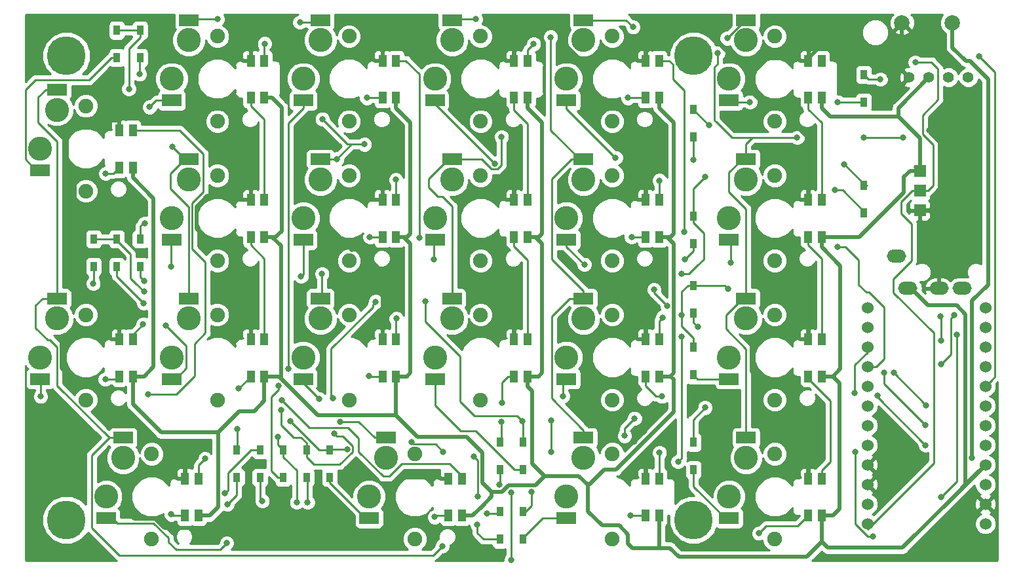
<source format=gbr>
G04 #@! TF.GenerationSoftware,KiCad,Pcbnew,(5.1.5)-3*
G04 #@! TF.CreationDate,2021-03-06T01:33:25+09:00*
G04 #@! TF.ProjectId,Setta21,53657474-6132-4312-9e6b-696361645f70,rev?*
G04 #@! TF.SameCoordinates,Original*
G04 #@! TF.FileFunction,Copper,L2,Bot*
G04 #@! TF.FilePolarity,Positive*
%FSLAX46Y46*%
G04 Gerber Fmt 4.6, Leading zero omitted, Abs format (unit mm)*
G04 Created by KiCad (PCBNEW (5.1.5)-3) date 2021-03-06 01:33:25*
%MOMM*%
%LPD*%
G04 APERTURE LIST*
%ADD10C,1.524000*%
%ADD11C,1.900000*%
%ADD12C,3.100000*%
%ADD13R,2.500000X1.500000*%
%ADD14O,2.500000X1.700000*%
%ADD15C,1.397000*%
%ADD16C,2.000000*%
%ADD17R,0.950000X1.300000*%
%ADD18R,1.524000X1.524000*%
%ADD19R,1.000000X1.600000*%
%ADD20C,5.000000*%
%ADD21C,0.800000*%
%ADD22C,0.250000*%
%ADD23C,0.500000*%
%ADD24C,0.254000*%
G04 APERTURE END LIST*
D10*
X172493600Y-124528000D03*
X172493600Y-121988000D03*
X172493600Y-119448000D03*
X172493600Y-116908000D03*
X172493600Y-114368000D03*
X172493600Y-111828000D03*
X172493600Y-109288000D03*
X172493600Y-106748000D03*
X172493600Y-104208000D03*
X172493600Y-101668000D03*
X172493600Y-99128000D03*
X172493600Y-96588000D03*
X187713600Y-96588000D03*
X187713600Y-99128000D03*
X187713600Y-101668000D03*
X187713600Y-104208000D03*
X187713600Y-106748000D03*
X187713600Y-109288000D03*
X187713600Y-111828000D03*
X187713600Y-114368000D03*
X187713600Y-116908000D03*
X187713600Y-119448000D03*
X187713600Y-121988000D03*
X187713600Y-124528000D03*
D11*
X71500000Y-81500000D03*
X71500000Y-70500000D03*
D12*
X65600000Y-76000000D03*
X67800000Y-71000000D03*
D13*
X65600000Y-78800000D03*
X67800000Y-68400000D03*
D11*
X114000000Y-126500000D03*
X114000000Y-115500000D03*
D12*
X108100000Y-121000000D03*
X110300000Y-116000000D03*
D13*
X108100000Y-123800000D03*
X110300000Y-113400000D03*
D11*
X88500000Y-108500000D03*
X88500000Y-97500000D03*
D12*
X82600000Y-103000000D03*
X84800000Y-98000000D03*
D13*
X82600000Y-105800000D03*
X84800000Y-95400000D03*
D11*
X139500000Y-72500000D03*
X139500000Y-61500000D03*
D12*
X133600000Y-67000000D03*
X135800000Y-62000000D03*
D13*
X133600000Y-69800000D03*
X135800000Y-59400000D03*
D11*
X160500000Y-126500000D03*
X160500000Y-115500000D03*
D12*
X154600000Y-121000000D03*
X156800000Y-116000000D03*
D13*
X154600000Y-123800000D03*
X156800000Y-113400000D03*
D11*
X160500000Y-108500000D03*
X160500000Y-97500000D03*
D12*
X154600000Y-103000000D03*
X156800000Y-98000000D03*
D13*
X154600000Y-105800000D03*
X156800000Y-95400000D03*
D11*
X160500000Y-90500000D03*
X160500000Y-79500000D03*
D12*
X154600000Y-85000000D03*
X156800000Y-80000000D03*
D13*
X154600000Y-87800000D03*
X156800000Y-77400000D03*
D11*
X71500000Y-108500000D03*
X71500000Y-97500000D03*
D12*
X65600000Y-103000000D03*
X67800000Y-98000000D03*
D13*
X65600000Y-105800000D03*
X67800000Y-95400000D03*
D11*
X88500000Y-72500000D03*
X88500000Y-61500000D03*
D12*
X82600000Y-67000000D03*
X84800000Y-62000000D03*
D13*
X82600000Y-69800000D03*
X84800000Y-59400000D03*
D14*
X176200000Y-89900000D03*
X177700000Y-94100000D03*
X181700000Y-94100000D03*
X184700000Y-94100000D03*
D15*
X177880000Y-66800000D03*
X180420000Y-66800000D03*
X182960000Y-66800000D03*
X185500000Y-66800000D03*
D16*
X176950000Y-59750000D03*
X183450000Y-59750000D03*
D17*
X75500000Y-64275000D03*
X75500000Y-60725000D03*
X72500000Y-91275000D03*
X72500000Y-87725000D03*
X91000000Y-118525000D03*
X91000000Y-114975000D03*
X78500000Y-64275000D03*
X78500000Y-60725000D03*
X78500000Y-91275000D03*
X78500000Y-87725000D03*
X75500000Y-91275000D03*
X75500000Y-87725000D03*
X94000000Y-118525000D03*
X94000000Y-114975000D03*
X97000000Y-118525000D03*
X97000000Y-114975000D03*
X100000000Y-118525000D03*
X100000000Y-114975000D03*
X103000000Y-118525000D03*
X103000000Y-114975000D03*
X125000000Y-117525000D03*
X125000000Y-113975000D03*
X125000000Y-126525000D03*
X125000000Y-122975000D03*
X128000000Y-117525000D03*
X128000000Y-113975000D03*
X150000000Y-74525000D03*
X150000000Y-70975000D03*
X150000000Y-88275000D03*
X150000000Y-84725000D03*
X150000000Y-97275000D03*
X150000000Y-93725000D03*
X128000000Y-126525000D03*
X128000000Y-122975000D03*
X172000000Y-70025000D03*
X172000000Y-66475000D03*
X172000000Y-84300000D03*
X172000000Y-80750000D03*
X150000000Y-105275000D03*
X150000000Y-101725000D03*
X150000000Y-117550000D03*
X150000000Y-114000000D03*
D18*
X179250000Y-78920000D03*
X179250000Y-81460000D03*
X179250000Y-84000000D03*
D19*
X75815000Y-73660000D03*
X77565000Y-73660000D03*
X77565000Y-78460000D03*
X75815000Y-78460000D03*
X75815000Y-100660000D03*
X77565000Y-100660000D03*
X77565000Y-105460000D03*
X75815000Y-105460000D03*
X84315000Y-118660000D03*
X86065000Y-118660000D03*
X86065000Y-123460000D03*
X84315000Y-123460000D03*
X92815000Y-64660000D03*
X94565000Y-64660000D03*
X94565000Y-69460000D03*
X92815000Y-69460000D03*
X92815000Y-82660000D03*
X94565000Y-82660000D03*
X94565000Y-87460000D03*
X92815000Y-87460000D03*
X92815000Y-100660000D03*
X94565000Y-100660000D03*
X94565000Y-105460000D03*
X92815000Y-105460000D03*
X109815000Y-64660000D03*
X111565000Y-64660000D03*
X111565000Y-69460000D03*
X109815000Y-69460000D03*
X109815000Y-82660000D03*
X111565000Y-82660000D03*
X111565000Y-87460000D03*
X109815000Y-87460000D03*
X109815000Y-100660000D03*
X111565000Y-100660000D03*
X111565000Y-105460000D03*
X109815000Y-105460000D03*
X118315000Y-118660000D03*
X120065000Y-118660000D03*
X120065000Y-123460000D03*
X118315000Y-123460000D03*
X126815000Y-64660000D03*
X128565000Y-64660000D03*
X128565000Y-69460000D03*
X126815000Y-69460000D03*
X126815000Y-82660000D03*
X128565000Y-82660000D03*
X128565000Y-87460000D03*
X126815000Y-87460000D03*
X126815000Y-100660000D03*
X128565000Y-100660000D03*
X128565000Y-105460000D03*
X126815000Y-105460000D03*
X143815000Y-64660000D03*
X145565000Y-64660000D03*
X145565000Y-69460000D03*
X143815000Y-69460000D03*
X143815000Y-82660000D03*
X145565000Y-82660000D03*
X145565000Y-87460000D03*
X143815000Y-87460000D03*
X143815000Y-100660000D03*
X145565000Y-100660000D03*
X145565000Y-105460000D03*
X143815000Y-105460000D03*
X143815000Y-118660000D03*
X145565000Y-118660000D03*
X145565000Y-123460000D03*
X143815000Y-123460000D03*
X164815000Y-64660000D03*
X166565000Y-64660000D03*
X166565000Y-69460000D03*
X164815000Y-69460000D03*
X164815000Y-82660000D03*
X166565000Y-82660000D03*
X166565000Y-87460000D03*
X164815000Y-87460000D03*
X164815000Y-100660000D03*
X166565000Y-100660000D03*
X166565000Y-105460000D03*
X164815000Y-105460000D03*
X164815000Y-118660000D03*
X166565000Y-118660000D03*
X166565000Y-123460000D03*
X164815000Y-123460000D03*
D11*
X80000000Y-126500000D03*
X80000000Y-115500000D03*
D12*
X74100000Y-121000000D03*
X76300000Y-116000000D03*
D13*
X74100000Y-123800000D03*
X76300000Y-113400000D03*
D11*
X88500000Y-90500000D03*
X88500000Y-79500000D03*
D12*
X82600000Y-85000000D03*
X84800000Y-80000000D03*
D13*
X82600000Y-87800000D03*
X84800000Y-77400000D03*
D11*
X105500000Y-72500000D03*
X105500000Y-61500000D03*
D12*
X99600000Y-67000000D03*
X101800000Y-62000000D03*
D13*
X99600000Y-69800000D03*
X101800000Y-59400000D03*
D11*
X105500000Y-90500000D03*
X105500000Y-79500000D03*
D12*
X99600000Y-85000000D03*
X101800000Y-80000000D03*
D13*
X99600000Y-87800000D03*
X101800000Y-77400000D03*
D11*
X105500000Y-108500000D03*
X105500000Y-97500000D03*
D12*
X99600000Y-103000000D03*
X101800000Y-98000000D03*
D13*
X99600000Y-105800000D03*
X101800000Y-95400000D03*
D11*
X122500000Y-72500000D03*
X122500000Y-61500000D03*
D12*
X116600000Y-67000000D03*
X118800000Y-62000000D03*
D13*
X116600000Y-69800000D03*
X118800000Y-59400000D03*
D11*
X122500000Y-90500000D03*
X122500000Y-79500000D03*
D12*
X116600000Y-85000000D03*
X118800000Y-80000000D03*
D13*
X116600000Y-87800000D03*
X118800000Y-77400000D03*
D11*
X122500000Y-108500000D03*
X122500000Y-97500000D03*
D12*
X116600000Y-103000000D03*
X118800000Y-98000000D03*
D13*
X116600000Y-105800000D03*
X118800000Y-95400000D03*
D11*
X139500000Y-90500000D03*
X139500000Y-79500000D03*
D12*
X133600000Y-85000000D03*
X135800000Y-80000000D03*
D13*
X133600000Y-87800000D03*
X135800000Y-77400000D03*
D11*
X139500000Y-108500000D03*
X139500000Y-97500000D03*
D12*
X133600000Y-103000000D03*
X135800000Y-98000000D03*
D13*
X133600000Y-105800000D03*
X135800000Y-95400000D03*
D11*
X139500000Y-126500000D03*
X139500000Y-115500000D03*
D12*
X133600000Y-121000000D03*
X135800000Y-116000000D03*
D13*
X133600000Y-123800000D03*
X135800000Y-113400000D03*
D11*
X160500000Y-72500000D03*
X160500000Y-61500000D03*
D12*
X154600000Y-67000000D03*
X156800000Y-62000000D03*
D13*
X154600000Y-69800000D03*
X156800000Y-59400000D03*
D20*
X150000000Y-64000000D03*
X150000000Y-124000000D03*
X69000000Y-64000000D03*
X69000000Y-124000000D03*
D21*
X77050000Y-68300000D03*
X89450000Y-120600000D03*
X126450000Y-129225000D03*
X174150000Y-67050000D03*
X170900000Y-115200000D03*
X173200000Y-126130362D03*
X125150000Y-111300001D03*
X126450000Y-120450000D03*
X152000000Y-73000000D03*
X72450000Y-93450000D03*
X65650000Y-108050000D03*
X146600010Y-96350000D03*
X144900000Y-94250000D03*
X115350000Y-95750000D03*
X108950000Y-95800000D03*
X103403237Y-108297842D03*
X103550000Y-112825000D03*
X96750000Y-109800000D03*
X127900000Y-111274999D03*
X168650000Y-88750000D03*
X79000000Y-94500000D03*
X154500000Y-94150000D03*
X148500000Y-97500000D03*
X117650000Y-115200000D03*
X105250000Y-114850000D03*
X141100000Y-113150000D03*
X142400000Y-110900000D03*
X170850000Y-107650000D03*
X113550000Y-113950000D03*
X91100000Y-112250000D03*
X97950000Y-111250000D03*
X129100000Y-120400000D03*
X151500000Y-109500000D03*
X89700000Y-127000000D03*
X89800000Y-122000000D03*
X78450000Y-66400000D03*
X79750000Y-70650000D03*
X79000000Y-93150000D03*
X82500000Y-91300000D03*
X79100000Y-85700000D03*
X151500000Y-79700000D03*
X131650000Y-111200000D03*
X98750000Y-121750000D03*
X96300000Y-113300000D03*
X131650000Y-115250000D03*
X123300000Y-123150000D03*
X169500000Y-78050000D03*
X148500000Y-92199999D03*
X81850000Y-98900000D03*
X78950000Y-96000000D03*
X97650000Y-104450000D03*
X94300000Y-121550000D03*
X96400000Y-106650000D03*
X99300000Y-92550000D03*
X101650000Y-108400000D03*
X100150000Y-121750000D03*
X124300000Y-77950000D03*
X124950000Y-119450000D03*
X121600000Y-115800000D03*
X122100000Y-121000000D03*
X116450000Y-90350000D03*
X122050000Y-124600000D03*
X149950000Y-77450000D03*
X139950000Y-77200000D03*
X148900000Y-90350000D03*
X135900000Y-91000000D03*
X150550000Y-99100000D03*
X133150000Y-108000000D03*
X168600000Y-70000000D03*
X157300000Y-70000000D03*
X154800000Y-90750000D03*
X168250000Y-81400000D03*
X105875929Y-88996277D03*
X70099999Y-89750000D03*
X138300000Y-88650000D03*
X99450000Y-123600000D03*
X159800000Y-88400000D03*
X143815000Y-115650000D03*
X143815000Y-93200000D03*
X160050000Y-100000000D03*
X114850000Y-61200000D03*
X80205000Y-113250000D03*
X69800000Y-105850000D03*
X68500000Y-110700000D03*
X110950000Y-120350000D03*
X145400000Y-109500000D03*
X123300000Y-88350000D03*
X91750000Y-91750000D03*
X138200000Y-70400000D03*
X180450000Y-73650000D03*
X84700000Y-115000000D03*
X142398959Y-113898959D03*
X166500000Y-115000000D03*
X178650000Y-64850000D03*
X141550000Y-69450000D03*
X181950000Y-121100000D03*
X184000000Y-100050000D03*
X94600000Y-62450000D03*
X74050000Y-79250000D03*
X79550000Y-107800000D03*
X74003541Y-105846459D03*
X82547219Y-123310165D03*
X78900000Y-98750000D03*
X86900000Y-116100000D03*
X158450000Y-125750000D03*
X91250000Y-107050000D03*
X96800000Y-108500000D03*
X129350000Y-62500000D03*
X107800000Y-69450000D03*
X114600000Y-87550000D03*
X108200000Y-87450000D03*
X111550000Y-80050000D03*
X108074990Y-105400000D03*
X111600000Y-98000000D03*
X116574990Y-123650000D03*
X145600000Y-115350000D03*
X125250000Y-108900000D03*
X148800000Y-86800000D03*
X142000000Y-87450000D03*
X145600000Y-80150000D03*
X145950000Y-108050000D03*
X146000000Y-97850000D03*
X141900000Y-123450000D03*
X148000000Y-116500000D03*
X148500000Y-100350000D03*
X173800000Y-107950000D03*
X117550000Y-127400000D03*
X180000000Y-114350000D03*
X82700000Y-75750000D03*
X88500000Y-59300000D03*
X174650000Y-104950000D03*
X180000000Y-111800000D03*
X180050000Y-109200000D03*
X107500000Y-75474999D03*
X175875000Y-104950000D03*
X104350000Y-111365000D03*
X102000000Y-92200000D03*
X103950000Y-77350000D03*
X102050000Y-72200000D03*
X99150000Y-59700000D03*
X125200000Y-74500000D03*
X121850000Y-59300000D03*
X186900000Y-64100000D03*
X131550000Y-61600000D03*
X142200000Y-60299999D03*
X163400000Y-74600000D03*
X154350000Y-61750000D03*
X177100000Y-74600000D03*
X172000000Y-74600000D03*
X153150000Y-63650000D03*
X186000000Y-116000000D03*
X182000010Y-100850000D03*
X181900000Y-97700000D03*
X182000010Y-103850000D03*
X183700000Y-97550000D03*
D22*
X65100000Y-78800000D02*
X65600000Y-78800000D01*
X75500000Y-64275000D02*
X74775000Y-64275000D01*
X74775000Y-64275000D02*
X71900000Y-67150000D01*
X71900000Y-67150000D02*
X64974999Y-67150000D01*
X64974999Y-67150000D02*
X63724999Y-68400000D01*
X63724999Y-68400000D02*
X63724999Y-77424999D01*
X63724999Y-77424999D02*
X65100000Y-78800000D01*
X75500000Y-60725000D02*
X78500000Y-60725000D01*
X77050000Y-63075000D02*
X77050000Y-68300000D01*
X78500000Y-60725000D02*
X78500000Y-61625000D01*
X78500000Y-61625000D02*
X77050000Y-63075000D01*
X93275000Y-114975000D02*
X94000000Y-114975000D01*
X92839998Y-114975000D02*
X93275000Y-114975000D01*
X89849999Y-120200001D02*
X89849999Y-117964999D01*
X89450000Y-120600000D02*
X89849999Y-120200001D01*
X126450000Y-129225000D02*
X126450000Y-124700000D01*
X172575000Y-67050000D02*
X172000000Y-66475000D01*
X174150000Y-67050000D02*
X172575000Y-67050000D01*
X172487200Y-126130362D02*
X173200000Y-126130362D01*
X170900000Y-124543162D02*
X172487200Y-126130362D01*
X170900000Y-115200000D02*
X170900000Y-124543162D01*
X150075000Y-71050000D02*
X150000000Y-70975000D01*
X90950000Y-116864998D02*
X92839998Y-114975000D01*
X89849999Y-117964999D02*
X90950000Y-116864998D01*
X125150000Y-113825000D02*
X125000000Y-113975000D01*
X125150000Y-111300001D02*
X125150000Y-113825000D01*
X126450000Y-124700000D02*
X126450000Y-121284998D01*
X126450000Y-121284998D02*
X126450000Y-120450000D01*
X150000000Y-71000000D02*
X150000000Y-70975000D01*
X152000000Y-73000000D02*
X150000000Y-71000000D01*
X72500000Y-91275000D02*
X72500000Y-93400000D01*
X72500000Y-93400000D02*
X72450000Y-93450000D01*
X65650000Y-105850000D02*
X65600000Y-105800000D01*
X65650000Y-108050000D02*
X65650000Y-105850000D01*
X72500000Y-87725000D02*
X75500000Y-87725000D01*
X146600010Y-96350000D02*
X144900000Y-94649990D01*
X144900000Y-94649990D02*
X144900000Y-94250000D01*
X119850000Y-102850000D02*
X115350000Y-98350000D01*
X115350000Y-98350000D02*
X115350000Y-95750000D01*
X103174999Y-108069604D02*
X103403237Y-108297842D01*
X103174999Y-101883999D02*
X103174999Y-108069604D01*
X108550001Y-96508997D02*
X103174999Y-101883999D01*
X108950000Y-95800000D02*
X108550001Y-96199999D01*
X108550001Y-96199999D02*
X108550001Y-96508997D01*
X101000001Y-116875001D02*
X100000000Y-115875000D01*
X104298001Y-116875001D02*
X101000001Y-116875001D01*
X105975001Y-115198001D02*
X104298001Y-116875001D01*
X105975001Y-114501999D02*
X105975001Y-115198001D01*
X100000000Y-115875000D02*
X100000000Y-114975000D01*
X104698001Y-113224999D02*
X105975001Y-114501999D01*
X103949999Y-113224999D02*
X104698001Y-113224999D01*
X103550000Y-112825000D02*
X103949999Y-113224999D01*
X99975000Y-114950000D02*
X100000000Y-114975000D01*
X100000000Y-114075000D02*
X99275000Y-113350000D01*
X100000000Y-114975000D02*
X100000000Y-114075000D01*
X98300000Y-113350000D02*
X96750000Y-111800000D01*
X96750000Y-111800000D02*
X96750000Y-109800000D01*
X99275000Y-113350000D02*
X98300000Y-113350000D01*
X128000000Y-111374999D02*
X127900000Y-111274999D01*
X128000000Y-113975000D02*
X128000000Y-111374999D01*
X119850000Y-108750000D02*
X119850000Y-104600000D01*
X121675001Y-110575001D02*
X119850000Y-108750000D01*
X127200002Y-110575001D02*
X121675001Y-110575001D01*
X127900000Y-111274999D02*
X127200002Y-110575001D01*
X119850000Y-105187000D02*
X119850000Y-104600000D01*
X119850000Y-104600000D02*
X119850000Y-102850000D01*
X173571230Y-104208000D02*
X174600000Y-103179230D01*
X172493600Y-104208000D02*
X173571230Y-104208000D01*
X171350000Y-90450000D02*
X171350000Y-93650000D01*
X171350000Y-90450000D02*
X169650000Y-88750000D01*
X171350000Y-93650000D02*
X172300000Y-94600000D01*
X77950000Y-93450000D02*
X79000000Y-94500000D01*
X77300000Y-92800000D02*
X77950000Y-93450000D01*
X77300000Y-89700000D02*
X77300000Y-92800000D01*
X75500000Y-87900000D02*
X77300000Y-89700000D01*
X75500000Y-87725000D02*
X75500000Y-87900000D01*
X172700000Y-94600000D02*
X174600000Y-96500000D01*
X172300000Y-94600000D02*
X172700000Y-94600000D01*
X174600000Y-103179230D02*
X174600000Y-96500000D01*
X169650000Y-88750000D02*
X168650000Y-88750000D01*
X150000000Y-93725000D02*
X152025000Y-93725000D01*
X154075000Y-93725000D02*
X154500000Y-94150000D01*
X152025000Y-93725000D02*
X154075000Y-93725000D01*
X150000000Y-100500000D02*
X150000000Y-101725000D01*
X148500000Y-97500000D02*
X148500000Y-99000000D01*
X148500000Y-99000000D02*
X150000000Y-100500000D01*
X149275000Y-93725000D02*
X150000000Y-93725000D01*
X148500000Y-94500000D02*
X149275000Y-93725000D01*
X148500000Y-97500000D02*
X148500000Y-94500000D01*
X103000000Y-114975000D02*
X103000000Y-114750000D01*
X91300000Y-114675000D02*
X91000000Y-114975000D01*
X117650000Y-115200000D02*
X116674999Y-114224999D01*
X103125000Y-114850000D02*
X103000000Y-114975000D01*
X105250000Y-114850000D02*
X103125000Y-114850000D01*
X128000000Y-122975000D02*
X128325000Y-122975000D01*
X128325000Y-122975000D02*
X129100000Y-122200000D01*
X141100000Y-113150000D02*
X141100000Y-112200000D01*
X141100000Y-112200000D02*
X142400000Y-110900000D01*
X149950000Y-113950000D02*
X150000000Y-114000000D01*
X149950000Y-111050000D02*
X149950000Y-113950000D01*
X170850000Y-104011600D02*
X172493600Y-102368000D01*
X170850000Y-107650000D02*
X170850000Y-104011600D01*
X116674999Y-114224999D02*
X113824999Y-114224999D01*
X113824999Y-114224999D02*
X113550000Y-113950000D01*
X129100000Y-122200000D02*
X129100000Y-121150000D01*
X91100000Y-114875000D02*
X91000000Y-114975000D01*
X91100000Y-112250000D02*
X91100000Y-114875000D01*
X103000000Y-114975000D02*
X102275000Y-114975000D01*
X103000000Y-114975000D02*
X101675000Y-114975000D01*
X101675000Y-114975000D02*
X97950000Y-111250000D01*
X129100000Y-121150000D02*
X129100000Y-120400000D01*
X149950000Y-111050000D02*
X151500000Y-109500000D01*
X91000000Y-120800000D02*
X91000000Y-118525000D01*
X89800000Y-122000000D02*
X91000000Y-120800000D01*
X88850000Y-127850000D02*
X89700000Y-127000000D01*
X83150000Y-127850000D02*
X88850000Y-127850000D01*
X74100000Y-123800000D02*
X74900000Y-123800000D01*
X74900000Y-123800000D02*
X75525010Y-124425010D01*
X75525010Y-124425010D02*
X80261824Y-124425010D01*
X80261824Y-124425010D02*
X82200000Y-126363186D01*
X82200000Y-126363186D02*
X82200000Y-126900000D01*
X82200000Y-126900000D02*
X83150000Y-127850000D01*
X78450000Y-64325000D02*
X78500000Y-64275000D01*
X78450000Y-66400000D02*
X78450000Y-64325000D01*
X82600000Y-69800000D02*
X80600000Y-69800000D01*
X80600000Y-69800000D02*
X79750000Y-70650000D01*
X78800000Y-91575000D02*
X78500000Y-91275000D01*
X78500000Y-91275000D02*
X78500000Y-92650000D01*
X78500000Y-92650000D02*
X79000000Y-93150000D01*
X82500000Y-87900000D02*
X82600000Y-87800000D01*
X82500000Y-91300000D02*
X82500000Y-87900000D01*
X78500000Y-87725000D02*
X78500000Y-86100000D01*
X78500000Y-86100000D02*
X78900000Y-85700000D01*
X78900000Y-85700000D02*
X79100000Y-85700000D01*
X96800000Y-115175000D02*
X97000000Y-114975000D01*
X172000000Y-80750000D02*
X172000000Y-80575000D01*
X172000000Y-80575000D02*
X169350000Y-77925000D01*
X172000000Y-80750000D02*
X172400000Y-80750000D01*
X150000000Y-84725000D02*
X150000000Y-85625000D01*
X96300000Y-114275000D02*
X97000000Y-114975000D01*
X96300000Y-113300000D02*
X96300000Y-114275000D01*
X131650000Y-111200000D02*
X131650000Y-115250000D01*
X97000000Y-115875000D02*
X97000000Y-114975000D01*
X98750000Y-117625000D02*
X97000000Y-115875000D01*
X98750000Y-119300000D02*
X98750000Y-117625000D01*
X98750000Y-119300000D02*
X98750000Y-117950000D01*
X98750000Y-121750000D02*
X98750000Y-119300000D01*
X124825000Y-123150000D02*
X125000000Y-122975000D01*
X123300000Y-123150000D02*
X124825000Y-123150000D01*
X150000000Y-81200000D02*
X151500000Y-79700000D01*
X150000000Y-84725000D02*
X150000000Y-81200000D01*
X151300001Y-86925001D02*
X150500000Y-86125000D01*
X151300001Y-90299999D02*
X151300001Y-86925001D01*
X150000000Y-85625000D02*
X150500000Y-86125000D01*
X150500000Y-86125000D02*
X150800001Y-86425001D01*
X149400001Y-92199999D02*
X150500000Y-91100000D01*
X148500000Y-92199999D02*
X149400001Y-92199999D01*
X151300001Y-90299999D02*
X150500000Y-91100000D01*
X150500000Y-91100000D02*
X149400000Y-92200000D01*
X84475001Y-101525001D02*
X81850000Y-98900000D01*
X84475001Y-104424999D02*
X84475001Y-101525001D01*
X82600000Y-105800000D02*
X83100000Y-105800000D01*
X83100000Y-105800000D02*
X84475001Y-104424999D01*
X75500000Y-92550000D02*
X75500000Y-91275000D01*
X78950000Y-96000000D02*
X75500000Y-92550000D01*
X94250000Y-118775000D02*
X94000000Y-118525000D01*
X97650000Y-72750000D02*
X97650000Y-104450000D01*
X99600000Y-70800000D02*
X97650000Y-72750000D01*
X99600000Y-69800000D02*
X99600000Y-70800000D01*
X94250000Y-121500000D02*
X94300000Y-121550000D01*
X94000000Y-121250000D02*
X94300000Y-121550000D01*
X94000000Y-118525000D02*
X94000000Y-121250000D01*
X99600000Y-87800000D02*
X99600000Y-92250000D01*
X99600000Y-92250000D02*
X99300000Y-92550000D01*
X96400000Y-107150000D02*
X96400000Y-106650000D01*
X95450000Y-108100000D02*
X96400000Y-107150000D01*
X95450000Y-117700000D02*
X95450000Y-108100000D01*
X96275000Y-118525000D02*
X95450000Y-117700000D01*
X97000000Y-118525000D02*
X96275000Y-118525000D01*
X100150000Y-118675000D02*
X100000000Y-118525000D01*
X99900000Y-105800000D02*
X99600000Y-105800000D01*
X99600000Y-106350000D02*
X99600000Y-105800000D01*
X101650000Y-108400000D02*
X99600000Y-106350000D01*
X100150000Y-119800000D02*
X100150000Y-121750000D01*
X100150000Y-119800000D02*
X100150000Y-118675000D01*
X100150000Y-120600000D02*
X100150000Y-119800000D01*
X103000000Y-119200000D02*
X103000000Y-118525000D01*
X107600000Y-123800000D02*
X103000000Y-119200000D01*
X108100000Y-123800000D02*
X107600000Y-123800000D01*
X125000000Y-117525000D02*
X124825000Y-117525000D01*
X116600000Y-70250000D02*
X116600000Y-69800000D01*
X124300000Y-77950000D02*
X116600000Y-70250000D01*
X125000000Y-117525000D02*
X125000000Y-119400000D01*
X125000000Y-119400000D02*
X124950000Y-119450000D01*
X121600000Y-115800000D02*
X122100000Y-116300000D01*
X122100000Y-116300000D02*
X122100000Y-121000000D01*
X124275000Y-126525000D02*
X125000000Y-126525000D01*
X123959315Y-126525000D02*
X124275000Y-126525000D01*
X116450000Y-87950000D02*
X116600000Y-87800000D01*
X116450000Y-90350000D02*
X116450000Y-87950000D01*
X125000000Y-126525000D02*
X122875000Y-126525000D01*
X122875000Y-126525000D02*
X122050000Y-125700000D01*
X122050000Y-125700000D02*
X122050000Y-124600000D01*
X128000000Y-117525000D02*
X126839998Y-117525000D01*
X126839998Y-117525000D02*
X121864998Y-112550000D01*
X116600000Y-109250000D02*
X116600000Y-105800000D01*
X119900000Y-112550000D02*
X116600000Y-109250000D01*
X121864998Y-112550000D02*
X119900000Y-112550000D01*
X133600000Y-70850000D02*
X133600000Y-69800000D01*
X139950000Y-77200000D02*
X133600000Y-70850000D01*
X150000000Y-77400000D02*
X149950000Y-77450000D01*
X150000000Y-74525000D02*
X150000000Y-77400000D01*
X148900000Y-90050000D02*
X148900000Y-90350000D01*
X150000000Y-88275000D02*
X150000000Y-88450000D01*
X133600000Y-88700000D02*
X133600000Y-87800000D01*
X135900000Y-91000000D02*
X133600000Y-88700000D01*
X150000000Y-89250000D02*
X150000000Y-88275000D01*
X148900000Y-90350000D02*
X150000000Y-89250000D01*
X150000000Y-97275000D02*
X150000000Y-98550000D01*
X150000000Y-98550000D02*
X150550000Y-99100000D01*
X133150000Y-106250000D02*
X133600000Y-105800000D01*
X133150000Y-108000000D02*
X133150000Y-106250000D01*
X128000000Y-126350000D02*
X128000000Y-126525000D01*
X130550000Y-123800000D02*
X128000000Y-126350000D01*
X133600000Y-123800000D02*
X130550000Y-123800000D01*
X154800000Y-70000000D02*
X154600000Y-69800000D01*
X157300000Y-70000000D02*
X154800000Y-70000000D01*
X168625000Y-70025000D02*
X168600000Y-70000000D01*
X172000000Y-70025000D02*
X168625000Y-70025000D01*
X154800000Y-88000000D02*
X154600000Y-87800000D01*
X154800000Y-90750000D02*
X154800000Y-88000000D01*
X168275000Y-81400000D02*
X168250000Y-81400000D01*
X168815685Y-81400000D02*
X168250000Y-81400000D01*
X169275000Y-81400000D02*
X168815685Y-81400000D01*
X172000000Y-84300000D02*
X172000000Y-84125000D01*
X172000000Y-84125000D02*
X169275000Y-81400000D01*
X150000000Y-104800000D02*
X150000000Y-105275000D01*
X154075000Y-105275000D02*
X154600000Y-105800000D01*
X150525000Y-105800000D02*
X150000000Y-105275000D01*
X154600000Y-105800000D02*
X150525000Y-105800000D01*
X150000000Y-118700000D02*
X150000000Y-117550000D01*
X150000000Y-118450000D02*
X150000000Y-117550000D01*
X150000000Y-119700000D02*
X150000000Y-118450000D01*
X154100000Y-123800000D02*
X150000000Y-119700000D01*
X154600000Y-123800000D02*
X154100000Y-123800000D01*
D23*
X143815000Y-64360000D02*
X143815000Y-64660000D01*
X126815000Y-62985000D02*
X126815000Y-64660000D01*
X129700001Y-60099999D02*
X126815000Y-62985000D01*
X92815000Y-62285000D02*
X92815000Y-64660000D01*
X95000001Y-60099999D02*
X92815000Y-62285000D01*
X75815000Y-72360000D02*
X75815000Y-73660000D01*
X84315000Y-118660000D02*
X84315000Y-117360000D01*
X68350000Y-104400000D02*
X68350000Y-101250000D01*
X68350000Y-101250000D02*
X69850000Y-99750000D01*
X74815000Y-100660000D02*
X75815000Y-100660000D01*
X73905000Y-99750000D02*
X74815000Y-100660000D01*
X69850000Y-99750000D02*
X73905000Y-99750000D01*
X92815000Y-99360000D02*
X92815000Y-100660000D01*
X92815000Y-92815000D02*
X92815000Y-99360000D01*
X109815000Y-81360000D02*
X109815000Y-82660000D01*
X92815000Y-81360000D02*
X92815000Y-82660000D01*
X138200000Y-70400000D02*
X140400000Y-70400000D01*
X136650000Y-68850000D02*
X138200000Y-70400000D01*
X142815000Y-82660000D02*
X142205000Y-82050000D01*
X143815000Y-82660000D02*
X142815000Y-82660000D01*
X142205000Y-82050000D02*
X137050000Y-82050000D01*
X137050000Y-82050000D02*
X136400000Y-82700000D01*
X136400000Y-82700000D02*
X136400000Y-86750000D01*
X136400000Y-86750000D02*
X138300000Y-88650000D01*
X138300000Y-88650000D02*
X140550000Y-88650000D01*
X163815000Y-82660000D02*
X164815000Y-82660000D01*
X163305000Y-82150000D02*
X163815000Y-82660000D01*
X158600000Y-82150000D02*
X163305000Y-82150000D01*
X159550000Y-88400000D02*
X157650000Y-86500000D01*
X157650000Y-86500000D02*
X157650000Y-83100000D01*
X157650000Y-83100000D02*
X158600000Y-82150000D01*
X107739999Y-82549999D02*
X107850000Y-82660000D01*
X109815000Y-82660000D02*
X107850000Y-82660000D01*
X70240000Y-72360000D02*
X75815000Y-72360000D01*
X75815000Y-100660000D02*
X75815000Y-99360000D01*
X75815000Y-99360000D02*
X70099999Y-93644999D01*
X70099999Y-80339997D02*
X69049999Y-79289997D01*
X69049999Y-79289997D02*
X69049999Y-73550001D01*
X69049999Y-73550001D02*
X70240000Y-72360000D01*
X163815000Y-100660000D02*
X163155000Y-100000000D01*
X164815000Y-100660000D02*
X163815000Y-100660000D01*
X164815000Y-118660000D02*
X164815000Y-115585000D01*
X105979651Y-89099999D02*
X105875929Y-88996277D01*
X106849999Y-89099999D02*
X105979651Y-89099999D01*
X109815000Y-92065000D02*
X106849999Y-89099999D01*
X109815000Y-100660000D02*
X109815000Y-92065000D01*
X102723998Y-85973998D02*
X105875929Y-88996277D01*
X70099999Y-89750000D02*
X70099999Y-80339997D01*
X70099999Y-93644999D02*
X70099999Y-89750000D01*
X159800000Y-88400000D02*
X159550000Y-88400000D01*
X180512000Y-84000000D02*
X179250000Y-84000000D01*
X181700000Y-85188000D02*
X180512000Y-84000000D01*
X181700000Y-94100000D02*
X181700000Y-85188000D01*
X163815000Y-64660000D02*
X163505000Y-64350000D01*
X164815000Y-64660000D02*
X163815000Y-64660000D01*
X159523998Y-64350000D02*
X157250000Y-66623998D01*
X163505000Y-64350000D02*
X159523998Y-64350000D01*
X142815000Y-64660000D02*
X141805000Y-63650000D01*
X143815000Y-64660000D02*
X142815000Y-64660000D01*
X141805000Y-63650000D02*
X138100000Y-63650000D01*
X136650000Y-65100000D02*
X136650000Y-68850000D01*
X138100000Y-63650000D02*
X136650000Y-65100000D01*
X125815000Y-64660000D02*
X125255000Y-64100000D01*
X126815000Y-64660000D02*
X125815000Y-64660000D01*
X125815000Y-64660000D02*
X125105000Y-63950000D01*
X125105000Y-63950000D02*
X120350000Y-63950000D01*
X120350000Y-63950000D02*
X119300000Y-65000000D01*
X135939998Y-65100000D02*
X133200000Y-62360002D01*
X136650000Y-65100000D02*
X135939998Y-65100000D01*
X133200000Y-62360002D02*
X133200000Y-60850000D01*
X132449999Y-60099999D02*
X129700001Y-60099999D01*
X133200000Y-60850000D02*
X132449999Y-60099999D01*
X119300000Y-65000000D02*
X118650000Y-65000000D01*
X114850000Y-61200000D02*
X111300000Y-61200000D01*
X118650000Y-65000000D02*
X114850000Y-61200000D01*
X109815000Y-62685000D02*
X109815000Y-64660000D01*
X111300000Y-61200000D02*
X109815000Y-62685000D01*
X108815000Y-64660000D02*
X108205000Y-64050000D01*
X109815000Y-64660000D02*
X108815000Y-64660000D01*
X108205000Y-64050000D02*
X103850000Y-64050000D01*
X103850000Y-64050000D02*
X102400000Y-65500000D01*
X102400000Y-65500000D02*
X102400000Y-68850000D01*
X103900000Y-70350000D02*
X106750000Y-70350000D01*
X102400000Y-68850000D02*
X103900000Y-70350000D01*
X102400000Y-65500000D02*
X101850000Y-65500000D01*
X101850000Y-65500000D02*
X98450000Y-62100000D01*
X98450000Y-62100000D02*
X98450000Y-60850000D01*
X97699999Y-60099999D02*
X95000001Y-60099999D01*
X98450000Y-60850000D02*
X97699999Y-60099999D01*
X91815000Y-64660000D02*
X90855000Y-63700000D01*
X92815000Y-64660000D02*
X91815000Y-64660000D01*
X90855000Y-63700000D02*
X87100000Y-63700000D01*
X87100000Y-63700000D02*
X85300000Y-65500000D01*
X85300000Y-65500000D02*
X85300000Y-69350000D01*
X86300000Y-70350000D02*
X89450000Y-70350000D01*
X85300000Y-69350000D02*
X86300000Y-70350000D01*
X85300000Y-65500000D02*
X85250000Y-65500000D01*
X85250000Y-65500000D02*
X84000000Y-64250000D01*
X84000000Y-64250000D02*
X81150000Y-64250000D01*
X79875000Y-65525000D02*
X79875000Y-68300000D01*
X81150000Y-64250000D02*
X79875000Y-65525000D01*
X79875000Y-68300000D02*
X75815000Y-72360000D01*
X107739999Y-82549999D02*
X107599999Y-82549999D01*
X107599999Y-82549999D02*
X106900000Y-81850000D01*
X104523998Y-81850000D02*
X102723998Y-83650000D01*
X106900000Y-81850000D02*
X104523998Y-81850000D01*
X102723998Y-85973998D02*
X102723998Y-83650000D01*
X119760001Y-83500000D02*
X119760001Y-86060001D01*
X120960001Y-82300000D02*
X119760001Y-83500000D01*
X125455000Y-82300000D02*
X120960001Y-82300000D01*
X125815000Y-82660000D02*
X125455000Y-82300000D01*
X126815000Y-82660000D02*
X125815000Y-82660000D01*
X118315000Y-118660000D02*
X117315000Y-118660000D01*
X117315000Y-118660000D02*
X117204999Y-118549999D01*
X112150001Y-118549999D02*
X110950000Y-119750000D01*
X117204999Y-118549999D02*
X112150001Y-118549999D01*
X110950000Y-125300000D02*
X110150000Y-126100000D01*
X100300000Y-123600000D02*
X102800000Y-126100000D01*
X99450000Y-123600000D02*
X100300000Y-123600000D01*
X110150000Y-126100000D02*
X102800000Y-126100000D01*
X157250000Y-66350000D02*
X157250000Y-66623998D01*
X151350000Y-60450000D02*
X157250000Y-66350000D01*
X143815000Y-63585000D02*
X146950000Y-60450000D01*
X143815000Y-64660000D02*
X143815000Y-63585000D01*
X180512000Y-84000000D02*
X181850000Y-82662000D01*
X85800000Y-86350000D02*
X85800000Y-83550000D01*
X87200000Y-82150000D02*
X90350000Y-82150000D01*
X85800000Y-83550000D02*
X87200000Y-82150000D01*
X90860000Y-82660000D02*
X92815000Y-82660000D01*
X90350000Y-82150000D02*
X90860000Y-82660000D01*
X87500000Y-88050000D02*
X88050000Y-88050000D01*
X87500000Y-88050000D02*
X85800000Y-86350000D01*
X143815000Y-93200000D02*
X143815000Y-100660000D01*
X163155000Y-100000000D02*
X160050000Y-100000000D01*
X69800000Y-105850000D02*
X68350000Y-104400000D01*
X70300000Y-106350000D02*
X69800000Y-105850000D01*
X110950000Y-120350000D02*
X110950000Y-125300000D01*
X110950000Y-119750000D02*
X110950000Y-120350000D01*
X181850000Y-82662000D02*
X181850000Y-75050000D01*
X161950000Y-88400000D02*
X159800000Y-88400000D01*
X163100000Y-89550000D02*
X161950000Y-88400000D01*
X163100000Y-91350000D02*
X163100000Y-89550000D01*
X164815000Y-93065000D02*
X163100000Y-91350000D01*
X164815000Y-100660000D02*
X164815000Y-93065000D01*
X157250000Y-68450000D02*
X157250000Y-66623998D01*
X164815000Y-82660000D02*
X164815000Y-74615000D01*
X164815000Y-74615000D02*
X163450000Y-73250000D01*
X163450000Y-73250000D02*
X163450000Y-71650000D01*
X163450000Y-71650000D02*
X162300000Y-70500000D01*
X162300000Y-70500000D02*
X159300000Y-70500000D01*
X159300000Y-70500000D02*
X157250000Y-68450000D01*
X142150000Y-73485000D02*
X143815000Y-75150000D01*
X142150000Y-72150000D02*
X142150000Y-73485000D01*
X143815000Y-75150000D02*
X143815000Y-82660000D01*
X140400000Y-70400000D02*
X142150000Y-72150000D01*
X141950000Y-91335000D02*
X143815000Y-93200000D01*
X141950000Y-90050000D02*
X141950000Y-91335000D01*
X140550000Y-88650000D02*
X141950000Y-90050000D01*
X143815000Y-110900000D02*
X143815000Y-110715000D01*
X143815000Y-110715000D02*
X144185000Y-110715000D01*
X144185000Y-110715000D02*
X145400000Y-109500000D01*
X122148011Y-88350000D02*
X123300000Y-88350000D01*
X121900000Y-88101989D02*
X122148011Y-88350000D01*
X119760001Y-86060001D02*
X121900000Y-88101989D01*
X125050000Y-90100000D02*
X123300000Y-88350000D01*
X125050000Y-91535000D02*
X125050000Y-90100000D01*
X126815000Y-100660000D02*
X126815000Y-93300000D01*
X126815000Y-93300000D02*
X125050000Y-91535000D01*
X126815000Y-74300000D02*
X126815000Y-82660000D01*
X119300000Y-65000000D02*
X119300000Y-68550000D01*
X119300000Y-68550000D02*
X121200000Y-70450000D01*
X121200000Y-70450000D02*
X123500000Y-70450000D01*
X123500000Y-70450000D02*
X124700000Y-71650000D01*
X124700000Y-71650000D02*
X124700000Y-72185000D01*
X124700000Y-72185000D02*
X126815000Y-74300000D01*
X107950000Y-72785000D02*
X109815000Y-74650000D01*
X107950000Y-71550000D02*
X107950000Y-72785000D01*
X109815000Y-74650000D02*
X109815000Y-81360000D01*
X106750000Y-70350000D02*
X107950000Y-71550000D01*
X90850000Y-72735000D02*
X92815000Y-74700000D01*
X90850000Y-71750000D02*
X90850000Y-72735000D01*
X92815000Y-74700000D02*
X92815000Y-81360000D01*
X89450000Y-70350000D02*
X90850000Y-71750000D01*
X87500000Y-88050000D02*
X89400000Y-88050000D01*
X90850000Y-89500000D02*
X90850000Y-90850000D01*
X89400000Y-88050000D02*
X90850000Y-89500000D01*
X90850000Y-90850000D02*
X91750000Y-91750000D01*
X91750000Y-91750000D02*
X92815000Y-92815000D01*
X164815000Y-110715000D02*
X164815000Y-118660000D01*
X163100000Y-109000000D02*
X164815000Y-110715000D01*
X163100000Y-107750000D02*
X163100000Y-109000000D01*
X160050000Y-100000000D02*
X158300000Y-100000000D01*
X158300000Y-100000000D02*
X157500000Y-100800000D01*
X157500000Y-100800000D02*
X157500000Y-104800000D01*
X157500000Y-104800000D02*
X159350000Y-106650000D01*
X159350000Y-106650000D02*
X162000000Y-106650000D01*
X162000000Y-106650000D02*
X163100000Y-107750000D01*
X88600000Y-125050000D02*
X90050000Y-123600000D01*
X81700000Y-125050000D02*
X88600000Y-125050000D01*
X77750000Y-123850000D02*
X80500000Y-123850000D01*
X80500000Y-123850000D02*
X81700000Y-125050000D01*
X76950000Y-123050000D02*
X77750000Y-123850000D01*
X76950000Y-119450000D02*
X76950000Y-123050000D01*
X79040000Y-117360000D02*
X76950000Y-119450000D01*
X90050000Y-123600000D02*
X99450000Y-123600000D01*
X82015000Y-117360000D02*
X79040000Y-117360000D01*
X83315000Y-118660000D02*
X82015000Y-117360000D01*
X84315000Y-118660000D02*
X83315000Y-118660000D01*
X72200000Y-106350000D02*
X72200000Y-106450000D01*
X72200000Y-106350000D02*
X70300000Y-106350000D01*
X72200000Y-106450000D02*
X74100000Y-108350000D01*
X74100000Y-108350000D02*
X74100000Y-109400000D01*
X75100000Y-110400000D02*
X77355000Y-110400000D01*
X74100000Y-109400000D02*
X75100000Y-110400000D01*
X80205000Y-113250000D02*
X77355000Y-110400000D01*
X142000000Y-107400000D02*
X142000000Y-108900000D01*
X141050000Y-106450000D02*
X142000000Y-107400000D01*
X137850000Y-106450000D02*
X141050000Y-106450000D01*
X142815000Y-100660000D02*
X141655000Y-99500000D01*
X143815000Y-100660000D02*
X142815000Y-100660000D01*
X141655000Y-99500000D02*
X138500000Y-99500000D01*
X138500000Y-99500000D02*
X136250000Y-101750000D01*
X142000000Y-108900000D02*
X143815000Y-110715000D01*
X136250000Y-101750000D02*
X136250000Y-104850000D01*
X136250000Y-104850000D02*
X137850000Y-106450000D01*
X176950000Y-65870000D02*
X176950000Y-59750000D01*
X177880000Y-66800000D02*
X176950000Y-65870000D01*
X181850000Y-75050000D02*
X180450000Y-73650000D01*
X83500000Y-116200000D02*
X84700000Y-115000000D01*
X83155000Y-116200000D02*
X83500000Y-116200000D01*
X83155000Y-116200000D02*
X80205000Y-113250000D01*
X84315000Y-117360000D02*
X83155000Y-116200000D01*
X143815000Y-115650000D02*
X143815000Y-118660000D01*
X143815000Y-112482918D02*
X143815000Y-110715000D01*
X142398959Y-113898959D02*
X143815000Y-112482918D01*
X166100000Y-115400000D02*
X166500000Y-115000000D01*
X165000000Y-115400000D02*
X166100000Y-115400000D01*
X164815000Y-115585000D02*
X165000000Y-115400000D01*
X151350000Y-60450000D02*
X146950000Y-60450000D01*
X164815000Y-64360000D02*
X164815000Y-64660000D01*
X166375000Y-62800000D02*
X164815000Y-64360000D01*
X172180000Y-62800000D02*
X166375000Y-62800000D01*
X176950000Y-65870000D02*
X175250000Y-65870000D01*
X175250000Y-65870000D02*
X172180000Y-62800000D01*
D22*
X143800000Y-69475000D02*
X143815000Y-69460000D01*
X143815000Y-69460000D02*
X141560000Y-69460000D01*
X141560000Y-69460000D02*
X141550000Y-69450000D01*
X178238000Y-81460000D02*
X179250000Y-81460000D01*
X176800000Y-82898000D02*
X178238000Y-81460000D01*
X176800000Y-84400000D02*
X176800000Y-82898000D01*
X178150000Y-85750000D02*
X176800000Y-84400000D01*
X172493600Y-125228000D02*
X181038285Y-116683315D01*
X181038285Y-116683315D02*
X181038285Y-99838285D01*
X175850000Y-94650000D02*
X175850000Y-92850000D01*
X175850000Y-92850000D02*
X178150000Y-90550000D01*
X181038285Y-99838285D02*
X175850000Y-94650000D01*
X178150000Y-90550000D02*
X178150000Y-85750000D01*
X179250000Y-81460000D02*
X180262000Y-81460000D01*
X180262000Y-81460000D02*
X180950000Y-80772000D01*
X180950000Y-80772000D02*
X180950000Y-75536814D01*
X179613186Y-74200000D02*
X179613186Y-71686814D01*
X180950000Y-75536814D02*
X179613186Y-74200000D01*
X179613186Y-71686814D02*
X181600000Y-69700000D01*
X181600000Y-69700000D02*
X181600000Y-65700000D01*
X180750000Y-64850000D02*
X178650000Y-64850000D01*
X181600000Y-65700000D02*
X180750000Y-64850000D01*
D23*
X167565000Y-123460000D02*
X166565000Y-123460000D01*
X178720000Y-78390000D02*
X179250000Y-78920000D01*
X167997120Y-123460000D02*
X167565000Y-123460000D01*
X168850000Y-122607120D02*
X167997120Y-123460000D01*
X167997120Y-105460000D02*
X168950000Y-104507120D01*
X166565000Y-88760000D02*
X166565000Y-87460000D01*
X168950000Y-91145000D02*
X166565000Y-88760000D01*
X168950000Y-104507120D02*
X168950000Y-91145000D01*
X145565000Y-123760000D02*
X145565000Y-123460000D01*
X145565000Y-70760000D02*
X145565000Y-69460000D01*
X147450010Y-72645010D02*
X145565000Y-70760000D01*
X147450010Y-87007110D02*
X147450010Y-72645010D01*
X146997120Y-87460000D02*
X147450010Y-87007110D01*
X145565000Y-87460000D02*
X146997120Y-87460000D01*
X145565000Y-123820002D02*
X145565000Y-123460000D01*
X121497120Y-123460000D02*
X122700000Y-122257120D01*
X122700000Y-122257120D02*
X122700000Y-122250000D01*
X122700000Y-122250000D02*
X123950000Y-121000000D01*
X120065000Y-123460000D02*
X121497120Y-123460000D01*
X128565000Y-106760000D02*
X128565000Y-105460000D01*
X129150000Y-107345000D02*
X128565000Y-106760000D01*
X112997120Y-87460000D02*
X112565000Y-87460000D01*
X113450010Y-87007110D02*
X112997120Y-87460000D01*
X113450010Y-72645010D02*
X113450010Y-87007110D01*
X111565000Y-70760000D02*
X113450010Y-72645010D01*
X111565000Y-69460000D02*
X111565000Y-70760000D01*
X112565000Y-105460000D02*
X111565000Y-105460000D01*
X112997120Y-105460000D02*
X112565000Y-105460000D01*
X113450010Y-105007110D02*
X112997120Y-105460000D01*
X113450010Y-88345010D02*
X113450010Y-105007110D01*
X112565000Y-87460000D02*
X113450010Y-88345010D01*
X111565000Y-87460000D02*
X112565000Y-87460000D01*
X128565000Y-70760000D02*
X128565000Y-69460000D01*
X130450010Y-72645010D02*
X128565000Y-70760000D01*
X130450010Y-87007110D02*
X130450010Y-72645010D01*
X128565000Y-87460000D02*
X129997120Y-87460000D01*
X129997120Y-87460000D02*
X130450010Y-87007110D01*
X129997120Y-105460000D02*
X128565000Y-105460000D01*
X130450010Y-105007110D02*
X129997120Y-105460000D01*
X130450010Y-88345010D02*
X130450010Y-105007110D01*
X129565000Y-87460000D02*
X130450010Y-88345010D01*
X128565000Y-87460000D02*
X129565000Y-87460000D01*
X147450010Y-105007110D02*
X146997120Y-105460000D01*
X147450010Y-88345010D02*
X147450010Y-105007110D01*
X146565000Y-87460000D02*
X147450010Y-88345010D01*
X145565000Y-87460000D02*
X146565000Y-87460000D01*
X145565000Y-105460000D02*
X146997120Y-105460000D01*
X166565000Y-105460000D02*
X167997120Y-105460000D01*
X167997120Y-105460000D02*
X167997120Y-105497120D01*
X168850000Y-106350000D02*
X168850000Y-109650000D01*
X167997120Y-105497120D02*
X168850000Y-106350000D01*
X168850000Y-109045000D02*
X168850000Y-109650000D01*
X168850000Y-109650000D02*
X168850000Y-122607120D01*
X95565000Y-69460000D02*
X96800000Y-70695000D01*
X94565000Y-69460000D02*
X95565000Y-69460000D01*
X95565000Y-87460000D02*
X94565000Y-87460000D01*
X95997120Y-87460000D02*
X95565000Y-87460000D01*
X96800000Y-86657120D02*
X95997120Y-87460000D01*
X96800000Y-70695000D02*
X96800000Y-86657120D01*
X95565000Y-87460000D02*
X96700000Y-88595000D01*
X96700000Y-88595000D02*
X96700000Y-104757120D01*
X123950000Y-120434998D02*
X122700000Y-119184998D01*
X123950000Y-121000000D02*
X123950000Y-120434998D01*
X122700000Y-119184998D02*
X122700000Y-115300000D01*
X122700000Y-115300000D02*
X120700000Y-113300000D01*
X120700000Y-113300000D02*
X114350000Y-113300000D01*
X111565000Y-110515000D02*
X111565000Y-105460000D01*
X114350000Y-113300000D02*
X111565000Y-110515000D01*
X87065000Y-123460000D02*
X86065000Y-123460000D01*
X87497120Y-123460000D02*
X87065000Y-123460000D01*
X88600000Y-122357120D02*
X87497120Y-123460000D01*
X88600000Y-112725000D02*
X88600000Y-122357120D01*
X88600000Y-112725000D02*
X81225000Y-112725000D01*
X77565000Y-109065000D02*
X77565000Y-105460000D01*
X81225000Y-112725000D02*
X77565000Y-109065000D01*
X78997120Y-105460000D02*
X80250000Y-104207120D01*
X77565000Y-105460000D02*
X78997120Y-105460000D01*
X77565000Y-79760000D02*
X77565000Y-78460000D01*
X80250000Y-82445000D02*
X77565000Y-79760000D01*
X80250000Y-104207120D02*
X80250000Y-82445000D01*
X183921600Y-120700000D02*
X183900000Y-120700000D01*
X187713600Y-116908000D02*
X183921600Y-120700000D01*
X179250000Y-74650000D02*
X176450000Y-71850000D01*
X179250000Y-78920000D02*
X179250000Y-74650000D01*
X130750000Y-118350000D02*
X129150000Y-116750000D01*
X136350000Y-119500000D02*
X135200000Y-118350000D01*
X129150000Y-116750000D02*
X129150000Y-107345000D01*
X135200000Y-118350000D02*
X130750000Y-118350000D01*
X96700000Y-105710002D02*
X96700000Y-104757120D01*
X101504998Y-110515000D02*
X96700000Y-105710002D01*
X111565000Y-110515000D02*
X101504998Y-110515000D01*
X96449998Y-105460000D02*
X94565000Y-105460000D01*
X96700000Y-105710002D02*
X96449998Y-105460000D01*
X177700000Y-94100000D02*
X177300000Y-94100000D01*
X166565000Y-87460000D02*
X166724990Y-87300010D01*
X141550000Y-125860001D02*
X141550000Y-127050000D01*
X141550000Y-125860001D02*
X140400000Y-124710001D01*
X141550000Y-127050000D02*
X142150000Y-127650000D01*
X91350000Y-109975000D02*
X88600000Y-112725000D01*
X93225000Y-109975000D02*
X91350000Y-109975000D01*
X94565000Y-105460000D02*
X94565000Y-108635000D01*
X94565000Y-108635000D02*
X93225000Y-109975000D01*
X125250000Y-120408002D02*
X126108002Y-119550000D01*
X125250000Y-120434998D02*
X125250000Y-120408002D01*
X123950000Y-120434998D02*
X125250000Y-120434998D01*
X126108002Y-119550000D02*
X128600000Y-119550000D01*
X129550000Y-119550000D02*
X130750000Y-118350000D01*
X128600000Y-119550000D02*
X129550000Y-119550000D01*
X177700000Y-94100000D02*
X178100000Y-94100000D01*
X178100000Y-94100000D02*
X180299980Y-96299980D01*
X180299980Y-96299980D02*
X184000000Y-96299980D01*
X136389999Y-122900000D02*
X138200000Y-124710001D01*
X136350000Y-122900000D02*
X136389999Y-122900000D01*
X140400000Y-124710001D02*
X138200000Y-124710001D01*
X136350000Y-122900000D02*
X136350000Y-119500000D01*
X166565000Y-126835000D02*
X166565000Y-123460000D01*
X164600000Y-128800000D02*
X166565000Y-126835000D01*
X158250000Y-128800000D02*
X164600000Y-128800000D01*
X184000000Y-96299980D02*
X185150000Y-97449980D01*
X185150000Y-119450000D02*
X184850000Y-119750000D01*
X185150000Y-97449980D02*
X185150000Y-119450000D01*
X186930001Y-117669999D02*
X184850000Y-119750000D01*
X184850000Y-119750000D02*
X183900000Y-120700000D01*
X176450000Y-70770000D02*
X180420000Y-66800000D01*
X176450000Y-71850000D02*
X176450000Y-70770000D01*
X177988000Y-78920000D02*
X179250000Y-78920000D01*
X177197999Y-79710001D02*
X177988000Y-78920000D01*
X177197999Y-81686815D02*
X177197999Y-79710001D01*
X171424814Y-87460000D02*
X177197999Y-81686815D01*
X166565000Y-87460000D02*
X171424814Y-87460000D01*
X167330000Y-127600000D02*
X166565000Y-126835000D01*
X183900000Y-120700000D02*
X177000000Y-127600000D01*
X177000000Y-127600000D02*
X167330000Y-127600000D01*
X148100000Y-128800000D02*
X146950000Y-127650000D01*
X158250000Y-128800000D02*
X148100000Y-128800000D01*
X145565000Y-127585000D02*
X145500000Y-127650000D01*
X145565000Y-123460000D02*
X145565000Y-127585000D01*
X142150000Y-127650000D02*
X145500000Y-127650000D01*
X145500000Y-127650000D02*
X146950000Y-127650000D01*
X147060000Y-105460000D02*
X146997120Y-105460000D01*
X136500000Y-119500000D02*
X138500000Y-117500000D01*
X136350000Y-119500000D02*
X136500000Y-119500000D01*
X138500000Y-117500000D02*
X140000000Y-117500000D01*
X140000000Y-117500000D02*
X147450010Y-110049990D01*
X147450010Y-110049990D02*
X147450010Y-105850010D01*
X147450010Y-105850010D02*
X147060000Y-105460000D01*
X166565000Y-70760000D02*
X166565000Y-69460000D01*
X176450000Y-71850000D02*
X167655000Y-71850000D01*
X167655000Y-71850000D02*
X166565000Y-70760000D01*
D22*
X184000000Y-119050000D02*
X181950000Y-121100000D01*
X184000000Y-100050000D02*
X184000000Y-119050000D01*
X94565000Y-64660000D02*
X94565000Y-62485000D01*
X94565000Y-62485000D02*
X94600000Y-62450000D01*
X75700000Y-78575000D02*
X75815000Y-78460000D01*
X75025000Y-79250000D02*
X75815000Y-78460000D01*
X74050000Y-79250000D02*
X75025000Y-79250000D01*
X77565000Y-73660000D02*
X78840344Y-73660000D01*
X75950000Y-105595000D02*
X75815000Y-105460000D01*
X75428541Y-105846459D02*
X75815000Y-105460000D01*
X74003541Y-105846459D02*
X75428541Y-105846459D01*
X85550000Y-105435002D02*
X83185002Y-107800000D01*
X85550000Y-101250000D02*
X85550000Y-105435002D01*
X86950000Y-90700000D02*
X86950000Y-99850000D01*
X77565000Y-73660000D02*
X83645002Y-73660000D01*
X83645002Y-73660000D02*
X86675001Y-76689999D01*
X86675001Y-76689999D02*
X86675001Y-81624999D01*
X86950000Y-99850000D02*
X85550000Y-101250000D01*
X86675001Y-81624999D02*
X85224990Y-83075010D01*
X83185002Y-107800000D02*
X79550000Y-107800000D01*
X85224990Y-83075010D02*
X85224990Y-88974990D01*
X85224990Y-88974990D02*
X86950000Y-90700000D01*
X83975000Y-123800000D02*
X84315000Y-123460000D01*
X82697054Y-123460000D02*
X82547219Y-123310165D01*
X84315000Y-123460000D02*
X82697054Y-123460000D01*
X77565000Y-100085000D02*
X78900000Y-98750000D01*
X77565000Y-100660000D02*
X77565000Y-100085000D01*
X86065000Y-118660000D02*
X86065000Y-116935000D01*
X86065000Y-116935000D02*
X86900000Y-116100000D01*
X163450000Y-124825000D02*
X164815000Y-123460000D01*
X163450000Y-124825000D02*
X159375000Y-124825000D01*
X159375000Y-124825000D02*
X158450000Y-125750000D01*
X94565000Y-72260000D02*
X94565000Y-72500000D01*
X92815000Y-70510000D02*
X94565000Y-72260000D01*
X92815000Y-69460000D02*
X92815000Y-70510000D01*
X94565000Y-82660000D02*
X94565000Y-72500000D01*
X94565000Y-100360000D02*
X94550000Y-100345000D01*
X94565000Y-100660000D02*
X94565000Y-100360000D01*
X92815000Y-88510000D02*
X92815000Y-87460000D01*
X94550000Y-90245000D02*
X92815000Y-88510000D01*
X94550000Y-100345000D02*
X94550000Y-90245000D01*
X91250000Y-107025000D02*
X92815000Y-105460000D01*
X91250000Y-107050000D02*
X91250000Y-107025000D01*
X105400000Y-112100000D02*
X100750000Y-112100000D01*
X106750000Y-113450000D02*
X105400000Y-112100000D01*
X120065000Y-118360000D02*
X118480001Y-116775001D01*
X120065000Y-118660000D02*
X120065000Y-118360000D01*
X118480001Y-116775001D02*
X112300001Y-116775001D01*
X110675002Y-118400000D02*
X109924998Y-118400000D01*
X106750000Y-115225002D02*
X106750000Y-113450000D01*
X112300001Y-116775001D02*
X110675002Y-118400000D01*
X109924998Y-118400000D02*
X106750000Y-115225002D01*
X100750000Y-112100000D02*
X100400000Y-112100000D01*
X100400000Y-112100000D02*
X96800000Y-108500000D01*
X128565000Y-64660000D02*
X128565000Y-63285000D01*
X128565000Y-63285000D02*
X129350000Y-62500000D01*
X109815000Y-69460000D02*
X107810000Y-69460000D01*
X107810000Y-69460000D02*
X107800000Y-69450000D01*
X114600000Y-66419656D02*
X114600000Y-87550000D01*
X111565000Y-64660000D02*
X112840344Y-64660000D01*
X112840344Y-64660000D02*
X114600000Y-66419656D01*
X109850000Y-87495000D02*
X109815000Y-87460000D01*
X109815000Y-87460000D02*
X108210000Y-87460000D01*
X108210000Y-87460000D02*
X108200000Y-87450000D01*
X111565000Y-82660000D02*
X111565000Y-80065000D01*
X111565000Y-80065000D02*
X111550000Y-80050000D01*
X109850000Y-105495000D02*
X109815000Y-105460000D01*
X108134990Y-105460000D02*
X108074990Y-105400000D01*
X109815000Y-105460000D02*
X108134990Y-105460000D01*
X111565000Y-100660000D02*
X111565000Y-98035000D01*
X111565000Y-98035000D02*
X111600000Y-98000000D01*
X118250000Y-123525000D02*
X118315000Y-123460000D01*
X116764990Y-123460000D02*
X116574990Y-123650000D01*
X118315000Y-123460000D02*
X116764990Y-123460000D01*
X128565000Y-82660000D02*
X128565000Y-72785000D01*
X126815000Y-71035000D02*
X126815000Y-69460000D01*
X128565000Y-72785000D02*
X126815000Y-71035000D01*
X128565000Y-99610000D02*
X128550000Y-99595000D01*
X128565000Y-100660000D02*
X128565000Y-99610000D01*
X128550000Y-99595000D02*
X128550000Y-90400000D01*
X126815000Y-88665000D02*
X126815000Y-87460000D01*
X128550000Y-90400000D02*
X126815000Y-88665000D01*
X145565000Y-118660000D02*
X145565000Y-115385000D01*
X145565000Y-115385000D02*
X145600000Y-115350000D01*
X126065000Y-105460000D02*
X125250000Y-106275000D01*
X126815000Y-105460000D02*
X126065000Y-105460000D01*
X125250000Y-108900000D02*
X125250000Y-108950000D01*
X125250000Y-106275000D02*
X125250000Y-108900000D01*
X143900000Y-87545000D02*
X143815000Y-87460000D01*
X143815000Y-87460000D02*
X142010000Y-87460000D01*
X142010000Y-87460000D02*
X142000000Y-87450000D01*
X147325010Y-67025010D02*
X148800000Y-68500000D01*
X147325010Y-65144666D02*
X147325010Y-67025010D01*
X146840344Y-64660000D02*
X147325010Y-65144666D01*
X148800000Y-68500000D02*
X148800000Y-86800000D01*
X145565000Y-64660000D02*
X146840344Y-64660000D01*
X145565000Y-82660000D02*
X145565000Y-80185000D01*
X145565000Y-80185000D02*
X145600000Y-80150000D01*
X145950000Y-108050000D02*
X145150000Y-108050000D01*
X143815000Y-106715000D02*
X143815000Y-105460000D01*
X145150000Y-108050000D02*
X143815000Y-106715000D01*
X145565000Y-100660000D02*
X145565000Y-98285000D01*
X145565000Y-98285000D02*
X146000000Y-97850000D01*
X143800000Y-123475000D02*
X143815000Y-123460000D01*
X143815000Y-123460000D02*
X141910000Y-123460000D01*
X141910000Y-123460000D02*
X141900000Y-123450000D01*
X148500000Y-116000000D02*
X148500000Y-100350000D01*
X148000000Y-116500000D02*
X148500000Y-116000000D01*
X166565000Y-72665000D02*
X166565000Y-82660000D01*
X164815000Y-69460000D02*
X164815000Y-70915000D01*
X164815000Y-70915000D02*
X166565000Y-72665000D01*
X166565000Y-91065000D02*
X166565000Y-100660000D01*
X166565000Y-90260000D02*
X166565000Y-91065000D01*
X164815000Y-88510000D02*
X166565000Y-90260000D01*
X164815000Y-87460000D02*
X164815000Y-88510000D01*
X166565000Y-117610000D02*
X167700000Y-116475000D01*
X166565000Y-118660000D02*
X166565000Y-117610000D01*
X164815000Y-105760000D02*
X164815000Y-105460000D01*
X167700000Y-108645000D02*
X164815000Y-105760000D01*
X167700000Y-116475000D02*
X167700000Y-108645000D01*
X67800000Y-94400000D02*
X67800000Y-95400000D01*
X67800000Y-75125001D02*
X67800000Y-94400000D01*
X65350000Y-72675001D02*
X67800000Y-75125001D01*
X65350000Y-69350000D02*
X65350000Y-72675001D01*
X66300000Y-68400000D02*
X65350000Y-69350000D01*
X67800000Y-68400000D02*
X66300000Y-68400000D01*
X74800000Y-113400000D02*
X76300000Y-113400000D01*
X74512998Y-113400000D02*
X74800000Y-113400000D01*
X72224999Y-115687999D02*
X72224999Y-118250000D01*
X74512998Y-113400000D02*
X72224999Y-115687999D01*
X72224999Y-118250000D02*
X72224999Y-116024999D01*
X116350000Y-128600000D02*
X117550000Y-127400000D01*
X75800000Y-128600000D02*
X116350000Y-128600000D01*
X72224999Y-125024999D02*
X75800000Y-128600000D01*
X72224999Y-118250000D02*
X72224999Y-125024999D01*
X173800000Y-108150000D02*
X173800000Y-107950000D01*
X180000000Y-114350000D02*
X173800000Y-108150000D01*
X67774990Y-106661992D02*
X74512998Y-113400000D01*
X67800000Y-95400000D02*
X65900000Y-95400000D01*
X65900000Y-95400000D02*
X65000000Y-96300000D01*
X65000000Y-96300000D02*
X65000000Y-99200000D01*
X65000000Y-99200000D02*
X66550000Y-100750000D01*
X66550000Y-100750000D02*
X66850000Y-100750000D01*
X67774990Y-101674990D02*
X67774990Y-106661992D01*
X66850000Y-100750000D02*
X67774990Y-101674990D01*
X84774981Y-94374981D02*
X84774981Y-83524981D01*
X84800000Y-95400000D02*
X84800000Y-94400000D01*
X84800000Y-94400000D02*
X84774981Y-94374981D01*
X84774981Y-83524981D02*
X82450000Y-81200000D01*
X84300000Y-77400000D02*
X84800000Y-77400000D01*
X82450000Y-79250000D02*
X84300000Y-77400000D01*
X82450000Y-81200000D02*
X82450000Y-79250000D01*
X84300000Y-77400000D02*
X82700000Y-75800000D01*
X82700000Y-75800000D02*
X82700000Y-75750000D01*
X84900000Y-59300000D02*
X84800000Y-59400000D01*
X88500000Y-59300000D02*
X84900000Y-59300000D01*
X174700000Y-105000000D02*
X174650000Y-104950000D01*
X174650000Y-106450000D02*
X174650000Y-104950000D01*
X180000000Y-111800000D02*
X174650000Y-106450000D01*
X175875000Y-105025000D02*
X175875000Y-104950000D01*
X180050000Y-109200000D02*
X175875000Y-105025000D01*
X106765000Y-111365000D02*
X104350000Y-111365000D01*
X108800000Y-113400000D02*
X106765000Y-111365000D01*
X110300000Y-113400000D02*
X108800000Y-113400000D01*
X102000000Y-95200000D02*
X101800000Y-95400000D01*
X102000000Y-92200000D02*
X102000000Y-95200000D01*
X101850000Y-77350000D02*
X101800000Y-77400000D01*
X103950000Y-77350000D02*
X101850000Y-77350000D01*
X101500000Y-59700000D02*
X101800000Y-59400000D01*
X99150000Y-59700000D02*
X101500000Y-59700000D01*
X105825001Y-75474999D02*
X103950000Y-77350000D01*
X107500000Y-75474999D02*
X105825001Y-75474999D01*
X105324999Y-75474999D02*
X102050000Y-72200000D01*
X105825001Y-75474999D02*
X105324999Y-75474999D01*
X125100000Y-74600000D02*
X125200000Y-74500000D01*
X125200000Y-75065685D02*
X125200000Y-74500000D01*
X125200000Y-78123002D02*
X125200000Y-75065685D01*
X124648001Y-78675001D02*
X125200000Y-78123002D01*
X123951999Y-78675001D02*
X124648001Y-78675001D01*
X122676998Y-77400000D02*
X123951999Y-78675001D01*
X118800000Y-77400000D02*
X122676998Y-77400000D01*
X118900000Y-59300000D02*
X118800000Y-59400000D01*
X121850000Y-59300000D02*
X118900000Y-59300000D01*
X118800000Y-95400000D02*
X118800000Y-83450000D01*
X118800000Y-83450000D02*
X117600000Y-82250000D01*
X117600000Y-82250000D02*
X117000000Y-82250000D01*
X117000000Y-82250000D02*
X115750000Y-81000000D01*
X118300000Y-77400000D02*
X118800000Y-77400000D01*
X115750000Y-81000000D02*
X115750000Y-79950000D01*
X115750000Y-79950000D02*
X118300000Y-77400000D01*
X188475599Y-105974401D02*
X188950000Y-105500000D01*
X188475599Y-105986001D02*
X188475599Y-105974401D01*
X187713600Y-106748000D02*
X188475599Y-105986001D01*
X188950000Y-66150000D02*
X186900000Y-64100000D01*
X188950000Y-68450000D02*
X188950000Y-66150000D01*
X188950000Y-68450000D02*
X188950000Y-105500000D01*
X188950000Y-68300000D02*
X188950000Y-68450000D01*
X131724999Y-108324999D02*
X131724999Y-106450000D01*
X135800000Y-112400000D02*
X131724999Y-108324999D01*
X135800000Y-113400000D02*
X135800000Y-112400000D01*
X131724999Y-97675001D02*
X131724999Y-106450000D01*
X131724999Y-106450000D02*
X131724999Y-107024999D01*
X134000000Y-95400000D02*
X135800000Y-95400000D01*
X131724999Y-97675001D02*
X134000000Y-95400000D01*
X131724999Y-90324999D02*
X131724999Y-86100000D01*
X135800000Y-94400000D02*
X131724999Y-90324999D01*
X135800000Y-95400000D02*
X135800000Y-94400000D01*
X131724999Y-86100000D02*
X131724999Y-89024999D01*
X134224999Y-77400000D02*
X135800000Y-77400000D01*
X131724999Y-79900000D02*
X134224999Y-77400000D01*
X131724999Y-79900000D02*
X131724999Y-86100000D01*
X131550000Y-73650000D02*
X131550000Y-70750000D01*
X135300000Y-77400000D02*
X131550000Y-73650000D01*
X135800000Y-77400000D02*
X135300000Y-77400000D01*
X131550000Y-70850000D02*
X131550000Y-70750000D01*
X131550000Y-70750000D02*
X131550000Y-61600000D01*
X135800000Y-59400000D02*
X141300001Y-59400000D01*
X141300001Y-59400000D02*
X142200000Y-60299999D01*
X156800000Y-113400000D02*
X157300000Y-113400000D01*
X156800000Y-113400000D02*
X156800000Y-101950000D01*
X156800000Y-101950000D02*
X154200000Y-99350000D01*
X156300000Y-95400000D02*
X156800000Y-95400000D01*
X154200000Y-97500000D02*
X156300000Y-95400000D01*
X154200000Y-99350000D02*
X154200000Y-97500000D01*
X156800000Y-95400000D02*
X156800000Y-83800000D01*
X156800000Y-83800000D02*
X154600000Y-81600000D01*
X156300000Y-77400000D02*
X156800000Y-77400000D01*
X154600000Y-79100000D02*
X156300000Y-77400000D01*
X154600000Y-81600000D02*
X154600000Y-79100000D01*
X156800000Y-75400000D02*
X157600000Y-74600000D01*
X156800000Y-77400000D02*
X156800000Y-75400000D01*
X157600000Y-74600000D02*
X163400000Y-74600000D01*
X157450000Y-74600000D02*
X154950000Y-74600000D01*
X157450000Y-74600000D02*
X157600000Y-74600000D01*
X156800000Y-74600000D02*
X157450000Y-74600000D01*
X156700000Y-59400000D02*
X156800000Y-59400000D01*
X154350000Y-61750000D02*
X156700000Y-59400000D01*
X152700001Y-72350001D02*
X152950000Y-72600000D01*
X154950000Y-74600000D02*
X152950000Y-72600000D01*
X152950000Y-72600000D02*
X152700000Y-72350000D01*
X177100000Y-74600000D02*
X172000000Y-74600000D01*
X152700001Y-65900000D02*
X152700001Y-72350001D01*
X153150000Y-65050001D02*
X152700001Y-65500000D01*
X153150000Y-63650000D02*
X153150000Y-65050001D01*
X152700001Y-65900000D02*
X152700001Y-65500000D01*
D23*
X185200000Y-64700000D02*
X183450000Y-62950000D01*
X185700000Y-64700000D02*
X185200000Y-64700000D01*
X183450000Y-59750000D02*
X183450000Y-62950000D01*
X186000000Y-116000000D02*
X186000000Y-95650000D01*
X186000000Y-95650000D02*
X188050000Y-93600000D01*
X188050000Y-93600000D02*
X188050000Y-67050000D01*
X188050000Y-67050000D02*
X185700000Y-64700000D01*
D22*
X182000010Y-100850000D02*
X182000010Y-97800010D01*
X182000010Y-97800010D02*
X181900000Y-97700000D01*
X182400009Y-103450001D02*
X182400009Y-103449991D01*
X182000010Y-103850000D02*
X182400009Y-103450001D01*
X183250000Y-98000000D02*
X183700000Y-97550000D01*
X183250000Y-102600000D02*
X183250000Y-98000000D01*
X182400009Y-103449991D02*
X183250000Y-102600000D01*
D24*
G36*
X63747646Y-104237703D02*
G01*
X64018042Y-104508099D01*
X63892191Y-104592191D01*
X63751843Y-104802235D01*
X63702560Y-105050000D01*
X63702560Y-106550000D01*
X63751843Y-106797765D01*
X63892191Y-107007809D01*
X64102235Y-107148157D01*
X64350000Y-107197440D01*
X64890000Y-107197440D01*
X64890000Y-107346289D01*
X64772569Y-107463720D01*
X64615000Y-107844126D01*
X64615000Y-108255874D01*
X64772569Y-108636280D01*
X65063720Y-108927431D01*
X65444126Y-109085000D01*
X65855874Y-109085000D01*
X66236280Y-108927431D01*
X66527431Y-108636280D01*
X66685000Y-108255874D01*
X66685000Y-107844126D01*
X66527431Y-107463720D01*
X66410000Y-107346289D01*
X66410000Y-107197440D01*
X66850000Y-107197440D01*
X67097765Y-107148157D01*
X67158622Y-107107493D01*
X67170221Y-107124852D01*
X67227062Y-107209921D01*
X67290518Y-107252321D01*
X73438196Y-113400001D01*
X71740529Y-115097668D01*
X71677070Y-115140070D01*
X71509095Y-115391463D01*
X71464999Y-115613148D01*
X71464999Y-115613152D01*
X71450111Y-115687999D01*
X71464999Y-115762846D01*
X71465000Y-116977071D01*
X71464999Y-118175148D01*
X71464999Y-118175149D01*
X71465000Y-122031441D01*
X70775835Y-121342276D01*
X69623590Y-120865000D01*
X68376410Y-120865000D01*
X67224165Y-121342276D01*
X66342276Y-122224165D01*
X65865000Y-123376410D01*
X65865000Y-124623590D01*
X66342276Y-125775835D01*
X67224165Y-126657724D01*
X68376410Y-127135000D01*
X69623590Y-127135000D01*
X70775835Y-126657724D01*
X71657724Y-125775835D01*
X71727746Y-125606788D01*
X71740527Y-125615328D01*
X75209671Y-129084473D01*
X75252071Y-129147929D01*
X75502110Y-129315000D01*
X63783736Y-129315000D01*
X63685000Y-129216264D01*
X63685000Y-104086462D01*
X63747646Y-104237703D01*
G37*
X63747646Y-104237703D02*
X64018042Y-104508099D01*
X63892191Y-104592191D01*
X63751843Y-104802235D01*
X63702560Y-105050000D01*
X63702560Y-106550000D01*
X63751843Y-106797765D01*
X63892191Y-107007809D01*
X64102235Y-107148157D01*
X64350000Y-107197440D01*
X64890000Y-107197440D01*
X64890000Y-107346289D01*
X64772569Y-107463720D01*
X64615000Y-107844126D01*
X64615000Y-108255874D01*
X64772569Y-108636280D01*
X65063720Y-108927431D01*
X65444126Y-109085000D01*
X65855874Y-109085000D01*
X66236280Y-108927431D01*
X66527431Y-108636280D01*
X66685000Y-108255874D01*
X66685000Y-107844126D01*
X66527431Y-107463720D01*
X66410000Y-107346289D01*
X66410000Y-107197440D01*
X66850000Y-107197440D01*
X67097765Y-107148157D01*
X67158622Y-107107493D01*
X67170221Y-107124852D01*
X67227062Y-107209921D01*
X67290518Y-107252321D01*
X73438196Y-113400001D01*
X71740529Y-115097668D01*
X71677070Y-115140070D01*
X71509095Y-115391463D01*
X71464999Y-115613148D01*
X71464999Y-115613152D01*
X71450111Y-115687999D01*
X71464999Y-115762846D01*
X71465000Y-116977071D01*
X71464999Y-118175148D01*
X71464999Y-118175149D01*
X71465000Y-122031441D01*
X70775835Y-121342276D01*
X69623590Y-120865000D01*
X68376410Y-120865000D01*
X67224165Y-121342276D01*
X66342276Y-122224165D01*
X65865000Y-123376410D01*
X65865000Y-124623590D01*
X66342276Y-125775835D01*
X67224165Y-126657724D01*
X68376410Y-127135000D01*
X69623590Y-127135000D01*
X70775835Y-126657724D01*
X71657724Y-125775835D01*
X71727746Y-125606788D01*
X71740527Y-125615328D01*
X75209671Y-129084473D01*
X75252071Y-129147929D01*
X75502110Y-129315000D01*
X63783736Y-129315000D01*
X63685000Y-129216264D01*
X63685000Y-104086462D01*
X63747646Y-104237703D01*
G36*
X189315001Y-129216263D02*
G01*
X189216264Y-129315000D01*
X165336578Y-129315000D01*
X166565000Y-128086579D01*
X166642577Y-128164156D01*
X166691951Y-128238049D01*
X166765844Y-128287423D01*
X166765845Y-128287424D01*
X166789848Y-128303462D01*
X166984690Y-128433652D01*
X167242835Y-128485000D01*
X167242839Y-128485000D01*
X167329999Y-128502337D01*
X167417159Y-128485000D01*
X176912839Y-128485000D01*
X177000000Y-128502337D01*
X177087161Y-128485000D01*
X177087165Y-128485000D01*
X177345310Y-128433652D01*
X177638049Y-128238049D01*
X177687425Y-128164153D01*
X181601459Y-124250119D01*
X186316600Y-124250119D01*
X186316600Y-124805881D01*
X186529280Y-125319337D01*
X186922263Y-125712320D01*
X187435719Y-125925000D01*
X187991481Y-125925000D01*
X188504937Y-125712320D01*
X188897920Y-125319337D01*
X189110600Y-124805881D01*
X189110600Y-124250119D01*
X188897920Y-123736663D01*
X188504937Y-123343680D01*
X188313953Y-123264572D01*
X188444743Y-123210397D01*
X188514208Y-122968213D01*
X187713600Y-122167605D01*
X186912992Y-122968213D01*
X186982457Y-123210397D01*
X187122993Y-123260535D01*
X186922263Y-123343680D01*
X186529280Y-123736663D01*
X186316600Y-124250119D01*
X181601459Y-124250119D01*
X184071276Y-121780302D01*
X186304456Y-121780302D01*
X186332238Y-122335368D01*
X186491203Y-122719143D01*
X186733387Y-122788608D01*
X187533995Y-121988000D01*
X187893205Y-121988000D01*
X188693813Y-122788608D01*
X188935997Y-122719143D01*
X189122744Y-122195698D01*
X189094962Y-121640632D01*
X188935997Y-121256857D01*
X188693813Y-121187392D01*
X187893205Y-121988000D01*
X187533995Y-121988000D01*
X186733387Y-121187392D01*
X186491203Y-121256857D01*
X186304456Y-121780302D01*
X184071276Y-121780302D01*
X184420660Y-121430919D01*
X184559649Y-121338049D01*
X184609025Y-121264153D01*
X185779250Y-120093928D01*
X185788049Y-120088049D01*
X185793928Y-120079250D01*
X186316600Y-119556578D01*
X186316600Y-119725881D01*
X186529280Y-120239337D01*
X186922263Y-120632320D01*
X187113247Y-120711428D01*
X186982457Y-120765603D01*
X186912992Y-121007787D01*
X187713600Y-121808395D01*
X188514208Y-121007787D01*
X188444743Y-120765603D01*
X188304207Y-120715465D01*
X188504937Y-120632320D01*
X188897920Y-120239337D01*
X189110600Y-119725881D01*
X189110600Y-119170119D01*
X188897920Y-118656663D01*
X188504937Y-118263680D01*
X188298087Y-118178000D01*
X188504937Y-118092320D01*
X188897920Y-117699337D01*
X189110600Y-117185881D01*
X189110600Y-116630119D01*
X188897920Y-116116663D01*
X188504937Y-115723680D01*
X188298087Y-115638000D01*
X188504937Y-115552320D01*
X188897920Y-115159337D01*
X189110600Y-114645881D01*
X189110600Y-114090119D01*
X188897920Y-113576663D01*
X188504937Y-113183680D01*
X188298087Y-113098000D01*
X188504937Y-113012320D01*
X188897920Y-112619337D01*
X189110600Y-112105881D01*
X189110600Y-111550119D01*
X188897920Y-111036663D01*
X188504937Y-110643680D01*
X188298087Y-110558000D01*
X188504937Y-110472320D01*
X188897920Y-110079337D01*
X189110600Y-109565881D01*
X189110600Y-109010119D01*
X188897920Y-108496663D01*
X188504937Y-108103680D01*
X188298087Y-108018000D01*
X188504937Y-107932320D01*
X188897920Y-107539337D01*
X189110600Y-107025881D01*
X189110600Y-106470119D01*
X189094222Y-106430579D01*
X189315001Y-106209801D01*
X189315001Y-129216263D01*
G37*
X189315001Y-129216263D02*
X189216264Y-129315000D01*
X165336578Y-129315000D01*
X166565000Y-128086579D01*
X166642577Y-128164156D01*
X166691951Y-128238049D01*
X166765844Y-128287423D01*
X166765845Y-128287424D01*
X166789848Y-128303462D01*
X166984690Y-128433652D01*
X167242835Y-128485000D01*
X167242839Y-128485000D01*
X167329999Y-128502337D01*
X167417159Y-128485000D01*
X176912839Y-128485000D01*
X177000000Y-128502337D01*
X177087161Y-128485000D01*
X177087165Y-128485000D01*
X177345310Y-128433652D01*
X177638049Y-128238049D01*
X177687425Y-128164153D01*
X181601459Y-124250119D01*
X186316600Y-124250119D01*
X186316600Y-124805881D01*
X186529280Y-125319337D01*
X186922263Y-125712320D01*
X187435719Y-125925000D01*
X187991481Y-125925000D01*
X188504937Y-125712320D01*
X188897920Y-125319337D01*
X189110600Y-124805881D01*
X189110600Y-124250119D01*
X188897920Y-123736663D01*
X188504937Y-123343680D01*
X188313953Y-123264572D01*
X188444743Y-123210397D01*
X188514208Y-122968213D01*
X187713600Y-122167605D01*
X186912992Y-122968213D01*
X186982457Y-123210397D01*
X187122993Y-123260535D01*
X186922263Y-123343680D01*
X186529280Y-123736663D01*
X186316600Y-124250119D01*
X181601459Y-124250119D01*
X184071276Y-121780302D01*
X186304456Y-121780302D01*
X186332238Y-122335368D01*
X186491203Y-122719143D01*
X186733387Y-122788608D01*
X187533995Y-121988000D01*
X187893205Y-121988000D01*
X188693813Y-122788608D01*
X188935997Y-122719143D01*
X189122744Y-122195698D01*
X189094962Y-121640632D01*
X188935997Y-121256857D01*
X188693813Y-121187392D01*
X187893205Y-121988000D01*
X187533995Y-121988000D01*
X186733387Y-121187392D01*
X186491203Y-121256857D01*
X186304456Y-121780302D01*
X184071276Y-121780302D01*
X184420660Y-121430919D01*
X184559649Y-121338049D01*
X184609025Y-121264153D01*
X185779250Y-120093928D01*
X185788049Y-120088049D01*
X185793928Y-120079250D01*
X186316600Y-119556578D01*
X186316600Y-119725881D01*
X186529280Y-120239337D01*
X186922263Y-120632320D01*
X187113247Y-120711428D01*
X186982457Y-120765603D01*
X186912992Y-121007787D01*
X187713600Y-121808395D01*
X188514208Y-121007787D01*
X188444743Y-120765603D01*
X188304207Y-120715465D01*
X188504937Y-120632320D01*
X188897920Y-120239337D01*
X189110600Y-119725881D01*
X189110600Y-119170119D01*
X188897920Y-118656663D01*
X188504937Y-118263680D01*
X188298087Y-118178000D01*
X188504937Y-118092320D01*
X188897920Y-117699337D01*
X189110600Y-117185881D01*
X189110600Y-116630119D01*
X188897920Y-116116663D01*
X188504937Y-115723680D01*
X188298087Y-115638000D01*
X188504937Y-115552320D01*
X188897920Y-115159337D01*
X189110600Y-114645881D01*
X189110600Y-114090119D01*
X188897920Y-113576663D01*
X188504937Y-113183680D01*
X188298087Y-113098000D01*
X188504937Y-113012320D01*
X188897920Y-112619337D01*
X189110600Y-112105881D01*
X189110600Y-111550119D01*
X188897920Y-111036663D01*
X188504937Y-110643680D01*
X188298087Y-110558000D01*
X188504937Y-110472320D01*
X188897920Y-110079337D01*
X189110600Y-109565881D01*
X189110600Y-109010119D01*
X188897920Y-108496663D01*
X188504937Y-108103680D01*
X188298087Y-108018000D01*
X188504937Y-107932320D01*
X188897920Y-107539337D01*
X189110600Y-107025881D01*
X189110600Y-106470119D01*
X189094222Y-106430579D01*
X189315001Y-106209801D01*
X189315001Y-129216263D01*
G36*
X82902560Y-60150000D02*
G01*
X82951843Y-60397765D01*
X83092191Y-60607809D01*
X83098151Y-60611792D01*
X82947646Y-60762297D01*
X82615000Y-61565376D01*
X82615000Y-62434624D01*
X82947646Y-63237703D01*
X83562297Y-63852354D01*
X84365376Y-64185000D01*
X85234624Y-64185000D01*
X86037703Y-63852354D01*
X86652354Y-63237703D01*
X86985000Y-62434624D01*
X86985000Y-61984271D01*
X87156302Y-62397830D01*
X87602170Y-62843698D01*
X88184724Y-63085000D01*
X88815276Y-63085000D01*
X89397830Y-62843698D01*
X89843698Y-62397830D01*
X90085000Y-61815276D01*
X90085000Y-61184724D01*
X89843698Y-60602170D01*
X89397830Y-60156302D01*
X89192471Y-60071240D01*
X89377431Y-59886280D01*
X89535000Y-59505874D01*
X89535000Y-59094126D01*
X89377431Y-58713720D01*
X89348711Y-58685000D01*
X98895842Y-58685000D01*
X98563720Y-58822569D01*
X98272569Y-59113720D01*
X98115000Y-59494126D01*
X98115000Y-59905874D01*
X98272569Y-60286280D01*
X98563720Y-60577431D01*
X98944126Y-60735000D01*
X99355874Y-60735000D01*
X99736280Y-60577431D01*
X99853711Y-60460000D01*
X99993427Y-60460000D01*
X100092191Y-60607809D01*
X100098151Y-60611792D01*
X99947646Y-60762297D01*
X99615000Y-61565376D01*
X99615000Y-62434624D01*
X99947646Y-63237703D01*
X100562297Y-63852354D01*
X101365376Y-64185000D01*
X102234624Y-64185000D01*
X103037703Y-63852354D01*
X103652354Y-63237703D01*
X103985000Y-62434624D01*
X103985000Y-61984271D01*
X104156302Y-62397830D01*
X104602170Y-62843698D01*
X105184724Y-63085000D01*
X105815276Y-63085000D01*
X106397830Y-62843698D01*
X106843698Y-62397830D01*
X107085000Y-61815276D01*
X107085000Y-61184724D01*
X106843698Y-60602170D01*
X106397830Y-60156302D01*
X105815276Y-59915000D01*
X105184724Y-59915000D01*
X104602170Y-60156302D01*
X104156302Y-60602170D01*
X103915000Y-61184724D01*
X103915000Y-61396381D01*
X103652354Y-60762297D01*
X103501849Y-60611792D01*
X103507809Y-60607809D01*
X103648157Y-60397765D01*
X103697440Y-60150000D01*
X103697440Y-58685000D01*
X116902560Y-58685000D01*
X116902560Y-60150000D01*
X116951843Y-60397765D01*
X117092191Y-60607809D01*
X117098151Y-60611792D01*
X116947646Y-60762297D01*
X116615000Y-61565376D01*
X116615000Y-62434624D01*
X116947646Y-63237703D01*
X117562297Y-63852354D01*
X118365376Y-64185000D01*
X119234624Y-64185000D01*
X120037703Y-63852354D01*
X120652354Y-63237703D01*
X120985000Y-62434624D01*
X120985000Y-61984271D01*
X121156302Y-62397830D01*
X121602170Y-62843698D01*
X122184724Y-63085000D01*
X122815276Y-63085000D01*
X123397830Y-62843698D01*
X123843698Y-62397830D01*
X124085000Y-61815276D01*
X124085000Y-61184724D01*
X123843698Y-60602170D01*
X123397830Y-60156302D01*
X122815276Y-59915000D01*
X122698711Y-59915000D01*
X122727431Y-59886280D01*
X122885000Y-59505874D01*
X122885000Y-59094126D01*
X122727431Y-58713720D01*
X122698711Y-58685000D01*
X133902560Y-58685000D01*
X133902560Y-60150000D01*
X133951843Y-60397765D01*
X134092191Y-60607809D01*
X134098151Y-60611792D01*
X133947646Y-60762297D01*
X133615000Y-61565376D01*
X133615000Y-62434624D01*
X133947646Y-63237703D01*
X134562297Y-63852354D01*
X135365376Y-64185000D01*
X136234624Y-64185000D01*
X137037703Y-63852354D01*
X137652354Y-63237703D01*
X137985000Y-62434624D01*
X137985000Y-61984271D01*
X138156302Y-62397830D01*
X138602170Y-62843698D01*
X139184724Y-63085000D01*
X139815276Y-63085000D01*
X140397830Y-62843698D01*
X140843698Y-62397830D01*
X141085000Y-61815276D01*
X141085000Y-61184724D01*
X140843698Y-60602170D01*
X140401528Y-60160000D01*
X140985200Y-60160000D01*
X141165000Y-60339800D01*
X141165000Y-60505873D01*
X141322569Y-60886279D01*
X141613720Y-61177430D01*
X141994126Y-61334999D01*
X142405874Y-61334999D01*
X142786280Y-61177430D01*
X143077431Y-60886279D01*
X143235000Y-60505873D01*
X143235000Y-60094125D01*
X143077431Y-59713719D01*
X142786280Y-59422568D01*
X142405874Y-59264999D01*
X142239801Y-59264999D01*
X141890332Y-58915530D01*
X141847930Y-58852071D01*
X141597891Y-58685000D01*
X154902560Y-58685000D01*
X154902560Y-60122639D01*
X154310199Y-60715000D01*
X154144126Y-60715000D01*
X153763720Y-60872569D01*
X153472569Y-61163720D01*
X153315000Y-61544126D01*
X153315000Y-61955874D01*
X153472569Y-62336280D01*
X153763720Y-62627431D01*
X154144126Y-62785000D01*
X154555874Y-62785000D01*
X154730218Y-62712785D01*
X154947646Y-63237703D01*
X155562297Y-63852354D01*
X156365376Y-64185000D01*
X157234624Y-64185000D01*
X158037703Y-63852354D01*
X158652354Y-63237703D01*
X158985000Y-62434624D01*
X158985000Y-61984271D01*
X159156302Y-62397830D01*
X159602170Y-62843698D01*
X160184724Y-63085000D01*
X160815276Y-63085000D01*
X161397830Y-62843698D01*
X161843698Y-62397830D01*
X162085000Y-61815276D01*
X162085000Y-61184724D01*
X161865535Y-60654887D01*
X171765000Y-60654887D01*
X171765000Y-61345113D01*
X172029138Y-61982799D01*
X172517201Y-62470862D01*
X173154887Y-62735000D01*
X173845113Y-62735000D01*
X174482799Y-62470862D01*
X174970862Y-61982799D01*
X175235000Y-61345113D01*
X175235000Y-60902532D01*
X175977073Y-60902532D01*
X176075736Y-61169387D01*
X176685461Y-61395908D01*
X177335460Y-61371856D01*
X177824264Y-61169387D01*
X177922927Y-60902532D01*
X176950000Y-59929605D01*
X175977073Y-60902532D01*
X175235000Y-60902532D01*
X175235000Y-60654887D01*
X174970862Y-60017201D01*
X174482799Y-59529138D01*
X173845113Y-59265000D01*
X173154887Y-59265000D01*
X172517201Y-59529138D01*
X172029138Y-60017201D01*
X171765000Y-60654887D01*
X161865535Y-60654887D01*
X161843698Y-60602170D01*
X161397830Y-60156302D01*
X160815276Y-59915000D01*
X160184724Y-59915000D01*
X159602170Y-60156302D01*
X159156302Y-60602170D01*
X158915000Y-61184724D01*
X158915000Y-61396381D01*
X158652354Y-60762297D01*
X158501849Y-60611792D01*
X158507809Y-60607809D01*
X158648157Y-60397765D01*
X158697440Y-60150000D01*
X158697440Y-58685000D01*
X175705392Y-58685000D01*
X175797466Y-58777074D01*
X175530613Y-58875736D01*
X175304092Y-59485461D01*
X175328144Y-60135460D01*
X175530613Y-60624264D01*
X175797468Y-60722927D01*
X176770395Y-59750000D01*
X176756253Y-59735858D01*
X176935858Y-59556253D01*
X176950000Y-59570395D01*
X176964143Y-59556253D01*
X177143748Y-59735858D01*
X177129605Y-59750000D01*
X178102532Y-60722927D01*
X178369387Y-60624264D01*
X178595908Y-60014539D01*
X178571856Y-59364540D01*
X178369387Y-58875736D01*
X178102534Y-58777074D01*
X178194608Y-58685000D01*
X182202761Y-58685000D01*
X182063914Y-58823847D01*
X181815000Y-59424778D01*
X181815000Y-60075222D01*
X182063914Y-60676153D01*
X182523847Y-61136086D01*
X182565000Y-61153132D01*
X182565001Y-62862835D01*
X182547663Y-62950000D01*
X182616348Y-63295309D01*
X182762576Y-63514154D01*
X182762578Y-63514156D01*
X182811952Y-63588049D01*
X182885845Y-63637423D01*
X184512577Y-65264156D01*
X184561951Y-65338049D01*
X184635844Y-65387423D01*
X184635845Y-65387424D01*
X184754190Y-65466500D01*
X184854690Y-65533652D01*
X185001926Y-65562939D01*
X184744633Y-65669513D01*
X184369513Y-66044633D01*
X184230000Y-66381447D01*
X184090487Y-66044633D01*
X183715367Y-65669513D01*
X183225250Y-65466500D01*
X182694750Y-65466500D01*
X182356326Y-65606680D01*
X182315904Y-65403463D01*
X182147929Y-65152071D01*
X182084473Y-65109671D01*
X181340331Y-64365530D01*
X181297929Y-64302071D01*
X181046537Y-64134096D01*
X180824852Y-64090000D01*
X180824847Y-64090000D01*
X180750000Y-64075112D01*
X180675153Y-64090000D01*
X179353711Y-64090000D01*
X179236280Y-63972569D01*
X178855874Y-63815000D01*
X178444126Y-63815000D01*
X178063720Y-63972569D01*
X177772569Y-64263720D01*
X177615000Y-64644126D01*
X177615000Y-65055874D01*
X177772569Y-65436280D01*
X177804901Y-65468612D01*
X177542801Y-65482852D01*
X177187071Y-65630200D01*
X177125417Y-65865812D01*
X177880000Y-66620395D01*
X177894143Y-66606253D01*
X178073748Y-66785858D01*
X178059605Y-66800000D01*
X178073748Y-66814143D01*
X177894143Y-66993748D01*
X177880000Y-66979605D01*
X177125417Y-67734188D01*
X177187071Y-67969800D01*
X177687480Y-68145927D01*
X177830251Y-68138170D01*
X175885845Y-70082577D01*
X175811952Y-70131951D01*
X175762578Y-70205844D01*
X175762576Y-70205846D01*
X175616348Y-70424691D01*
X175547663Y-70770000D01*
X175565001Y-70857165D01*
X175565001Y-70965000D01*
X173044936Y-70965000D01*
X173073157Y-70922765D01*
X173122440Y-70675000D01*
X173122440Y-69375000D01*
X173073157Y-69127235D01*
X172932809Y-68917191D01*
X172722765Y-68776843D01*
X172475000Y-68727560D01*
X171525000Y-68727560D01*
X171277235Y-68776843D01*
X171067191Y-68917191D01*
X170926843Y-69127235D01*
X170899440Y-69265000D01*
X169328711Y-69265000D01*
X169186280Y-69122569D01*
X168805874Y-68965000D01*
X168615598Y-68965000D01*
X168648419Y-68800000D01*
X168635000Y-68732538D01*
X168635000Y-65825000D01*
X170877560Y-65825000D01*
X170877560Y-67125000D01*
X170926843Y-67372765D01*
X171067191Y-67582809D01*
X171277235Y-67723157D01*
X171525000Y-67772440D01*
X172311321Y-67772440D01*
X172326605Y-67775480D01*
X172500148Y-67810000D01*
X172500152Y-67810000D01*
X172575000Y-67824888D01*
X172649848Y-67810000D01*
X173446289Y-67810000D01*
X173563720Y-67927431D01*
X173944126Y-68085000D01*
X174355874Y-68085000D01*
X174736280Y-67927431D01*
X175027431Y-67636280D01*
X175185000Y-67255874D01*
X175185000Y-66844126D01*
X175086979Y-66607480D01*
X176534073Y-66607480D01*
X176562852Y-67137199D01*
X176710200Y-67492929D01*
X176945812Y-67554583D01*
X177700395Y-66800000D01*
X176945812Y-66045417D01*
X176710200Y-66107071D01*
X176534073Y-66607480D01*
X175086979Y-66607480D01*
X175027431Y-66463720D01*
X174736280Y-66172569D01*
X174355874Y-66015000D01*
X173944126Y-66015000D01*
X173563720Y-66172569D01*
X173446289Y-66290000D01*
X173122440Y-66290000D01*
X173122440Y-65825000D01*
X173073157Y-65577235D01*
X172932809Y-65367191D01*
X172722765Y-65226843D01*
X172475000Y-65177560D01*
X171525000Y-65177560D01*
X171277235Y-65226843D01*
X171067191Y-65367191D01*
X170926843Y-65577235D01*
X170877560Y-65825000D01*
X168635000Y-65825000D01*
X168635000Y-65367462D01*
X168648419Y-65300000D01*
X168595255Y-65032727D01*
X168443857Y-64806143D01*
X168217273Y-64654745D01*
X168017462Y-64615000D01*
X168017461Y-64615000D01*
X167950000Y-64601581D01*
X167882538Y-64615000D01*
X167712440Y-64615000D01*
X167712440Y-63860000D01*
X167663157Y-63612235D01*
X167522809Y-63402191D01*
X167312765Y-63261843D01*
X167065000Y-63212560D01*
X166065000Y-63212560D01*
X165817235Y-63261843D01*
X165695926Y-63342900D01*
X165674699Y-63321673D01*
X165441310Y-63225000D01*
X165100750Y-63225000D01*
X164942000Y-63383750D01*
X164942000Y-64533000D01*
X164962000Y-64533000D01*
X164962000Y-64615000D01*
X164668000Y-64615000D01*
X164668000Y-64533000D01*
X164688000Y-64533000D01*
X164688000Y-63383750D01*
X164529250Y-63225000D01*
X164188690Y-63225000D01*
X163955301Y-63321673D01*
X163776673Y-63500302D01*
X163680000Y-63733691D01*
X163680000Y-64374250D01*
X163838748Y-64532998D01*
X163680000Y-64532998D01*
X163680000Y-64615000D01*
X163517462Y-64615000D01*
X163450000Y-64601581D01*
X163382539Y-64615000D01*
X163382538Y-64615000D01*
X163182727Y-64654745D01*
X162956143Y-64806143D01*
X162804745Y-65032727D01*
X162751581Y-65300000D01*
X162765001Y-65367467D01*
X162765001Y-65582609D01*
X162733845Y-65507392D01*
X161992608Y-64766155D01*
X161024134Y-64365000D01*
X159975866Y-64365000D01*
X159007392Y-64766155D01*
X158266155Y-65507392D01*
X157865000Y-66475866D01*
X157865000Y-67524134D01*
X158266155Y-68492608D01*
X159007392Y-69233845D01*
X159975866Y-69635000D01*
X161024134Y-69635000D01*
X161992608Y-69233845D01*
X162733845Y-68492608D01*
X162765000Y-68417393D01*
X162765000Y-68732538D01*
X162751581Y-68800000D01*
X162804745Y-69067273D01*
X162956143Y-69293857D01*
X163182727Y-69445255D01*
X163342677Y-69477071D01*
X163450000Y-69498419D01*
X163517461Y-69485000D01*
X163667560Y-69485000D01*
X163667560Y-70260000D01*
X163716843Y-70507765D01*
X163857191Y-70717809D01*
X164053274Y-70848829D01*
X164040112Y-70915000D01*
X164099097Y-71211537D01*
X164114195Y-71234133D01*
X164057074Y-71257793D01*
X163737793Y-71577074D01*
X163565000Y-71994234D01*
X163565000Y-72445766D01*
X163737793Y-72862926D01*
X164057074Y-73182207D01*
X164474234Y-73355000D01*
X164925766Y-73355000D01*
X165342926Y-73182207D01*
X165662207Y-72862926D01*
X165669798Y-72844600D01*
X165805000Y-72979802D01*
X165805001Y-81270018D01*
X165695926Y-81342900D01*
X165674699Y-81321673D01*
X165441310Y-81225000D01*
X165100750Y-81225000D01*
X164942000Y-81383750D01*
X164942000Y-82533000D01*
X164962000Y-82533000D01*
X164962000Y-82615000D01*
X164668000Y-82615000D01*
X164668000Y-82533000D01*
X164688000Y-82533000D01*
X164688000Y-81383750D01*
X164529250Y-81225000D01*
X164188690Y-81225000D01*
X163955301Y-81321673D01*
X163776673Y-81500302D01*
X163680000Y-81733691D01*
X163680000Y-82374250D01*
X163838748Y-82532998D01*
X163680000Y-82532998D01*
X163680000Y-82615000D01*
X163517462Y-82615000D01*
X163450000Y-82601581D01*
X163382539Y-82615000D01*
X163382538Y-82615000D01*
X163182727Y-82654745D01*
X162956143Y-82806143D01*
X162804745Y-83032727D01*
X162751581Y-83300000D01*
X162765001Y-83367467D01*
X162765001Y-83582609D01*
X162733845Y-83507392D01*
X161992608Y-82766155D01*
X161024134Y-82365000D01*
X159975866Y-82365000D01*
X159007392Y-82766155D01*
X158266155Y-83507392D01*
X157865000Y-84475866D01*
X157865000Y-85524134D01*
X158266155Y-86492608D01*
X159007392Y-87233845D01*
X159975866Y-87635000D01*
X161024134Y-87635000D01*
X161992608Y-87233845D01*
X162733845Y-86492608D01*
X162765000Y-86417393D01*
X162765000Y-86732538D01*
X162751581Y-86800000D01*
X162804745Y-87067273D01*
X162956143Y-87293857D01*
X163178861Y-87442672D01*
X163182727Y-87445255D01*
X163450000Y-87498419D01*
X163517461Y-87485000D01*
X163667560Y-87485000D01*
X163667560Y-88260000D01*
X163716843Y-88507765D01*
X163857191Y-88717809D01*
X164067235Y-88858157D01*
X164143759Y-88873378D01*
X164188481Y-88940309D01*
X164267072Y-89057929D01*
X164330528Y-89100329D01*
X164361779Y-89131580D01*
X164057074Y-89257793D01*
X163737793Y-89577074D01*
X163565000Y-89994234D01*
X163565000Y-90445766D01*
X163737793Y-90862926D01*
X164057074Y-91182207D01*
X164474234Y-91355000D01*
X164925766Y-91355000D01*
X165342926Y-91182207D01*
X165662207Y-90862926D01*
X165788420Y-90558221D01*
X165805000Y-90574802D01*
X165805000Y-90990149D01*
X165805001Y-99270018D01*
X165695926Y-99342900D01*
X165674699Y-99321673D01*
X165441310Y-99225000D01*
X165100750Y-99225000D01*
X164942000Y-99383750D01*
X164942000Y-100533000D01*
X164962000Y-100533000D01*
X164962000Y-100615000D01*
X164668000Y-100615000D01*
X164668000Y-100533000D01*
X164688000Y-100533000D01*
X164688000Y-99383750D01*
X164529250Y-99225000D01*
X164188690Y-99225000D01*
X163955301Y-99321673D01*
X163776673Y-99500302D01*
X163680000Y-99733691D01*
X163680000Y-100374250D01*
X163838748Y-100532998D01*
X163680000Y-100532998D01*
X163680000Y-100615000D01*
X163517462Y-100615000D01*
X163450000Y-100601581D01*
X163382539Y-100615000D01*
X163382538Y-100615000D01*
X163182727Y-100654745D01*
X162956143Y-100806143D01*
X162804745Y-101032727D01*
X162751581Y-101300000D01*
X162765001Y-101367467D01*
X162765001Y-101582609D01*
X162733845Y-101507392D01*
X161992608Y-100766155D01*
X161024134Y-100365000D01*
X159975866Y-100365000D01*
X159007392Y-100766155D01*
X158266155Y-101507392D01*
X157865000Y-102475866D01*
X157865000Y-103524134D01*
X158266155Y-104492608D01*
X159007392Y-105233845D01*
X159975866Y-105635000D01*
X161024134Y-105635000D01*
X161992608Y-105233845D01*
X162733845Y-104492608D01*
X162765000Y-104417393D01*
X162765000Y-104732538D01*
X162751581Y-104800000D01*
X162804745Y-105067273D01*
X162956143Y-105293857D01*
X163092772Y-105385149D01*
X163182727Y-105445255D01*
X163450000Y-105498419D01*
X163517461Y-105485000D01*
X163667560Y-105485000D01*
X163667560Y-106260000D01*
X163716843Y-106507765D01*
X163857191Y-106717809D01*
X164067235Y-106858157D01*
X164315000Y-106907440D01*
X164887639Y-106907440D01*
X165163792Y-107183593D01*
X164925766Y-107085000D01*
X164474234Y-107085000D01*
X164057074Y-107257793D01*
X163737793Y-107577074D01*
X163565000Y-107994234D01*
X163565000Y-108445766D01*
X163737793Y-108862926D01*
X164057074Y-109182207D01*
X164474234Y-109355000D01*
X164925766Y-109355000D01*
X165342926Y-109182207D01*
X165662207Y-108862926D01*
X165835000Y-108445766D01*
X165835000Y-107994234D01*
X165736407Y-107756208D01*
X166940001Y-108959803D01*
X166940000Y-116160197D01*
X166080527Y-117019671D01*
X166017072Y-117062071D01*
X165974672Y-117125527D01*
X165974671Y-117125528D01*
X165893759Y-117246622D01*
X165817235Y-117261843D01*
X165695926Y-117342900D01*
X165674699Y-117321673D01*
X165441310Y-117225000D01*
X165100750Y-117225000D01*
X164942000Y-117383750D01*
X164942000Y-118533000D01*
X164962000Y-118533000D01*
X164962000Y-118615000D01*
X164668000Y-118615000D01*
X164668000Y-118533000D01*
X164688000Y-118533000D01*
X164688000Y-117383750D01*
X164529250Y-117225000D01*
X164188690Y-117225000D01*
X163955301Y-117321673D01*
X163776673Y-117500302D01*
X163680000Y-117733691D01*
X163680000Y-118374250D01*
X163838748Y-118532998D01*
X163680000Y-118532998D01*
X163680000Y-118615000D01*
X163517461Y-118615000D01*
X163450000Y-118601581D01*
X163382538Y-118615000D01*
X163182727Y-118654745D01*
X162956143Y-118806143D01*
X162804745Y-119032727D01*
X162751581Y-119300000D01*
X162765000Y-119367462D01*
X162765000Y-119582607D01*
X162733845Y-119507392D01*
X161992608Y-118766155D01*
X161024134Y-118365000D01*
X159975866Y-118365000D01*
X159007392Y-118766155D01*
X158266155Y-119507392D01*
X157865000Y-120475866D01*
X157865000Y-121524134D01*
X158266155Y-122492608D01*
X159007392Y-123233845D01*
X159975866Y-123635000D01*
X161024134Y-123635000D01*
X161992608Y-123233845D01*
X162733845Y-122492608D01*
X162765001Y-122417391D01*
X162765001Y-122732533D01*
X162751581Y-122800000D01*
X162804745Y-123067273D01*
X162956143Y-123293857D01*
X163182727Y-123445255D01*
X163382538Y-123485000D01*
X163382539Y-123485000D01*
X163450000Y-123498419D01*
X163517462Y-123485000D01*
X163667560Y-123485000D01*
X163667560Y-123532638D01*
X163135199Y-124065000D01*
X159449848Y-124065000D01*
X159375000Y-124050112D01*
X159300152Y-124065000D01*
X159300148Y-124065000D01*
X159078463Y-124109096D01*
X158827071Y-124277071D01*
X158784671Y-124340527D01*
X158410198Y-124715000D01*
X158244126Y-124715000D01*
X157863720Y-124872569D01*
X157572569Y-125163720D01*
X157415000Y-125544126D01*
X157415000Y-125955874D01*
X157572569Y-126336280D01*
X157863720Y-126627431D01*
X158244126Y-126785000D01*
X158655874Y-126785000D01*
X158915000Y-126677667D01*
X158915000Y-126815276D01*
X159156302Y-127397830D01*
X159602170Y-127843698D01*
X159774308Y-127915000D01*
X148466579Y-127915000D01*
X147637424Y-127085846D01*
X147588049Y-127011951D01*
X147295310Y-126816348D01*
X147037165Y-126765000D01*
X147037161Y-126765000D01*
X146950000Y-126747663D01*
X146862839Y-126765000D01*
X146450000Y-126765000D01*
X146450000Y-124766459D01*
X146522809Y-124717809D01*
X146663157Y-124507765D01*
X146712440Y-124260000D01*
X146712440Y-123485000D01*
X146865000Y-123485000D01*
X146865000Y-124623590D01*
X147342276Y-125775835D01*
X148224165Y-126657724D01*
X149376410Y-127135000D01*
X150623590Y-127135000D01*
X151775835Y-126657724D01*
X152657724Y-125775835D01*
X152957716Y-125051592D01*
X153102235Y-125148157D01*
X153350000Y-125197440D01*
X155850000Y-125197440D01*
X156097765Y-125148157D01*
X156307809Y-125007809D01*
X156448157Y-124797765D01*
X156497440Y-124550000D01*
X156497440Y-123050000D01*
X156448157Y-122802235D01*
X156307809Y-122592191D01*
X156181958Y-122508099D01*
X156452354Y-122237703D01*
X156785000Y-121434624D01*
X156785000Y-120565376D01*
X156452354Y-119762297D01*
X155837703Y-119147646D01*
X155034624Y-118815000D01*
X154165376Y-118815000D01*
X153362297Y-119147646D01*
X152747646Y-119762297D01*
X152415000Y-120565376D01*
X152415000Y-121040199D01*
X150760000Y-119385199D01*
X150760000Y-118773277D01*
X150932809Y-118657809D01*
X151073157Y-118447765D01*
X151122440Y-118200000D01*
X151122440Y-116900000D01*
X151073157Y-116652235D01*
X150932809Y-116442191D01*
X150722765Y-116301843D01*
X150475000Y-116252560D01*
X149525000Y-116252560D01*
X149277235Y-116301843D01*
X149160032Y-116380156D01*
X149215904Y-116296538D01*
X149227960Y-116235928D01*
X149260000Y-116074852D01*
X149260000Y-116074848D01*
X149274888Y-116000000D01*
X149260000Y-115925152D01*
X149260000Y-115236641D01*
X149277235Y-115248157D01*
X149525000Y-115297440D01*
X150475000Y-115297440D01*
X150722765Y-115248157D01*
X150932809Y-115107809D01*
X151073157Y-114897765D01*
X151122440Y-114650000D01*
X151122440Y-113350000D01*
X151073157Y-113102235D01*
X150932809Y-112892191D01*
X150722765Y-112751843D01*
X150710000Y-112749304D01*
X150710000Y-111364801D01*
X151539802Y-110535000D01*
X151705874Y-110535000D01*
X152086280Y-110377431D01*
X152377431Y-110086280D01*
X152535000Y-109705874D01*
X152535000Y-109294126D01*
X152377431Y-108913720D01*
X152086280Y-108622569D01*
X151705874Y-108465000D01*
X151294126Y-108465000D01*
X150913720Y-108622569D01*
X150622569Y-108913720D01*
X150465000Y-109294126D01*
X150465000Y-109460198D01*
X149465530Y-110459669D01*
X149402071Y-110502071D01*
X149260000Y-110714696D01*
X149260000Y-106511641D01*
X149277235Y-106523157D01*
X149525000Y-106572440D01*
X150475000Y-106572440D01*
X150493846Y-106568691D01*
X150524999Y-106574888D01*
X150599846Y-106560000D01*
X152704549Y-106560000D01*
X152751843Y-106797765D01*
X152892191Y-107007809D01*
X153102235Y-107148157D01*
X153350000Y-107197440D01*
X155850000Y-107197440D01*
X156040001Y-107159647D01*
X156040000Y-112002560D01*
X155550000Y-112002560D01*
X155302235Y-112051843D01*
X155092191Y-112192191D01*
X154951843Y-112402235D01*
X154902560Y-112650000D01*
X154902560Y-114150000D01*
X154951843Y-114397765D01*
X155092191Y-114607809D01*
X155098151Y-114611792D01*
X154947646Y-114762297D01*
X154615000Y-115565376D01*
X154615000Y-116434624D01*
X154947646Y-117237703D01*
X155562297Y-117852354D01*
X156365376Y-118185000D01*
X157234624Y-118185000D01*
X158037703Y-117852354D01*
X158652354Y-117237703D01*
X158985000Y-116434624D01*
X158985000Y-115984271D01*
X159156302Y-116397830D01*
X159602170Y-116843698D01*
X160184724Y-117085000D01*
X160815276Y-117085000D01*
X161397830Y-116843698D01*
X161843698Y-116397830D01*
X162085000Y-115815276D01*
X162085000Y-115184724D01*
X161843698Y-114602170D01*
X161397830Y-114156302D01*
X160815276Y-113915000D01*
X160184724Y-113915000D01*
X159602170Y-114156302D01*
X159156302Y-114602170D01*
X158915000Y-115184724D01*
X158915000Y-115396381D01*
X158652354Y-114762297D01*
X158501849Y-114611792D01*
X158507809Y-114607809D01*
X158648157Y-114397765D01*
X158697440Y-114150000D01*
X158697440Y-112650000D01*
X158648157Y-112402235D01*
X158507809Y-112192191D01*
X158297765Y-112051843D01*
X158050000Y-112002560D01*
X157560000Y-112002560D01*
X157560000Y-108184724D01*
X158915000Y-108184724D01*
X158915000Y-108815276D01*
X159156302Y-109397830D01*
X159602170Y-109843698D01*
X160184724Y-110085000D01*
X160815276Y-110085000D01*
X161397830Y-109843698D01*
X161843698Y-109397830D01*
X162085000Y-108815276D01*
X162085000Y-108184724D01*
X161843698Y-107602170D01*
X161397830Y-107156302D01*
X160815276Y-106915000D01*
X160184724Y-106915000D01*
X159602170Y-107156302D01*
X159156302Y-107602170D01*
X158915000Y-108184724D01*
X157560000Y-108184724D01*
X157560000Y-102024846D01*
X157574888Y-101949999D01*
X157560000Y-101875152D01*
X157560000Y-101875148D01*
X157515904Y-101653463D01*
X157347929Y-101402071D01*
X157284473Y-101359671D01*
X155929083Y-100004282D01*
X156365376Y-100185000D01*
X157234624Y-100185000D01*
X158037703Y-99852354D01*
X158652354Y-99237703D01*
X158985000Y-98434624D01*
X158985000Y-97984271D01*
X159156302Y-98397830D01*
X159602170Y-98843698D01*
X160184724Y-99085000D01*
X160815276Y-99085000D01*
X161397830Y-98843698D01*
X161843698Y-98397830D01*
X162085000Y-97815276D01*
X162085000Y-97184724D01*
X161843698Y-96602170D01*
X161397830Y-96156302D01*
X160815276Y-95915000D01*
X160184724Y-95915000D01*
X159602170Y-96156302D01*
X159156302Y-96602170D01*
X158915000Y-97184724D01*
X158915000Y-97396381D01*
X158652354Y-96762297D01*
X158501849Y-96611792D01*
X158507809Y-96607809D01*
X158648157Y-96397765D01*
X158697440Y-96150000D01*
X158697440Y-94650000D01*
X158648157Y-94402235D01*
X158507809Y-94192191D01*
X158297765Y-94051843D01*
X158050000Y-94002560D01*
X157560000Y-94002560D01*
X157560000Y-90184724D01*
X158915000Y-90184724D01*
X158915000Y-90815276D01*
X159156302Y-91397830D01*
X159602170Y-91843698D01*
X160184724Y-92085000D01*
X160815276Y-92085000D01*
X161397830Y-91843698D01*
X161843698Y-91397830D01*
X162085000Y-90815276D01*
X162085000Y-90184724D01*
X161843698Y-89602170D01*
X161397830Y-89156302D01*
X160815276Y-88915000D01*
X160184724Y-88915000D01*
X159602170Y-89156302D01*
X159156302Y-89602170D01*
X158915000Y-90184724D01*
X157560000Y-90184724D01*
X157560000Y-83874848D01*
X157574888Y-83800000D01*
X157560000Y-83725152D01*
X157560000Y-83725148D01*
X157515904Y-83503463D01*
X157515904Y-83503462D01*
X157390329Y-83315527D01*
X157347929Y-83252071D01*
X157284473Y-83209671D01*
X156185149Y-82110348D01*
X156365376Y-82185000D01*
X157234624Y-82185000D01*
X158037703Y-81852354D01*
X158652354Y-81237703D01*
X158985000Y-80434624D01*
X158985000Y-79984271D01*
X159156302Y-80397830D01*
X159602170Y-80843698D01*
X160184724Y-81085000D01*
X160815276Y-81085000D01*
X161397830Y-80843698D01*
X161843698Y-80397830D01*
X162085000Y-79815276D01*
X162085000Y-79184724D01*
X161843698Y-78602170D01*
X161397830Y-78156302D01*
X160815276Y-77915000D01*
X160184724Y-77915000D01*
X159602170Y-78156302D01*
X159156302Y-78602170D01*
X158915000Y-79184724D01*
X158915000Y-79396381D01*
X158652354Y-78762297D01*
X158501849Y-78611792D01*
X158507809Y-78607809D01*
X158648157Y-78397765D01*
X158697440Y-78150000D01*
X158697440Y-76650000D01*
X158648157Y-76402235D01*
X158507809Y-76192191D01*
X158297765Y-76051843D01*
X158050000Y-76002560D01*
X157560000Y-76002560D01*
X157560000Y-75714801D01*
X157914802Y-75360000D01*
X162696289Y-75360000D01*
X162813720Y-75477431D01*
X163194126Y-75635000D01*
X163605874Y-75635000D01*
X163986280Y-75477431D01*
X164277431Y-75186280D01*
X164435000Y-74805874D01*
X164435000Y-74394126D01*
X164277431Y-74013720D01*
X163986280Y-73722569D01*
X163605874Y-73565000D01*
X163194126Y-73565000D01*
X162813720Y-73722569D01*
X162696289Y-73840000D01*
X161401528Y-73840000D01*
X161843698Y-73397830D01*
X162085000Y-72815276D01*
X162085000Y-72184724D01*
X161843698Y-71602170D01*
X161397830Y-71156302D01*
X160815276Y-70915000D01*
X160184724Y-70915000D01*
X159602170Y-71156302D01*
X159156302Y-71602170D01*
X158915000Y-72184724D01*
X158915000Y-72815276D01*
X159156302Y-73397830D01*
X159598472Y-73840000D01*
X157674848Y-73840000D01*
X157600000Y-73825112D01*
X157525152Y-73840000D01*
X155264802Y-73840000D01*
X153540331Y-72115530D01*
X153540329Y-72115527D01*
X153460001Y-72035199D01*
X153460001Y-71197440D01*
X155850000Y-71197440D01*
X156097765Y-71148157D01*
X156307809Y-71007809D01*
X156448157Y-70797765D01*
X156455669Y-70760000D01*
X156596289Y-70760000D01*
X156713720Y-70877431D01*
X157094126Y-71035000D01*
X157505874Y-71035000D01*
X157886280Y-70877431D01*
X158177431Y-70586280D01*
X158335000Y-70205874D01*
X158335000Y-69794126D01*
X158177431Y-69413720D01*
X157886280Y-69122569D01*
X157505874Y-68965000D01*
X157094126Y-68965000D01*
X156713720Y-69122569D01*
X156596289Y-69240000D01*
X156497440Y-69240000D01*
X156497440Y-69050000D01*
X156448157Y-68802235D01*
X156307809Y-68592191D01*
X156181958Y-68508099D01*
X156452354Y-68237703D01*
X156785000Y-67434624D01*
X156785000Y-66565376D01*
X156452354Y-65762297D01*
X155837703Y-65147646D01*
X155034624Y-64815000D01*
X154165376Y-64815000D01*
X153910000Y-64920780D01*
X153910000Y-64353711D01*
X154027431Y-64236280D01*
X154185000Y-63855874D01*
X154185000Y-63444126D01*
X154027431Y-63063720D01*
X153736280Y-62772569D01*
X153355874Y-62615000D01*
X152944126Y-62615000D01*
X152837848Y-62659022D01*
X152657724Y-62224165D01*
X151775835Y-61342276D01*
X150623590Y-60865000D01*
X149376410Y-60865000D01*
X148224165Y-61342276D01*
X147342276Y-62224165D01*
X146865000Y-63376410D01*
X146865000Y-63890016D01*
X146840344Y-63885112D01*
X146765497Y-63900000D01*
X146712440Y-63900000D01*
X146712440Y-63860000D01*
X146663157Y-63612235D01*
X146522809Y-63402191D01*
X146312765Y-63261843D01*
X146065000Y-63212560D01*
X145065000Y-63212560D01*
X144817235Y-63261843D01*
X144695926Y-63342900D01*
X144674699Y-63321673D01*
X144441310Y-63225000D01*
X144100750Y-63225000D01*
X143942000Y-63383750D01*
X143942000Y-64533000D01*
X143962000Y-64533000D01*
X143962000Y-64615000D01*
X143668000Y-64615000D01*
X143668000Y-64533000D01*
X143688000Y-64533000D01*
X143688000Y-63383750D01*
X143529250Y-63225000D01*
X143188690Y-63225000D01*
X142955301Y-63321673D01*
X142776673Y-63500302D01*
X142680000Y-63733691D01*
X142680000Y-64374250D01*
X142838748Y-64532998D01*
X142680000Y-64532998D01*
X142680000Y-64615000D01*
X142517462Y-64615000D01*
X142450000Y-64601581D01*
X142382539Y-64615000D01*
X142382538Y-64615000D01*
X142182727Y-64654745D01*
X141956143Y-64806143D01*
X141804745Y-65032727D01*
X141751581Y-65300000D01*
X141765001Y-65367467D01*
X141765001Y-65582609D01*
X141733845Y-65507392D01*
X140992608Y-64766155D01*
X140024134Y-64365000D01*
X138975866Y-64365000D01*
X138007392Y-64766155D01*
X137266155Y-65507392D01*
X136865000Y-66475866D01*
X136865000Y-67524134D01*
X137266155Y-68492608D01*
X138007392Y-69233845D01*
X138975866Y-69635000D01*
X140024134Y-69635000D01*
X140515000Y-69431677D01*
X140515000Y-69655874D01*
X140672569Y-70036280D01*
X140963720Y-70327431D01*
X141344126Y-70485000D01*
X141755874Y-70485000D01*
X142136280Y-70327431D01*
X142243711Y-70220000D01*
X142667560Y-70220000D01*
X142667560Y-70260000D01*
X142716843Y-70507765D01*
X142857191Y-70717809D01*
X143067235Y-70858157D01*
X143315000Y-70907440D01*
X144315000Y-70907440D01*
X144562765Y-70858157D01*
X144668177Y-70787722D01*
X144680000Y-70847161D01*
X144680000Y-70847164D01*
X144731348Y-71105309D01*
X144926951Y-71398049D01*
X145000847Y-71447425D01*
X146565011Y-73011590D01*
X146565011Y-79775156D01*
X146477431Y-79563720D01*
X146186280Y-79272569D01*
X145805874Y-79115000D01*
X145394126Y-79115000D01*
X145013720Y-79272569D01*
X144722569Y-79563720D01*
X144565000Y-79944126D01*
X144565000Y-80355874D01*
X144722569Y-80736280D01*
X144805001Y-80818712D01*
X144805001Y-81270018D01*
X144695926Y-81342900D01*
X144674699Y-81321673D01*
X144441310Y-81225000D01*
X144100750Y-81225000D01*
X143942000Y-81383750D01*
X143942000Y-82533000D01*
X143962000Y-82533000D01*
X143962000Y-82615000D01*
X143668000Y-82615000D01*
X143668000Y-82533000D01*
X143688000Y-82533000D01*
X143688000Y-81383750D01*
X143529250Y-81225000D01*
X143188690Y-81225000D01*
X142955301Y-81321673D01*
X142776673Y-81500302D01*
X142680000Y-81733691D01*
X142680000Y-82374250D01*
X142838748Y-82532998D01*
X142680000Y-82532998D01*
X142680000Y-82615000D01*
X142517462Y-82615000D01*
X142450000Y-82601581D01*
X142382539Y-82615000D01*
X142382538Y-82615000D01*
X142182727Y-82654745D01*
X141956143Y-82806143D01*
X141804745Y-83032727D01*
X141751581Y-83300000D01*
X141765001Y-83367467D01*
X141765001Y-83582609D01*
X141733845Y-83507392D01*
X140992608Y-82766155D01*
X140024134Y-82365000D01*
X138975866Y-82365000D01*
X138007392Y-82766155D01*
X137266155Y-83507392D01*
X136865000Y-84475866D01*
X136865000Y-85524134D01*
X137266155Y-86492608D01*
X138007392Y-87233845D01*
X138975866Y-87635000D01*
X140024134Y-87635000D01*
X140965000Y-87245281D01*
X140965000Y-87655874D01*
X141122569Y-88036280D01*
X141413720Y-88327431D01*
X141794126Y-88485000D01*
X142205874Y-88485000D01*
X142586280Y-88327431D01*
X142667560Y-88246151D01*
X142667560Y-88260000D01*
X142716843Y-88507765D01*
X142857191Y-88717809D01*
X143067235Y-88858157D01*
X143315000Y-88907440D01*
X144315000Y-88907440D01*
X144562765Y-88858157D01*
X144690000Y-88773141D01*
X144817235Y-88858157D01*
X145065000Y-88907440D01*
X146065000Y-88907440D01*
X146312765Y-88858157D01*
X146522809Y-88717809D01*
X146542204Y-88688783D01*
X146565010Y-88711589D01*
X146565010Y-95240199D01*
X145889802Y-94564991D01*
X145935000Y-94455874D01*
X145935000Y-94044126D01*
X145777431Y-93663720D01*
X145486280Y-93372569D01*
X145105874Y-93215000D01*
X144694126Y-93215000D01*
X144313720Y-93372569D01*
X144022569Y-93663720D01*
X143865000Y-94044126D01*
X143865000Y-94455874D01*
X144022569Y-94836280D01*
X144287358Y-95101069D01*
X144352071Y-95197919D01*
X144415530Y-95240321D01*
X145565010Y-96389802D01*
X145565010Y-96555874D01*
X145690178Y-96858057D01*
X145413720Y-96972569D01*
X145122569Y-97263720D01*
X144965000Y-97644126D01*
X144965000Y-97815002D01*
X144849097Y-97988463D01*
X144790112Y-98285000D01*
X144805001Y-98359852D01*
X144805001Y-99270018D01*
X144695926Y-99342900D01*
X144674699Y-99321673D01*
X144441310Y-99225000D01*
X144100750Y-99225000D01*
X143942000Y-99383750D01*
X143942000Y-100533000D01*
X143962000Y-100533000D01*
X143962000Y-100615000D01*
X143668000Y-100615000D01*
X143668000Y-100533000D01*
X143688000Y-100533000D01*
X143688000Y-99383750D01*
X143529250Y-99225000D01*
X143188690Y-99225000D01*
X142955301Y-99321673D01*
X142776673Y-99500302D01*
X142680000Y-99733691D01*
X142680000Y-100374250D01*
X142838748Y-100532998D01*
X142680000Y-100532998D01*
X142680000Y-100615000D01*
X142517462Y-100615000D01*
X142450000Y-100601581D01*
X142382539Y-100615000D01*
X142382538Y-100615000D01*
X142182727Y-100654745D01*
X141956143Y-100806143D01*
X141804745Y-101032727D01*
X141751581Y-101300000D01*
X141765001Y-101367467D01*
X141765001Y-101582609D01*
X141733845Y-101507392D01*
X140992608Y-100766155D01*
X140024134Y-100365000D01*
X138975866Y-100365000D01*
X138007392Y-100766155D01*
X137266155Y-101507392D01*
X136865000Y-102475866D01*
X136865000Y-103524134D01*
X137266155Y-104492608D01*
X138007392Y-105233845D01*
X138975866Y-105635000D01*
X140024134Y-105635000D01*
X140992608Y-105233845D01*
X141733845Y-104492608D01*
X141765000Y-104417393D01*
X141765000Y-104732538D01*
X141751581Y-104800000D01*
X141804745Y-105067273D01*
X141956143Y-105293857D01*
X142092772Y-105385149D01*
X142182727Y-105445255D01*
X142450000Y-105498419D01*
X142517461Y-105485000D01*
X142667560Y-105485000D01*
X142667560Y-106260000D01*
X142716843Y-106507765D01*
X142857191Y-106717809D01*
X143067235Y-106858157D01*
X143068643Y-106858437D01*
X143099096Y-107011536D01*
X143218862Y-107190778D01*
X143057074Y-107257793D01*
X142737793Y-107577074D01*
X142565000Y-107994234D01*
X142565000Y-108445766D01*
X142737793Y-108862926D01*
X143057074Y-109182207D01*
X143474234Y-109355000D01*
X143925766Y-109355000D01*
X144342926Y-109182207D01*
X144662207Y-108862926D01*
X144735142Y-108686844D01*
X144853463Y-108765904D01*
X145075148Y-108810000D01*
X145075152Y-108810000D01*
X145149999Y-108824888D01*
X145224846Y-108810000D01*
X145246289Y-108810000D01*
X145363720Y-108927431D01*
X145744126Y-109085000D01*
X146155874Y-109085000D01*
X146536280Y-108927431D01*
X146565010Y-108898701D01*
X146565010Y-109683411D01*
X141078761Y-115169661D01*
X140843698Y-114602170D01*
X140397830Y-114156302D01*
X139815276Y-113915000D01*
X139184724Y-113915000D01*
X138602170Y-114156302D01*
X138156302Y-114602170D01*
X137915000Y-115184724D01*
X137915000Y-115396381D01*
X137652354Y-114762297D01*
X137501849Y-114611792D01*
X137507809Y-114607809D01*
X137648157Y-114397765D01*
X137697440Y-114150000D01*
X137697440Y-112944126D01*
X140065000Y-112944126D01*
X140065000Y-113355874D01*
X140222569Y-113736280D01*
X140513720Y-114027431D01*
X140894126Y-114185000D01*
X141305874Y-114185000D01*
X141686280Y-114027431D01*
X141977431Y-113736280D01*
X142135000Y-113355874D01*
X142135000Y-112944126D01*
X141977431Y-112563720D01*
X141894256Y-112480545D01*
X142439802Y-111935000D01*
X142605874Y-111935000D01*
X142986280Y-111777431D01*
X143277431Y-111486280D01*
X143435000Y-111105874D01*
X143435000Y-110694126D01*
X143277431Y-110313720D01*
X142986280Y-110022569D01*
X142605874Y-109865000D01*
X142194126Y-109865000D01*
X141813720Y-110022569D01*
X141522569Y-110313720D01*
X141365000Y-110694126D01*
X141365000Y-110860198D01*
X140615528Y-111609671D01*
X140552072Y-111652071D01*
X140509672Y-111715527D01*
X140509671Y-111715528D01*
X140384097Y-111903463D01*
X140325112Y-112200000D01*
X140340001Y-112274851D01*
X140340001Y-112446288D01*
X140222569Y-112563720D01*
X140065000Y-112944126D01*
X137697440Y-112944126D01*
X137697440Y-112650000D01*
X137648157Y-112402235D01*
X137507809Y-112192191D01*
X137297765Y-112051843D01*
X137050000Y-112002560D01*
X136448483Y-112002560D01*
X136390329Y-111915527D01*
X136347929Y-111852071D01*
X136284473Y-111809671D01*
X133464717Y-108989916D01*
X133736280Y-108877431D01*
X134027431Y-108586280D01*
X134185000Y-108205874D01*
X134185000Y-108184724D01*
X137915000Y-108184724D01*
X137915000Y-108815276D01*
X138156302Y-109397830D01*
X138602170Y-109843698D01*
X139184724Y-110085000D01*
X139815276Y-110085000D01*
X140397830Y-109843698D01*
X140843698Y-109397830D01*
X141085000Y-108815276D01*
X141085000Y-108184724D01*
X140843698Y-107602170D01*
X140397830Y-107156302D01*
X139815276Y-106915000D01*
X139184724Y-106915000D01*
X138602170Y-107156302D01*
X138156302Y-107602170D01*
X137915000Y-108184724D01*
X134185000Y-108184724D01*
X134185000Y-107794126D01*
X134027431Y-107413720D01*
X133910000Y-107296289D01*
X133910000Y-107197440D01*
X134850000Y-107197440D01*
X135097765Y-107148157D01*
X135307809Y-107007809D01*
X135448157Y-106797765D01*
X135497440Y-106550000D01*
X135497440Y-105050000D01*
X135448157Y-104802235D01*
X135307809Y-104592191D01*
X135181958Y-104508099D01*
X135452354Y-104237703D01*
X135785000Y-103434624D01*
X135785000Y-102565376D01*
X135452354Y-101762297D01*
X134837703Y-101147646D01*
X134034624Y-100815000D01*
X133165376Y-100815000D01*
X132484999Y-101096821D01*
X132484999Y-97989802D01*
X134001989Y-96472813D01*
X134092191Y-96607809D01*
X134098151Y-96611792D01*
X133947646Y-96762297D01*
X133615000Y-97565376D01*
X133615000Y-98434624D01*
X133947646Y-99237703D01*
X134562297Y-99852354D01*
X135365376Y-100185000D01*
X136234624Y-100185000D01*
X137037703Y-99852354D01*
X137652354Y-99237703D01*
X137985000Y-98434624D01*
X137985000Y-97984271D01*
X138156302Y-98397830D01*
X138602170Y-98843698D01*
X139184724Y-99085000D01*
X139815276Y-99085000D01*
X140397830Y-98843698D01*
X140843698Y-98397830D01*
X141085000Y-97815276D01*
X141085000Y-97184724D01*
X140843698Y-96602170D01*
X140397830Y-96156302D01*
X139815276Y-95915000D01*
X139184724Y-95915000D01*
X138602170Y-96156302D01*
X138156302Y-96602170D01*
X137915000Y-97184724D01*
X137915000Y-97396381D01*
X137652354Y-96762297D01*
X137501849Y-96611792D01*
X137507809Y-96607809D01*
X137648157Y-96397765D01*
X137697440Y-96150000D01*
X137697440Y-94650000D01*
X137648157Y-94402235D01*
X137507809Y-94192191D01*
X137297765Y-94051843D01*
X137050000Y-94002560D01*
X136448483Y-94002560D01*
X136390329Y-93915527D01*
X136347929Y-93852071D01*
X136284473Y-93809671D01*
X132484999Y-90010198D01*
X132484999Y-89197440D01*
X133018335Y-89197440D01*
X133052071Y-89247929D01*
X133115530Y-89290331D01*
X134865000Y-91039802D01*
X134865000Y-91205874D01*
X135022569Y-91586280D01*
X135313720Y-91877431D01*
X135694126Y-92035000D01*
X136105874Y-92035000D01*
X136486280Y-91877431D01*
X136777431Y-91586280D01*
X136935000Y-91205874D01*
X136935000Y-90794126D01*
X136777431Y-90413720D01*
X136548435Y-90184724D01*
X137915000Y-90184724D01*
X137915000Y-90815276D01*
X138156302Y-91397830D01*
X138602170Y-91843698D01*
X139184724Y-92085000D01*
X139815276Y-92085000D01*
X140397830Y-91843698D01*
X140843698Y-91397830D01*
X141085000Y-90815276D01*
X141085000Y-90184724D01*
X141006097Y-89994234D01*
X142565000Y-89994234D01*
X142565000Y-90445766D01*
X142737793Y-90862926D01*
X143057074Y-91182207D01*
X143474234Y-91355000D01*
X143925766Y-91355000D01*
X144342926Y-91182207D01*
X144662207Y-90862926D01*
X144835000Y-90445766D01*
X144835000Y-89994234D01*
X144662207Y-89577074D01*
X144342926Y-89257793D01*
X143925766Y-89085000D01*
X143474234Y-89085000D01*
X143057074Y-89257793D01*
X142737793Y-89577074D01*
X142565000Y-89994234D01*
X141006097Y-89994234D01*
X140843698Y-89602170D01*
X140397830Y-89156302D01*
X139815276Y-88915000D01*
X139184724Y-88915000D01*
X138602170Y-89156302D01*
X138156302Y-89602170D01*
X137915000Y-90184724D01*
X136548435Y-90184724D01*
X136486280Y-90122569D01*
X136105874Y-89965000D01*
X135939802Y-89965000D01*
X135112867Y-89138066D01*
X135307809Y-89007809D01*
X135448157Y-88797765D01*
X135497440Y-88550000D01*
X135497440Y-87050000D01*
X135448157Y-86802235D01*
X135307809Y-86592191D01*
X135181958Y-86508099D01*
X135452354Y-86237703D01*
X135785000Y-85434624D01*
X135785000Y-84565376D01*
X135452354Y-83762297D01*
X134837703Y-83147646D01*
X134034624Y-82815000D01*
X133165376Y-82815000D01*
X132484999Y-83096821D01*
X132484999Y-80214801D01*
X134092111Y-78607690D01*
X134092191Y-78607809D01*
X134098151Y-78611792D01*
X133947646Y-78762297D01*
X133615000Y-79565376D01*
X133615000Y-80434624D01*
X133947646Y-81237703D01*
X134562297Y-81852354D01*
X135365376Y-82185000D01*
X136234624Y-82185000D01*
X137037703Y-81852354D01*
X137652354Y-81237703D01*
X137985000Y-80434624D01*
X137985000Y-79984271D01*
X138156302Y-80397830D01*
X138602170Y-80843698D01*
X139184724Y-81085000D01*
X139815276Y-81085000D01*
X140397830Y-80843698D01*
X140843698Y-80397830D01*
X141085000Y-79815276D01*
X141085000Y-79184724D01*
X140843698Y-78602170D01*
X140397830Y-78156302D01*
X140371849Y-78145540D01*
X140536280Y-78077431D01*
X140827431Y-77786280D01*
X140985000Y-77405874D01*
X140985000Y-76994126D01*
X140827431Y-76613720D01*
X140536280Y-76322569D01*
X140155874Y-76165000D01*
X139989802Y-76165000D01*
X136009526Y-72184724D01*
X137915000Y-72184724D01*
X137915000Y-72815276D01*
X138156302Y-73397830D01*
X138602170Y-73843698D01*
X139184724Y-74085000D01*
X139815276Y-74085000D01*
X140397830Y-73843698D01*
X140843698Y-73397830D01*
X141085000Y-72815276D01*
X141085000Y-72184724D01*
X141006097Y-71994234D01*
X142565000Y-71994234D01*
X142565000Y-72445766D01*
X142737793Y-72862926D01*
X143057074Y-73182207D01*
X143474234Y-73355000D01*
X143925766Y-73355000D01*
X144342926Y-73182207D01*
X144662207Y-72862926D01*
X144835000Y-72445766D01*
X144835000Y-71994234D01*
X144662207Y-71577074D01*
X144342926Y-71257793D01*
X143925766Y-71085000D01*
X143474234Y-71085000D01*
X143057074Y-71257793D01*
X142737793Y-71577074D01*
X142565000Y-71994234D01*
X141006097Y-71994234D01*
X140843698Y-71602170D01*
X140397830Y-71156302D01*
X139815276Y-70915000D01*
X139184724Y-70915000D01*
X138602170Y-71156302D01*
X138156302Y-71602170D01*
X137915000Y-72184724D01*
X136009526Y-72184724D01*
X134993665Y-71168864D01*
X135097765Y-71148157D01*
X135307809Y-71007809D01*
X135448157Y-70797765D01*
X135497440Y-70550000D01*
X135497440Y-69050000D01*
X135448157Y-68802235D01*
X135307809Y-68592191D01*
X135181958Y-68508099D01*
X135452354Y-68237703D01*
X135785000Y-67434624D01*
X135785000Y-66565376D01*
X135452354Y-65762297D01*
X134837703Y-65147646D01*
X134034624Y-64815000D01*
X133165376Y-64815000D01*
X132362297Y-65147646D01*
X132310000Y-65199943D01*
X132310000Y-62303711D01*
X132427431Y-62186280D01*
X132585000Y-61805874D01*
X132585000Y-61394126D01*
X132427431Y-61013720D01*
X132136280Y-60722569D01*
X131755874Y-60565000D01*
X131344126Y-60565000D01*
X130963720Y-60722569D01*
X130672569Y-61013720D01*
X130515000Y-61394126D01*
X130515000Y-61805874D01*
X130672569Y-62186280D01*
X130790001Y-62303712D01*
X130790000Y-70675148D01*
X130790000Y-70924851D01*
X130790001Y-70924856D01*
X130790001Y-71733422D01*
X129623578Y-70566999D01*
X129663157Y-70507765D01*
X129712440Y-70260000D01*
X129712440Y-69485000D01*
X129882539Y-69485000D01*
X129950000Y-69498419D01*
X130057324Y-69477071D01*
X130217273Y-69445255D01*
X130443857Y-69293857D01*
X130595255Y-69067273D01*
X130648419Y-68800000D01*
X130635000Y-68732538D01*
X130635000Y-65367462D01*
X130648419Y-65300000D01*
X130595255Y-65032727D01*
X130443857Y-64806143D01*
X130217273Y-64654745D01*
X130017462Y-64615000D01*
X130017461Y-64615000D01*
X129950000Y-64601581D01*
X129882538Y-64615000D01*
X129712440Y-64615000D01*
X129712440Y-63860000D01*
X129663157Y-63612235D01*
X129599481Y-63516938D01*
X129936280Y-63377431D01*
X130227431Y-63086280D01*
X130385000Y-62705874D01*
X130385000Y-62294126D01*
X130227431Y-61913720D01*
X129936280Y-61622569D01*
X129555874Y-61465000D01*
X129144126Y-61465000D01*
X128763720Y-61622569D01*
X128472569Y-61913720D01*
X128315000Y-62294126D01*
X128315000Y-62460199D01*
X128080528Y-62694671D01*
X128017072Y-62737071D01*
X127974672Y-62800527D01*
X127974671Y-62800528D01*
X127849097Y-62988463D01*
X127791267Y-63279195D01*
X127695926Y-63342900D01*
X127674699Y-63321673D01*
X127441310Y-63225000D01*
X127100750Y-63225000D01*
X126942000Y-63383750D01*
X126942000Y-64533000D01*
X126962000Y-64533000D01*
X126962000Y-64615000D01*
X126668000Y-64615000D01*
X126668000Y-64533000D01*
X126688000Y-64533000D01*
X126688000Y-63383750D01*
X126529250Y-63225000D01*
X126188690Y-63225000D01*
X125955301Y-63321673D01*
X125776673Y-63500302D01*
X125680000Y-63733691D01*
X125680000Y-64374250D01*
X125838748Y-64532998D01*
X125680000Y-64532998D01*
X125680000Y-64615000D01*
X125517462Y-64615000D01*
X125450000Y-64601581D01*
X125382539Y-64615000D01*
X125382538Y-64615000D01*
X125182727Y-64654745D01*
X124956143Y-64806143D01*
X124804745Y-65032727D01*
X124751581Y-65300000D01*
X124765001Y-65367467D01*
X124765001Y-65582609D01*
X124733845Y-65507392D01*
X123992608Y-64766155D01*
X123024134Y-64365000D01*
X121975866Y-64365000D01*
X121007392Y-64766155D01*
X120266155Y-65507392D01*
X119865000Y-66475866D01*
X119865000Y-67524134D01*
X120266155Y-68492608D01*
X121007392Y-69233845D01*
X121975866Y-69635000D01*
X123024134Y-69635000D01*
X123992608Y-69233845D01*
X124733845Y-68492608D01*
X124765000Y-68417393D01*
X124765000Y-68732538D01*
X124751581Y-68800000D01*
X124804745Y-69067273D01*
X124956143Y-69293857D01*
X125182727Y-69445255D01*
X125342677Y-69477071D01*
X125450000Y-69498419D01*
X125517461Y-69485000D01*
X125667560Y-69485000D01*
X125667560Y-70260000D01*
X125716843Y-70507765D01*
X125857191Y-70717809D01*
X126055000Y-70849982D01*
X126055000Y-70960153D01*
X126040112Y-71035000D01*
X126055000Y-71109847D01*
X126055000Y-71109851D01*
X126082345Y-71247325D01*
X126057074Y-71257793D01*
X125737793Y-71577074D01*
X125565000Y-71994234D01*
X125565000Y-72445766D01*
X125737793Y-72862926D01*
X126057074Y-73182207D01*
X126474234Y-73355000D01*
X126925766Y-73355000D01*
X127342926Y-73182207D01*
X127615166Y-72909967D01*
X127805001Y-73099803D01*
X127805000Y-81270018D01*
X127695926Y-81342900D01*
X127674699Y-81321673D01*
X127441310Y-81225000D01*
X127100750Y-81225000D01*
X126942000Y-81383750D01*
X126942000Y-82533000D01*
X126962000Y-82533000D01*
X126962000Y-82615000D01*
X126668000Y-82615000D01*
X126668000Y-82533000D01*
X126688000Y-82533000D01*
X126688000Y-81383750D01*
X126529250Y-81225000D01*
X126188690Y-81225000D01*
X125955301Y-81321673D01*
X125776673Y-81500302D01*
X125680000Y-81733691D01*
X125680000Y-82374250D01*
X125838748Y-82532998D01*
X125680000Y-82532998D01*
X125680000Y-82615000D01*
X125517462Y-82615000D01*
X125450000Y-82601581D01*
X125382539Y-82615000D01*
X125382538Y-82615000D01*
X125182727Y-82654745D01*
X124956143Y-82806143D01*
X124804745Y-83032727D01*
X124751581Y-83300000D01*
X124765001Y-83367467D01*
X124765001Y-83582609D01*
X124733845Y-83507392D01*
X123992608Y-82766155D01*
X123024134Y-82365000D01*
X121975866Y-82365000D01*
X121007392Y-82766155D01*
X120266155Y-83507392D01*
X119865000Y-84475866D01*
X119865000Y-85524134D01*
X120266155Y-86492608D01*
X121007392Y-87233845D01*
X121975866Y-87635000D01*
X123024134Y-87635000D01*
X123992608Y-87233845D01*
X124733845Y-86492608D01*
X124765000Y-86417393D01*
X124765000Y-86732538D01*
X124751581Y-86800000D01*
X124804745Y-87067273D01*
X124956143Y-87293857D01*
X125178861Y-87442672D01*
X125182727Y-87445255D01*
X125450000Y-87498419D01*
X125517461Y-87485000D01*
X125667560Y-87485000D01*
X125667560Y-88260000D01*
X125716843Y-88507765D01*
X125857191Y-88717809D01*
X126067235Y-88858157D01*
X126078998Y-88860497D01*
X126099096Y-88961536D01*
X126245028Y-89179940D01*
X126057074Y-89257793D01*
X125737793Y-89577074D01*
X125565000Y-89994234D01*
X125565000Y-90445766D01*
X125737793Y-90862926D01*
X126057074Y-91182207D01*
X126474234Y-91355000D01*
X126925766Y-91355000D01*
X127342926Y-91182207D01*
X127662207Y-90862926D01*
X127743021Y-90667823D01*
X127790001Y-90714803D01*
X127790000Y-99280041D01*
X127695926Y-99342900D01*
X127674699Y-99321673D01*
X127441310Y-99225000D01*
X127100750Y-99225000D01*
X126942000Y-99383750D01*
X126942000Y-100533000D01*
X126962000Y-100533000D01*
X126962000Y-100615000D01*
X126668000Y-100615000D01*
X126668000Y-100533000D01*
X126688000Y-100533000D01*
X126688000Y-99383750D01*
X126529250Y-99225000D01*
X126188690Y-99225000D01*
X125955301Y-99321673D01*
X125776673Y-99500302D01*
X125680000Y-99733691D01*
X125680000Y-100374250D01*
X125838748Y-100532998D01*
X125680000Y-100532998D01*
X125680000Y-100615000D01*
X125517462Y-100615000D01*
X125450000Y-100601581D01*
X125382539Y-100615000D01*
X125382538Y-100615000D01*
X125182727Y-100654745D01*
X124956143Y-100806143D01*
X124804745Y-101032727D01*
X124751581Y-101300000D01*
X124765001Y-101367467D01*
X124765001Y-101582609D01*
X124733845Y-101507392D01*
X123992608Y-100766155D01*
X123024134Y-100365000D01*
X121975866Y-100365000D01*
X121007392Y-100766155D01*
X120266155Y-101507392D01*
X120065827Y-101991026D01*
X118185149Y-100110348D01*
X118365376Y-100185000D01*
X119234624Y-100185000D01*
X120037703Y-99852354D01*
X120652354Y-99237703D01*
X120985000Y-98434624D01*
X120985000Y-97984271D01*
X121156302Y-98397830D01*
X121602170Y-98843698D01*
X122184724Y-99085000D01*
X122815276Y-99085000D01*
X123397830Y-98843698D01*
X123843698Y-98397830D01*
X124085000Y-97815276D01*
X124085000Y-97184724D01*
X123843698Y-96602170D01*
X123397830Y-96156302D01*
X122815276Y-95915000D01*
X122184724Y-95915000D01*
X121602170Y-96156302D01*
X121156302Y-96602170D01*
X120915000Y-97184724D01*
X120915000Y-97396381D01*
X120652354Y-96762297D01*
X120501849Y-96611792D01*
X120507809Y-96607809D01*
X120648157Y-96397765D01*
X120697440Y-96150000D01*
X120697440Y-94650000D01*
X120648157Y-94402235D01*
X120507809Y-94192191D01*
X120297765Y-94051843D01*
X120050000Y-94002560D01*
X119560000Y-94002560D01*
X119560000Y-90184724D01*
X120915000Y-90184724D01*
X120915000Y-90815276D01*
X121156302Y-91397830D01*
X121602170Y-91843698D01*
X122184724Y-92085000D01*
X122815276Y-92085000D01*
X123397830Y-91843698D01*
X123843698Y-91397830D01*
X124085000Y-90815276D01*
X124085000Y-90184724D01*
X123843698Y-89602170D01*
X123397830Y-89156302D01*
X122815276Y-88915000D01*
X122184724Y-88915000D01*
X121602170Y-89156302D01*
X121156302Y-89602170D01*
X120915000Y-90184724D01*
X119560000Y-90184724D01*
X119560000Y-83524846D01*
X119574888Y-83449999D01*
X119560000Y-83375152D01*
X119560000Y-83375148D01*
X119515904Y-83153463D01*
X119347929Y-82902071D01*
X119284473Y-82859671D01*
X118609801Y-82185000D01*
X119234624Y-82185000D01*
X120037703Y-81852354D01*
X120652354Y-81237703D01*
X120985000Y-80434624D01*
X120985000Y-79984271D01*
X121156302Y-80397830D01*
X121602170Y-80843698D01*
X122184724Y-81085000D01*
X122815276Y-81085000D01*
X123397830Y-80843698D01*
X123843698Y-80397830D01*
X124085000Y-79815276D01*
X124085000Y-79435001D01*
X124573154Y-79435001D01*
X124648001Y-79449889D01*
X124722848Y-79435001D01*
X124722853Y-79435001D01*
X124944538Y-79390905D01*
X125195930Y-79222930D01*
X125238331Y-79159472D01*
X125684476Y-78713329D01*
X125747929Y-78670931D01*
X125790327Y-78607478D01*
X125790329Y-78607476D01*
X125915903Y-78419540D01*
X125915904Y-78419539D01*
X125960000Y-78197854D01*
X125960000Y-78197850D01*
X125974888Y-78123003D01*
X125960000Y-78048156D01*
X125960000Y-75203711D01*
X126077431Y-75086280D01*
X126235000Y-74705874D01*
X126235000Y-74294126D01*
X126077431Y-73913720D01*
X125786280Y-73622569D01*
X125405874Y-73465000D01*
X124994126Y-73465000D01*
X124613720Y-73622569D01*
X124322569Y-73913720D01*
X124165000Y-74294126D01*
X124165000Y-74705874D01*
X124322569Y-75086280D01*
X124440001Y-75203712D01*
X124440000Y-76915000D01*
X124339803Y-76915000D01*
X119609527Y-72184724D01*
X120915000Y-72184724D01*
X120915000Y-72815276D01*
X121156302Y-73397830D01*
X121602170Y-73843698D01*
X122184724Y-74085000D01*
X122815276Y-74085000D01*
X123397830Y-73843698D01*
X123843698Y-73397830D01*
X124085000Y-72815276D01*
X124085000Y-72184724D01*
X123843698Y-71602170D01*
X123397830Y-71156302D01*
X122815276Y-70915000D01*
X122184724Y-70915000D01*
X121602170Y-71156302D01*
X121156302Y-71602170D01*
X120915000Y-72184724D01*
X119609527Y-72184724D01*
X118357798Y-70932996D01*
X118448157Y-70797765D01*
X118497440Y-70550000D01*
X118497440Y-69050000D01*
X118448157Y-68802235D01*
X118307809Y-68592191D01*
X118181958Y-68508099D01*
X118452354Y-68237703D01*
X118785000Y-67434624D01*
X118785000Y-66565376D01*
X118452354Y-65762297D01*
X117837703Y-65147646D01*
X117034624Y-64815000D01*
X116165376Y-64815000D01*
X115362297Y-65147646D01*
X114882545Y-65627398D01*
X113430675Y-64175530D01*
X113388273Y-64112071D01*
X113136881Y-63944096D01*
X112915196Y-63900000D01*
X112915191Y-63900000D01*
X112840344Y-63885112D01*
X112765497Y-63900000D01*
X112712440Y-63900000D01*
X112712440Y-63860000D01*
X112663157Y-63612235D01*
X112522809Y-63402191D01*
X112312765Y-63261843D01*
X112065000Y-63212560D01*
X111065000Y-63212560D01*
X110817235Y-63261843D01*
X110695926Y-63342900D01*
X110674699Y-63321673D01*
X110441310Y-63225000D01*
X110100750Y-63225000D01*
X109942000Y-63383750D01*
X109942000Y-64533000D01*
X109962000Y-64533000D01*
X109962000Y-64615000D01*
X109668000Y-64615000D01*
X109668000Y-64533000D01*
X109688000Y-64533000D01*
X109688000Y-63383750D01*
X109529250Y-63225000D01*
X109188690Y-63225000D01*
X108955301Y-63321673D01*
X108776673Y-63500302D01*
X108680000Y-63733691D01*
X108680000Y-64374250D01*
X108838748Y-64532998D01*
X108680000Y-64532998D01*
X108680000Y-64615000D01*
X108517462Y-64615000D01*
X108450000Y-64601581D01*
X108382539Y-64615000D01*
X108382538Y-64615000D01*
X108182727Y-64654745D01*
X107956143Y-64806143D01*
X107804745Y-65032727D01*
X107751581Y-65300000D01*
X107765001Y-65367467D01*
X107765001Y-65582609D01*
X107733845Y-65507392D01*
X106992608Y-64766155D01*
X106024134Y-64365000D01*
X104975866Y-64365000D01*
X104007392Y-64766155D01*
X103266155Y-65507392D01*
X102865000Y-66475866D01*
X102865000Y-67524134D01*
X103266155Y-68492608D01*
X104007392Y-69233845D01*
X104975866Y-69635000D01*
X106024134Y-69635000D01*
X106765000Y-69328123D01*
X106765000Y-69655874D01*
X106922569Y-70036280D01*
X107213720Y-70327431D01*
X107594126Y-70485000D01*
X108005874Y-70485000D01*
X108386280Y-70327431D01*
X108493711Y-70220000D01*
X108667560Y-70220000D01*
X108667560Y-70260000D01*
X108716843Y-70507765D01*
X108857191Y-70717809D01*
X109067235Y-70858157D01*
X109315000Y-70907440D01*
X110315000Y-70907440D01*
X110562765Y-70858157D01*
X110668177Y-70787722D01*
X110731348Y-71105309D01*
X110877576Y-71324154D01*
X110877578Y-71324156D01*
X110926952Y-71398049D01*
X111000845Y-71447423D01*
X112565010Y-73011589D01*
X112565010Y-79795867D01*
X112427431Y-79463720D01*
X112136280Y-79172569D01*
X111755874Y-79015000D01*
X111344126Y-79015000D01*
X110963720Y-79172569D01*
X110672569Y-79463720D01*
X110515000Y-79844126D01*
X110515000Y-80255874D01*
X110672569Y-80636280D01*
X110805001Y-80768712D01*
X110805001Y-81270018D01*
X110695926Y-81342900D01*
X110674699Y-81321673D01*
X110441310Y-81225000D01*
X110100750Y-81225000D01*
X109942000Y-81383750D01*
X109942000Y-82533000D01*
X109962000Y-82533000D01*
X109962000Y-82615000D01*
X109668000Y-82615000D01*
X109668000Y-82533000D01*
X109688000Y-82533000D01*
X109688000Y-81383750D01*
X109529250Y-81225000D01*
X109188690Y-81225000D01*
X108955301Y-81321673D01*
X108776673Y-81500302D01*
X108680000Y-81733691D01*
X108680000Y-82374250D01*
X108838748Y-82532998D01*
X108680000Y-82532998D01*
X108680000Y-82615000D01*
X108517462Y-82615000D01*
X108450000Y-82601581D01*
X108382539Y-82615000D01*
X108382538Y-82615000D01*
X108182727Y-82654745D01*
X107956143Y-82806143D01*
X107804745Y-83032727D01*
X107751581Y-83300000D01*
X107765001Y-83367467D01*
X107765001Y-83582609D01*
X107733845Y-83507392D01*
X106992608Y-82766155D01*
X106024134Y-82365000D01*
X104975866Y-82365000D01*
X104007392Y-82766155D01*
X103266155Y-83507392D01*
X102865000Y-84475866D01*
X102865000Y-85524134D01*
X103266155Y-86492608D01*
X104007392Y-87233845D01*
X104975866Y-87635000D01*
X106024134Y-87635000D01*
X106992608Y-87233845D01*
X107294169Y-86932284D01*
X107165000Y-87244126D01*
X107165000Y-87655874D01*
X107322569Y-88036280D01*
X107613720Y-88327431D01*
X107994126Y-88485000D01*
X108405874Y-88485000D01*
X108688989Y-88367730D01*
X108716843Y-88507765D01*
X108857191Y-88717809D01*
X109067235Y-88858157D01*
X109315000Y-88907440D01*
X110315000Y-88907440D01*
X110562765Y-88858157D01*
X110690000Y-88773141D01*
X110817235Y-88858157D01*
X111065000Y-88907440D01*
X112065000Y-88907440D01*
X112312765Y-88858157D01*
X112522809Y-88717809D01*
X112542204Y-88688783D01*
X112565010Y-88711589D01*
X112565011Y-97625156D01*
X112477431Y-97413720D01*
X112186280Y-97122569D01*
X111805874Y-96965000D01*
X111394126Y-96965000D01*
X111013720Y-97122569D01*
X110722569Y-97413720D01*
X110565000Y-97794126D01*
X110565000Y-98205874D01*
X110722569Y-98586280D01*
X110805001Y-98668712D01*
X110805001Y-99270018D01*
X110695926Y-99342900D01*
X110674699Y-99321673D01*
X110441310Y-99225000D01*
X110100750Y-99225000D01*
X109942000Y-99383750D01*
X109942000Y-100533000D01*
X109962000Y-100533000D01*
X109962000Y-100615000D01*
X109668000Y-100615000D01*
X109668000Y-100533000D01*
X109688000Y-100533000D01*
X109688000Y-99383750D01*
X109529250Y-99225000D01*
X109188690Y-99225000D01*
X108955301Y-99321673D01*
X108776673Y-99500302D01*
X108680000Y-99733691D01*
X108680000Y-100374250D01*
X108838748Y-100532998D01*
X108680000Y-100532998D01*
X108680000Y-100615000D01*
X108517462Y-100615000D01*
X108450000Y-100601581D01*
X108382539Y-100615000D01*
X108382538Y-100615000D01*
X108182727Y-100654745D01*
X107956143Y-100806143D01*
X107804745Y-101032727D01*
X107751581Y-101300000D01*
X107765001Y-101367467D01*
X107765001Y-101582609D01*
X107733845Y-101507392D01*
X106992608Y-100766155D01*
X106024134Y-100365000D01*
X105768799Y-100365000D01*
X109034474Y-97099326D01*
X109097930Y-97056926D01*
X109178543Y-96936280D01*
X109265905Y-96805535D01*
X109269397Y-96787977D01*
X109536280Y-96677431D01*
X109827431Y-96386280D01*
X109985000Y-96005874D01*
X109985000Y-95594126D01*
X109827431Y-95213720D01*
X109536280Y-94922569D01*
X109155874Y-94765000D01*
X108744126Y-94765000D01*
X108363720Y-94922569D01*
X108072569Y-95213720D01*
X107915000Y-95594126D01*
X107915000Y-95782383D01*
X107834097Y-95903463D01*
X107790001Y-96125148D01*
X107790001Y-96125152D01*
X107775113Y-96199999D01*
X107776620Y-96207576D01*
X107001371Y-96982825D01*
X106843698Y-96602170D01*
X106397830Y-96156302D01*
X105815276Y-95915000D01*
X105184724Y-95915000D01*
X104602170Y-96156302D01*
X104156302Y-96602170D01*
X103915000Y-97184724D01*
X103915000Y-97396381D01*
X103652354Y-96762297D01*
X103501849Y-96611792D01*
X103507809Y-96607809D01*
X103648157Y-96397765D01*
X103697440Y-96150000D01*
X103697440Y-94650000D01*
X103648157Y-94402235D01*
X103507809Y-94192191D01*
X103297765Y-94051843D01*
X103050000Y-94002560D01*
X102760000Y-94002560D01*
X102760000Y-92903711D01*
X102877431Y-92786280D01*
X103035000Y-92405874D01*
X103035000Y-91994126D01*
X102877431Y-91613720D01*
X102586280Y-91322569D01*
X102205874Y-91165000D01*
X101794126Y-91165000D01*
X101413720Y-91322569D01*
X101122569Y-91613720D01*
X100965000Y-91994126D01*
X100965000Y-92405874D01*
X101122569Y-92786280D01*
X101240000Y-92903711D01*
X101240001Y-94002560D01*
X100550000Y-94002560D01*
X100302235Y-94051843D01*
X100092191Y-94192191D01*
X99951843Y-94402235D01*
X99902560Y-94650000D01*
X99902560Y-96150000D01*
X99951843Y-96397765D01*
X100092191Y-96607809D01*
X100098151Y-96611792D01*
X99947646Y-96762297D01*
X99615000Y-97565376D01*
X99615000Y-98434624D01*
X99947646Y-99237703D01*
X100562297Y-99852354D01*
X101365376Y-100185000D01*
X102234624Y-100185000D01*
X103037703Y-99852354D01*
X103652354Y-99237703D01*
X103985000Y-98434624D01*
X103985000Y-97984271D01*
X104156302Y-98397830D01*
X104602170Y-98843698D01*
X104982826Y-99001371D01*
X102690529Y-101293668D01*
X102627070Y-101336070D01*
X102459095Y-101587463D01*
X102414999Y-101809148D01*
X102414999Y-101809152D01*
X102400111Y-101883999D01*
X102414999Y-101958846D01*
X102415000Y-107701289D01*
X102236280Y-107522569D01*
X101855874Y-107365000D01*
X101689802Y-107365000D01*
X101317743Y-106992942D01*
X101448157Y-106797765D01*
X101497440Y-106550000D01*
X101497440Y-105050000D01*
X101448157Y-104802235D01*
X101307809Y-104592191D01*
X101181958Y-104508099D01*
X101452354Y-104237703D01*
X101785000Y-103434624D01*
X101785000Y-102565376D01*
X101452354Y-101762297D01*
X100837703Y-101147646D01*
X100034624Y-100815000D01*
X99165376Y-100815000D01*
X98410000Y-101127887D01*
X98410000Y-93105936D01*
X98422569Y-93136280D01*
X98713720Y-93427431D01*
X99094126Y-93585000D01*
X99505874Y-93585000D01*
X99886280Y-93427431D01*
X100177431Y-93136280D01*
X100335000Y-92755874D01*
X100335000Y-92450535D01*
X100360000Y-92324852D01*
X100360000Y-92324848D01*
X100374888Y-92250001D01*
X100360000Y-92175154D01*
X100360000Y-90184724D01*
X103915000Y-90184724D01*
X103915000Y-90815276D01*
X104156302Y-91397830D01*
X104602170Y-91843698D01*
X105184724Y-92085000D01*
X105815276Y-92085000D01*
X106397830Y-91843698D01*
X106843698Y-91397830D01*
X107085000Y-90815276D01*
X107085000Y-90184724D01*
X107006097Y-89994234D01*
X108565000Y-89994234D01*
X108565000Y-90445766D01*
X108737793Y-90862926D01*
X109057074Y-91182207D01*
X109474234Y-91355000D01*
X109925766Y-91355000D01*
X110342926Y-91182207D01*
X110662207Y-90862926D01*
X110835000Y-90445766D01*
X110835000Y-89994234D01*
X110662207Y-89577074D01*
X110342926Y-89257793D01*
X109925766Y-89085000D01*
X109474234Y-89085000D01*
X109057074Y-89257793D01*
X108737793Y-89577074D01*
X108565000Y-89994234D01*
X107006097Y-89994234D01*
X106843698Y-89602170D01*
X106397830Y-89156302D01*
X105815276Y-88915000D01*
X105184724Y-88915000D01*
X104602170Y-89156302D01*
X104156302Y-89602170D01*
X103915000Y-90184724D01*
X100360000Y-90184724D01*
X100360000Y-89197440D01*
X100850000Y-89197440D01*
X101097765Y-89148157D01*
X101307809Y-89007809D01*
X101448157Y-88797765D01*
X101497440Y-88550000D01*
X101497440Y-87050000D01*
X101448157Y-86802235D01*
X101307809Y-86592191D01*
X101181958Y-86508099D01*
X101452354Y-86237703D01*
X101785000Y-85434624D01*
X101785000Y-84565376D01*
X101452354Y-83762297D01*
X100837703Y-83147646D01*
X100034624Y-82815000D01*
X99165376Y-82815000D01*
X98410000Y-83127887D01*
X98410000Y-79565376D01*
X99615000Y-79565376D01*
X99615000Y-80434624D01*
X99947646Y-81237703D01*
X100562297Y-81852354D01*
X101365376Y-82185000D01*
X102234624Y-82185000D01*
X103037703Y-81852354D01*
X103652354Y-81237703D01*
X103985000Y-80434624D01*
X103985000Y-79984271D01*
X104156302Y-80397830D01*
X104602170Y-80843698D01*
X105184724Y-81085000D01*
X105815276Y-81085000D01*
X106397830Y-80843698D01*
X106843698Y-80397830D01*
X107085000Y-79815276D01*
X107085000Y-79184724D01*
X106843698Y-78602170D01*
X106397830Y-78156302D01*
X105815276Y-77915000D01*
X105184724Y-77915000D01*
X104611114Y-78152597D01*
X104827431Y-77936280D01*
X104985000Y-77555874D01*
X104985000Y-77389801D01*
X106139803Y-76234999D01*
X106796289Y-76234999D01*
X106913720Y-76352430D01*
X107294126Y-76509999D01*
X107705874Y-76509999D01*
X108086280Y-76352430D01*
X108377431Y-76061279D01*
X108535000Y-75680873D01*
X108535000Y-75269125D01*
X108377431Y-74888719D01*
X108086280Y-74597568D01*
X107705874Y-74439999D01*
X107294126Y-74439999D01*
X106913720Y-74597568D01*
X106796289Y-74714999D01*
X105899849Y-74714999D01*
X105825001Y-74700111D01*
X105750153Y-74714999D01*
X105639801Y-74714999D01*
X104886113Y-73961311D01*
X105184724Y-74085000D01*
X105815276Y-74085000D01*
X106397830Y-73843698D01*
X106843698Y-73397830D01*
X107085000Y-72815276D01*
X107085000Y-72184724D01*
X107006097Y-71994234D01*
X108565000Y-71994234D01*
X108565000Y-72445766D01*
X108737793Y-72862926D01*
X109057074Y-73182207D01*
X109474234Y-73355000D01*
X109925766Y-73355000D01*
X110342926Y-73182207D01*
X110662207Y-72862926D01*
X110835000Y-72445766D01*
X110835000Y-71994234D01*
X110662207Y-71577074D01*
X110342926Y-71257793D01*
X109925766Y-71085000D01*
X109474234Y-71085000D01*
X109057074Y-71257793D01*
X108737793Y-71577074D01*
X108565000Y-71994234D01*
X107006097Y-71994234D01*
X106843698Y-71602170D01*
X106397830Y-71156302D01*
X105815276Y-70915000D01*
X105184724Y-70915000D01*
X104602170Y-71156302D01*
X104156302Y-71602170D01*
X103915000Y-72184724D01*
X103915000Y-72815276D01*
X104038689Y-73113888D01*
X103085000Y-72160199D01*
X103085000Y-71994126D01*
X102927431Y-71613720D01*
X102636280Y-71322569D01*
X102255874Y-71165000D01*
X101844126Y-71165000D01*
X101463720Y-71322569D01*
X101172569Y-71613720D01*
X101015000Y-71994126D01*
X101015000Y-72405874D01*
X101172569Y-72786280D01*
X101463720Y-73077431D01*
X101844126Y-73235000D01*
X102010199Y-73235000D01*
X104500198Y-75725000D01*
X103910199Y-76315000D01*
X103744126Y-76315000D01*
X103623307Y-76365045D01*
X103507809Y-76192191D01*
X103297765Y-76051843D01*
X103050000Y-76002560D01*
X100550000Y-76002560D01*
X100302235Y-76051843D01*
X100092191Y-76192191D01*
X99951843Y-76402235D01*
X99902560Y-76650000D01*
X99902560Y-78150000D01*
X99951843Y-78397765D01*
X100092191Y-78607809D01*
X100098151Y-78611792D01*
X99947646Y-78762297D01*
X99615000Y-79565376D01*
X98410000Y-79565376D01*
X98410000Y-73064801D01*
X100084476Y-71390327D01*
X100147929Y-71347929D01*
X100190327Y-71284476D01*
X100190329Y-71284474D01*
X100248483Y-71197440D01*
X100850000Y-71197440D01*
X101097765Y-71148157D01*
X101307809Y-71007809D01*
X101448157Y-70797765D01*
X101497440Y-70550000D01*
X101497440Y-69050000D01*
X101448157Y-68802235D01*
X101307809Y-68592191D01*
X101181958Y-68508099D01*
X101452354Y-68237703D01*
X101785000Y-67434624D01*
X101785000Y-66565376D01*
X101452354Y-65762297D01*
X100837703Y-65147646D01*
X100034624Y-64815000D01*
X99165376Y-64815000D01*
X98362297Y-65147646D01*
X97747646Y-65762297D01*
X97415000Y-66565376D01*
X97415000Y-67434624D01*
X97747646Y-68237703D01*
X98018042Y-68508099D01*
X97892191Y-68592191D01*
X97751843Y-68802235D01*
X97702560Y-69050000D01*
X97702560Y-70550000D01*
X97751843Y-70797765D01*
X97892191Y-71007809D01*
X98102235Y-71148157D01*
X98164630Y-71160568D01*
X97685000Y-71640198D01*
X97685000Y-70782161D01*
X97702337Y-70695000D01*
X97685000Y-70607839D01*
X97685000Y-70607835D01*
X97633652Y-70349690D01*
X97590075Y-70284473D01*
X97487424Y-70130845D01*
X97487423Y-70130844D01*
X97438049Y-70056951D01*
X97364156Y-70007577D01*
X96526600Y-69170022D01*
X96595255Y-69067273D01*
X96648419Y-68800000D01*
X96635000Y-68732538D01*
X96635000Y-65367462D01*
X96648419Y-65300000D01*
X96595255Y-65032727D01*
X96443857Y-64806143D01*
X96217273Y-64654745D01*
X96017462Y-64615000D01*
X96017461Y-64615000D01*
X95950000Y-64601581D01*
X95882538Y-64615000D01*
X95712440Y-64615000D01*
X95712440Y-63860000D01*
X95663157Y-63612235D01*
X95522809Y-63402191D01*
X95325000Y-63270018D01*
X95325000Y-63188711D01*
X95477431Y-63036280D01*
X95635000Y-62655874D01*
X95635000Y-62244126D01*
X95477431Y-61863720D01*
X95186280Y-61572569D01*
X94805874Y-61415000D01*
X94394126Y-61415000D01*
X94013720Y-61572569D01*
X93722569Y-61863720D01*
X93565000Y-62244126D01*
X93565000Y-62655874D01*
X93722569Y-63036280D01*
X93805001Y-63118712D01*
X93805001Y-63270018D01*
X93695926Y-63342900D01*
X93674699Y-63321673D01*
X93441310Y-63225000D01*
X93100750Y-63225000D01*
X92942000Y-63383750D01*
X92942000Y-64533000D01*
X92962000Y-64533000D01*
X92962000Y-64615000D01*
X92668000Y-64615000D01*
X92668000Y-64533000D01*
X92688000Y-64533000D01*
X92688000Y-63383750D01*
X92529250Y-63225000D01*
X92188690Y-63225000D01*
X91955301Y-63321673D01*
X91776673Y-63500302D01*
X91680000Y-63733691D01*
X91680000Y-64374250D01*
X91838748Y-64532998D01*
X91680000Y-64532998D01*
X91680000Y-64615000D01*
X91517462Y-64615000D01*
X91450000Y-64601581D01*
X91382539Y-64615000D01*
X91382538Y-64615000D01*
X91182727Y-64654745D01*
X90956143Y-64806143D01*
X90804745Y-65032727D01*
X90751581Y-65300000D01*
X90765001Y-65367467D01*
X90765001Y-65582609D01*
X90733845Y-65507392D01*
X89992608Y-64766155D01*
X89024134Y-64365000D01*
X87975866Y-64365000D01*
X87007392Y-64766155D01*
X86266155Y-65507392D01*
X85865000Y-66475866D01*
X85865000Y-67524134D01*
X86266155Y-68492608D01*
X87007392Y-69233845D01*
X87975866Y-69635000D01*
X89024134Y-69635000D01*
X89992608Y-69233845D01*
X90733845Y-68492608D01*
X90765000Y-68417393D01*
X90765000Y-68732538D01*
X90751581Y-68800000D01*
X90804745Y-69067273D01*
X90956143Y-69293857D01*
X91182727Y-69445255D01*
X91342677Y-69477071D01*
X91450000Y-69498419D01*
X91517461Y-69485000D01*
X91667560Y-69485000D01*
X91667560Y-70260000D01*
X91716843Y-70507765D01*
X91857191Y-70717809D01*
X92067235Y-70858157D01*
X92143759Y-70873378D01*
X92211661Y-70975000D01*
X92267072Y-71057929D01*
X92330528Y-71100329D01*
X92361779Y-71131580D01*
X92057074Y-71257793D01*
X91737793Y-71577074D01*
X91565000Y-71994234D01*
X91565000Y-72445766D01*
X91737793Y-72862926D01*
X92057074Y-73182207D01*
X92474234Y-73355000D01*
X92925766Y-73355000D01*
X93342926Y-73182207D01*
X93662207Y-72862926D01*
X93788420Y-72558221D01*
X93805000Y-72574802D01*
X93805000Y-72574852D01*
X93805001Y-72574857D01*
X93805000Y-81270018D01*
X93695926Y-81342900D01*
X93674699Y-81321673D01*
X93441310Y-81225000D01*
X93100750Y-81225000D01*
X92942000Y-81383750D01*
X92942000Y-82533000D01*
X92962000Y-82533000D01*
X92962000Y-82615000D01*
X92668000Y-82615000D01*
X92668000Y-82533000D01*
X92688000Y-82533000D01*
X92688000Y-81383750D01*
X92529250Y-81225000D01*
X92188690Y-81225000D01*
X91955301Y-81321673D01*
X91776673Y-81500302D01*
X91680000Y-81733691D01*
X91680000Y-82374250D01*
X91838748Y-82532998D01*
X91680000Y-82532998D01*
X91680000Y-82615000D01*
X91517462Y-82615000D01*
X91450000Y-82601581D01*
X91382539Y-82615000D01*
X91382538Y-82615000D01*
X91182727Y-82654745D01*
X90956143Y-82806143D01*
X90804745Y-83032727D01*
X90751581Y-83300000D01*
X90765001Y-83367467D01*
X90765001Y-83582609D01*
X90733845Y-83507392D01*
X89992608Y-82766155D01*
X89024134Y-82365000D01*
X87975866Y-82365000D01*
X87007392Y-82766155D01*
X86266155Y-83507392D01*
X85984990Y-84186184D01*
X85984990Y-83389811D01*
X87159474Y-82215328D01*
X87222930Y-82172928D01*
X87390905Y-81921536D01*
X87435001Y-81699851D01*
X87435001Y-81699847D01*
X87449889Y-81625000D01*
X87435001Y-81550153D01*
X87435001Y-80676529D01*
X87602170Y-80843698D01*
X88184724Y-81085000D01*
X88815276Y-81085000D01*
X89397830Y-80843698D01*
X89843698Y-80397830D01*
X90085000Y-79815276D01*
X90085000Y-79184724D01*
X89843698Y-78602170D01*
X89397830Y-78156302D01*
X88815276Y-77915000D01*
X88184724Y-77915000D01*
X87602170Y-78156302D01*
X87435001Y-78323471D01*
X87435001Y-76764847D01*
X87449889Y-76689999D01*
X87435001Y-76615151D01*
X87435001Y-76615147D01*
X87390905Y-76393462D01*
X87390905Y-76393461D01*
X87265330Y-76205526D01*
X87222930Y-76142070D01*
X87159474Y-76099670D01*
X84235333Y-73175530D01*
X84192931Y-73112071D01*
X83941539Y-72944096D01*
X83719854Y-72900000D01*
X83719849Y-72900000D01*
X83645002Y-72885112D01*
X83570155Y-72900000D01*
X78712440Y-72900000D01*
X78712440Y-72860000D01*
X78663157Y-72612235D01*
X78522809Y-72402191D01*
X78312765Y-72261843D01*
X78065000Y-72212560D01*
X77065000Y-72212560D01*
X76817235Y-72261843D01*
X76695926Y-72342900D01*
X76674699Y-72321673D01*
X76441310Y-72225000D01*
X76100750Y-72225000D01*
X75942000Y-72383750D01*
X75942000Y-73533000D01*
X75962000Y-73533000D01*
X75962000Y-73615000D01*
X75668000Y-73615000D01*
X75668000Y-73533000D01*
X75688000Y-73533000D01*
X75688000Y-72383750D01*
X75529250Y-72225000D01*
X75188690Y-72225000D01*
X74955301Y-72321673D01*
X74776673Y-72500302D01*
X74680000Y-72733691D01*
X74680000Y-73374250D01*
X74838748Y-73532998D01*
X74680000Y-73532998D01*
X74680000Y-73615000D01*
X74517462Y-73615000D01*
X74450000Y-73601581D01*
X74382539Y-73615000D01*
X74382538Y-73615000D01*
X74182727Y-73654745D01*
X73956143Y-73806143D01*
X73804745Y-74032727D01*
X73751581Y-74300000D01*
X73765001Y-74367467D01*
X73765001Y-74582609D01*
X73733845Y-74507392D01*
X72992608Y-73766155D01*
X72024134Y-73365000D01*
X70975866Y-73365000D01*
X70007392Y-73766155D01*
X69266155Y-74507392D01*
X68865000Y-75475866D01*
X68865000Y-76524134D01*
X69266155Y-77492608D01*
X70007392Y-78233845D01*
X70975866Y-78635000D01*
X72024134Y-78635000D01*
X72992608Y-78233845D01*
X73733845Y-77492608D01*
X73765000Y-77417393D01*
X73765000Y-77732538D01*
X73751581Y-77800000D01*
X73804745Y-78067273D01*
X73903453Y-78215000D01*
X73844126Y-78215000D01*
X73463720Y-78372569D01*
X73172569Y-78663720D01*
X73015000Y-79044126D01*
X73015000Y-79455874D01*
X73172569Y-79836280D01*
X73463720Y-80127431D01*
X73844126Y-80285000D01*
X74255874Y-80285000D01*
X74636280Y-80127431D01*
X74753711Y-80010000D01*
X74950153Y-80010000D01*
X75025000Y-80024888D01*
X75099847Y-80010000D01*
X75099852Y-80010000D01*
X75321537Y-79965904D01*
X75409034Y-79907440D01*
X76315000Y-79907440D01*
X76562765Y-79858157D01*
X76668177Y-79787722D01*
X76680000Y-79847161D01*
X76680000Y-79847164D01*
X76731348Y-80105309D01*
X76926951Y-80398049D01*
X77000847Y-80447425D01*
X79365001Y-82811580D01*
X79365001Y-84689491D01*
X79305874Y-84665000D01*
X78894126Y-84665000D01*
X78513720Y-84822569D01*
X78222569Y-85113720D01*
X78088990Y-85436208D01*
X78015527Y-85509671D01*
X77952072Y-85552071D01*
X77909672Y-85615527D01*
X77909671Y-85615528D01*
X77784097Y-85803463D01*
X77725112Y-86100000D01*
X77740001Y-86174851D01*
X77740001Y-86501722D01*
X77567191Y-86617191D01*
X77426843Y-86827235D01*
X77377560Y-87075000D01*
X77377560Y-88375000D01*
X77426843Y-88622765D01*
X77567191Y-88832809D01*
X77777235Y-88973157D01*
X78025000Y-89022440D01*
X78975000Y-89022440D01*
X79222765Y-88973157D01*
X79365001Y-88878117D01*
X79365001Y-90121883D01*
X79222765Y-90026843D01*
X78975000Y-89977560D01*
X78060000Y-89977560D01*
X78060000Y-89774846D01*
X78074888Y-89699999D01*
X78060000Y-89625152D01*
X78060000Y-89625148D01*
X78015904Y-89403463D01*
X77956795Y-89315000D01*
X77890329Y-89215526D01*
X77890327Y-89215524D01*
X77847929Y-89152071D01*
X77784476Y-89109673D01*
X76622440Y-87947638D01*
X76622440Y-87075000D01*
X76573157Y-86827235D01*
X76432809Y-86617191D01*
X76222765Y-86476843D01*
X75975000Y-86427560D01*
X75025000Y-86427560D01*
X74777235Y-86476843D01*
X74567191Y-86617191D01*
X74426843Y-86827235D01*
X74399440Y-86965000D01*
X73600560Y-86965000D01*
X73573157Y-86827235D01*
X73432809Y-86617191D01*
X73222765Y-86476843D01*
X72975000Y-86427560D01*
X72025000Y-86427560D01*
X71777235Y-86476843D01*
X71567191Y-86617191D01*
X71426843Y-86827235D01*
X71377560Y-87075000D01*
X71377560Y-88375000D01*
X71426843Y-88622765D01*
X71567191Y-88832809D01*
X71777235Y-88973157D01*
X72025000Y-89022440D01*
X72975000Y-89022440D01*
X73222765Y-88973157D01*
X73432809Y-88832809D01*
X73573157Y-88622765D01*
X73600560Y-88485000D01*
X74399440Y-88485000D01*
X74426843Y-88622765D01*
X74567191Y-88832809D01*
X74777235Y-88973157D01*
X75025000Y-89022440D01*
X75547638Y-89022440D01*
X76540000Y-90014803D01*
X76540000Y-90327613D01*
X76432809Y-90167191D01*
X76222765Y-90026843D01*
X75975000Y-89977560D01*
X75025000Y-89977560D01*
X74777235Y-90026843D01*
X74567191Y-90167191D01*
X74426843Y-90377235D01*
X74377560Y-90625000D01*
X74377560Y-91925000D01*
X74426843Y-92172765D01*
X74567191Y-92382809D01*
X74735940Y-92495564D01*
X74725112Y-92550000D01*
X74740000Y-92624847D01*
X74740000Y-92624851D01*
X74784096Y-92846536D01*
X74952071Y-93097929D01*
X75015530Y-93140331D01*
X77915000Y-96039802D01*
X77915000Y-96205874D01*
X78072569Y-96586280D01*
X78363720Y-96877431D01*
X78744126Y-97035000D01*
X79155874Y-97035000D01*
X79365000Y-96948377D01*
X79365000Y-97822333D01*
X79105874Y-97715000D01*
X78694126Y-97715000D01*
X78313720Y-97872569D01*
X78022569Y-98163720D01*
X77865000Y-98544126D01*
X77865000Y-98710198D01*
X77362639Y-99212560D01*
X77065000Y-99212560D01*
X76817235Y-99261843D01*
X76695926Y-99342900D01*
X76674699Y-99321673D01*
X76441310Y-99225000D01*
X76100750Y-99225000D01*
X75942000Y-99383750D01*
X75942000Y-100533000D01*
X75962000Y-100533000D01*
X75962000Y-100615000D01*
X75668000Y-100615000D01*
X75668000Y-100533000D01*
X75688000Y-100533000D01*
X75688000Y-99383750D01*
X75529250Y-99225000D01*
X75188690Y-99225000D01*
X74955301Y-99321673D01*
X74776673Y-99500302D01*
X74680000Y-99733691D01*
X74680000Y-100374250D01*
X74838748Y-100532998D01*
X74680000Y-100532998D01*
X74680000Y-100615000D01*
X74517462Y-100615000D01*
X74450000Y-100601581D01*
X74382539Y-100615000D01*
X74382538Y-100615000D01*
X74182727Y-100654745D01*
X73956143Y-100806143D01*
X73804745Y-101032727D01*
X73751581Y-101300000D01*
X73765001Y-101367467D01*
X73765001Y-101582609D01*
X73733845Y-101507392D01*
X72992608Y-100766155D01*
X72024134Y-100365000D01*
X70975866Y-100365000D01*
X70007392Y-100766155D01*
X69266155Y-101507392D01*
X68865000Y-102475866D01*
X68865000Y-103524134D01*
X69266155Y-104492608D01*
X70007392Y-105233845D01*
X70975866Y-105635000D01*
X72024134Y-105635000D01*
X72992608Y-105233845D01*
X73733845Y-104492608D01*
X73765000Y-104417393D01*
X73765000Y-104732538D01*
X73751581Y-104800000D01*
X73757195Y-104828223D01*
X73417261Y-104969028D01*
X73126110Y-105260179D01*
X72968541Y-105640585D01*
X72968541Y-106052333D01*
X73126110Y-106432739D01*
X73417261Y-106723890D01*
X73797667Y-106881459D01*
X74209415Y-106881459D01*
X74589821Y-106723890D01*
X74707252Y-106606459D01*
X74782789Y-106606459D01*
X74857191Y-106717809D01*
X75067235Y-106858157D01*
X75315000Y-106907440D01*
X76315000Y-106907440D01*
X76562765Y-106858157D01*
X76680001Y-106779822D01*
X76680000Y-107620031D01*
X76662207Y-107577074D01*
X76342926Y-107257793D01*
X75925766Y-107085000D01*
X75474234Y-107085000D01*
X75057074Y-107257793D01*
X74737793Y-107577074D01*
X74565000Y-107994234D01*
X74565000Y-108445766D01*
X74737793Y-108862926D01*
X75057074Y-109182207D01*
X75474234Y-109355000D01*
X75925766Y-109355000D01*
X76342926Y-109182207D01*
X76662207Y-108862926D01*
X76680000Y-108819970D01*
X76680000Y-108977839D01*
X76662663Y-109065000D01*
X76680000Y-109152161D01*
X76680000Y-109152164D01*
X76731348Y-109410309D01*
X76926951Y-109703049D01*
X77000847Y-109752425D01*
X80537577Y-113289156D01*
X80586951Y-113363049D01*
X80660844Y-113412423D01*
X80660845Y-113412424D01*
X80815151Y-113515528D01*
X80879690Y-113558652D01*
X81137835Y-113610000D01*
X81137839Y-113610000D01*
X81225000Y-113627337D01*
X81312161Y-113610000D01*
X87715000Y-113610000D01*
X87715000Y-115451289D01*
X87486280Y-115222569D01*
X87105874Y-115065000D01*
X86694126Y-115065000D01*
X86313720Y-115222569D01*
X86022569Y-115513720D01*
X85865000Y-115894126D01*
X85865000Y-116060198D01*
X85580527Y-116344671D01*
X85517072Y-116387071D01*
X85349097Y-116638463D01*
X85306998Y-116850111D01*
X85290112Y-116935000D01*
X85305001Y-117009851D01*
X85305001Y-117270018D01*
X85195926Y-117342900D01*
X85174699Y-117321673D01*
X84941310Y-117225000D01*
X84600750Y-117225000D01*
X84442000Y-117383750D01*
X84442000Y-118533000D01*
X84462000Y-118533000D01*
X84462000Y-118615000D01*
X84168000Y-118615000D01*
X84168000Y-118533000D01*
X84188000Y-118533000D01*
X84188000Y-117383750D01*
X84029250Y-117225000D01*
X83688690Y-117225000D01*
X83455301Y-117321673D01*
X83276673Y-117500302D01*
X83180000Y-117733691D01*
X83180000Y-118374250D01*
X83338748Y-118532998D01*
X83180000Y-118532998D01*
X83180000Y-118615000D01*
X83017462Y-118615000D01*
X82950000Y-118601581D01*
X82882539Y-118615000D01*
X82882538Y-118615000D01*
X82682727Y-118654745D01*
X82456143Y-118806143D01*
X82304745Y-119032727D01*
X82251581Y-119300000D01*
X82265001Y-119367467D01*
X82265001Y-119582609D01*
X82233845Y-119507392D01*
X81492608Y-118766155D01*
X80524134Y-118365000D01*
X79475866Y-118365000D01*
X78507392Y-118766155D01*
X77766155Y-119507392D01*
X77365000Y-120475866D01*
X77365000Y-121524134D01*
X77766155Y-122492608D01*
X78507392Y-123233845D01*
X79475866Y-123635000D01*
X80524134Y-123635000D01*
X81492608Y-123233845D01*
X81512219Y-123214234D01*
X81512219Y-123516039D01*
X81669788Y-123896445D01*
X81960939Y-124187596D01*
X82341345Y-124345165D01*
X82753093Y-124345165D01*
X83055269Y-124220000D01*
X83167560Y-124220000D01*
X83167560Y-124260000D01*
X83216843Y-124507765D01*
X83357191Y-124717809D01*
X83567235Y-124858157D01*
X83815000Y-124907440D01*
X84815000Y-124907440D01*
X85062765Y-124858157D01*
X85190000Y-124773141D01*
X85317235Y-124858157D01*
X85565000Y-124907440D01*
X86565000Y-124907440D01*
X86812765Y-124858157D01*
X87022809Y-124717809D01*
X87163157Y-124507765D01*
X87195533Y-124345000D01*
X87409959Y-124345000D01*
X87497120Y-124362337D01*
X87584281Y-124345000D01*
X87584285Y-124345000D01*
X87842430Y-124293652D01*
X88135169Y-124098049D01*
X88184545Y-124024153D01*
X89164156Y-123044543D01*
X89238049Y-122995169D01*
X89291013Y-122915904D01*
X89294392Y-122910846D01*
X89594126Y-123035000D01*
X90005874Y-123035000D01*
X90386280Y-122877431D01*
X90677431Y-122586280D01*
X90835000Y-122205874D01*
X90835000Y-122039801D01*
X91484473Y-121390329D01*
X91547929Y-121347929D01*
X91715904Y-121096537D01*
X91760000Y-120874852D01*
X91760000Y-120874848D01*
X91774888Y-120800001D01*
X91760000Y-120725154D01*
X91760000Y-119748277D01*
X91932809Y-119632809D01*
X92073157Y-119422765D01*
X92122440Y-119175000D01*
X92122440Y-117875000D01*
X92073157Y-117627235D01*
X91932809Y-117417191D01*
X91722765Y-117276843D01*
X91631174Y-117258625D01*
X92962969Y-115926831D01*
X93067191Y-116082809D01*
X93277235Y-116223157D01*
X93525000Y-116272440D01*
X94475000Y-116272440D01*
X94690000Y-116229674D01*
X94690000Y-117270326D01*
X94475000Y-117227560D01*
X93525000Y-117227560D01*
X93277235Y-117276843D01*
X93067191Y-117417191D01*
X92926843Y-117627235D01*
X92877560Y-117875000D01*
X92877560Y-119175000D01*
X92926843Y-119422765D01*
X93067191Y-119632809D01*
X93240000Y-119748277D01*
X93240001Y-121175148D01*
X93225112Y-121250000D01*
X93240001Y-121324852D01*
X93265000Y-121450530D01*
X93265000Y-121755874D01*
X93422569Y-122136280D01*
X93713720Y-122427431D01*
X94094126Y-122585000D01*
X94505874Y-122585000D01*
X94886280Y-122427431D01*
X95177431Y-122136280D01*
X95335000Y-121755874D01*
X95335000Y-121344126D01*
X95177431Y-120963720D01*
X94886280Y-120672569D01*
X94760000Y-120620262D01*
X94760000Y-119748277D01*
X94932809Y-119632809D01*
X95073157Y-119422765D01*
X95122440Y-119175000D01*
X95122440Y-118447241D01*
X95684670Y-119009472D01*
X95727071Y-119072929D01*
X95877560Y-119173483D01*
X95877560Y-119175000D01*
X95926843Y-119422765D01*
X96067191Y-119632809D01*
X96277235Y-119773157D01*
X96525000Y-119822440D01*
X97475000Y-119822440D01*
X97722765Y-119773157D01*
X97932809Y-119632809D01*
X97990001Y-119547216D01*
X97990000Y-121046289D01*
X97872569Y-121163720D01*
X97715000Y-121544126D01*
X97715000Y-121955874D01*
X97872569Y-122336280D01*
X98163720Y-122627431D01*
X98544126Y-122785000D01*
X98955874Y-122785000D01*
X99336280Y-122627431D01*
X99450000Y-122513711D01*
X99563720Y-122627431D01*
X99944126Y-122785000D01*
X100355874Y-122785000D01*
X100736280Y-122627431D01*
X101027431Y-122336280D01*
X101185000Y-121955874D01*
X101185000Y-121544126D01*
X101027431Y-121163720D01*
X100910000Y-121046289D01*
X100910000Y-119648050D01*
X100932809Y-119632809D01*
X101073157Y-119422765D01*
X101122440Y-119175000D01*
X101122440Y-117875000D01*
X101074707Y-117635029D01*
X101074848Y-117635001D01*
X101925298Y-117635001D01*
X101877560Y-117875000D01*
X101877560Y-119175000D01*
X101926843Y-119422765D01*
X102067191Y-119632809D01*
X102277235Y-119773157D01*
X102525000Y-119822440D01*
X102547639Y-119822440D01*
X106202560Y-123477363D01*
X106202560Y-124550000D01*
X106251843Y-124797765D01*
X106392191Y-125007809D01*
X106602235Y-125148157D01*
X106850000Y-125197440D01*
X109350000Y-125197440D01*
X109597765Y-125148157D01*
X109807809Y-125007809D01*
X109948157Y-124797765D01*
X109997440Y-124550000D01*
X109997440Y-123050000D01*
X109948157Y-122802235D01*
X109807809Y-122592191D01*
X109681958Y-122508099D01*
X109952354Y-122237703D01*
X110285000Y-121434624D01*
X110285000Y-120565376D01*
X109952354Y-119762297D01*
X109337703Y-119147646D01*
X108534624Y-118815000D01*
X107665376Y-118815000D01*
X106862297Y-119147646D01*
X106247646Y-119762297D01*
X105915000Y-120565376D01*
X105915000Y-121040198D01*
X104110389Y-119235587D01*
X104122440Y-119175000D01*
X104122440Y-117875000D01*
X104074702Y-117635001D01*
X104223154Y-117635001D01*
X104298001Y-117649889D01*
X104372848Y-117635001D01*
X104372853Y-117635001D01*
X104594538Y-117590905D01*
X104845930Y-117422930D01*
X104888332Y-117359471D01*
X106349000Y-115898803D01*
X109334669Y-118884473D01*
X109377069Y-118947929D01*
X109628461Y-119115904D01*
X109850146Y-119160000D01*
X109850150Y-119160000D01*
X109924997Y-119174888D01*
X109999844Y-119160000D01*
X110600155Y-119160000D01*
X110675002Y-119174888D01*
X110749849Y-119160000D01*
X110749854Y-119160000D01*
X110971539Y-119115904D01*
X111222931Y-118947929D01*
X111265333Y-118884470D01*
X112614803Y-117535001D01*
X117262300Y-117535001D01*
X117180000Y-117733691D01*
X117180000Y-118374250D01*
X117338748Y-118532998D01*
X117180000Y-118532998D01*
X117180000Y-118615000D01*
X117017462Y-118615000D01*
X116950000Y-118601581D01*
X116882539Y-118615000D01*
X116882538Y-118615000D01*
X116682727Y-118654745D01*
X116456143Y-118806143D01*
X116304745Y-119032727D01*
X116251581Y-119300000D01*
X116265001Y-119367467D01*
X116265001Y-119582609D01*
X116233845Y-119507392D01*
X115492608Y-118766155D01*
X114524134Y-118365000D01*
X113475866Y-118365000D01*
X112507392Y-118766155D01*
X111766155Y-119507392D01*
X111365000Y-120475866D01*
X111365000Y-121524134D01*
X111766155Y-122492608D01*
X112507392Y-123233845D01*
X113475866Y-123635000D01*
X114524134Y-123635000D01*
X115492608Y-123233845D01*
X116233845Y-122492608D01*
X116265000Y-122417393D01*
X116265000Y-122658126D01*
X115988710Y-122772569D01*
X115697559Y-123063720D01*
X115539990Y-123444126D01*
X115539990Y-123855874D01*
X115697559Y-124236280D01*
X115988710Y-124527431D01*
X116369116Y-124685000D01*
X116780864Y-124685000D01*
X117161270Y-124527431D01*
X117210886Y-124477815D01*
X117216843Y-124507765D01*
X117357191Y-124717809D01*
X117567235Y-124858157D01*
X117815000Y-124907440D01*
X118815000Y-124907440D01*
X119062765Y-124858157D01*
X119190000Y-124773141D01*
X119317235Y-124858157D01*
X119565000Y-124907440D01*
X120565000Y-124907440D01*
X120812765Y-124858157D01*
X121015000Y-124723027D01*
X121015000Y-124805874D01*
X121172569Y-125186280D01*
X121290000Y-125303711D01*
X121290000Y-125625153D01*
X121275112Y-125700000D01*
X121290000Y-125774847D01*
X121290000Y-125774851D01*
X121334096Y-125996536D01*
X121502071Y-126247929D01*
X121565530Y-126290331D01*
X122284671Y-127009473D01*
X122327071Y-127072929D01*
X122578463Y-127240904D01*
X122800148Y-127285000D01*
X122800152Y-127285000D01*
X122874999Y-127299888D01*
X122949846Y-127285000D01*
X123899440Y-127285000D01*
X123926843Y-127422765D01*
X124067191Y-127632809D01*
X124277235Y-127773157D01*
X124525000Y-127822440D01*
X125475000Y-127822440D01*
X125690000Y-127779674D01*
X125690000Y-128521289D01*
X125572569Y-128638720D01*
X125415000Y-129019126D01*
X125415000Y-129315000D01*
X116647890Y-129315000D01*
X116897929Y-129147929D01*
X116940331Y-129084470D01*
X117589802Y-128435000D01*
X117755874Y-128435000D01*
X118136280Y-128277431D01*
X118427431Y-127986280D01*
X118585000Y-127605874D01*
X118585000Y-127289043D01*
X118842926Y-127182207D01*
X119162207Y-126862926D01*
X119335000Y-126445766D01*
X119335000Y-125994234D01*
X119162207Y-125577074D01*
X118842926Y-125257793D01*
X118425766Y-125085000D01*
X117974234Y-125085000D01*
X117557074Y-125257793D01*
X117237793Y-125577074D01*
X117065000Y-125994234D01*
X117065000Y-126445766D01*
X117077322Y-126475514D01*
X116963720Y-126522569D01*
X116672569Y-126813720D01*
X116515000Y-127194126D01*
X116515000Y-127360198D01*
X116035199Y-127840000D01*
X114901528Y-127840000D01*
X115343698Y-127397830D01*
X115585000Y-126815276D01*
X115585000Y-126184724D01*
X115343698Y-125602170D01*
X114897830Y-125156302D01*
X114315276Y-124915000D01*
X113684724Y-124915000D01*
X113102170Y-125156302D01*
X112656302Y-125602170D01*
X112415000Y-126184724D01*
X112415000Y-126815276D01*
X112656302Y-127397830D01*
X113098472Y-127840000D01*
X90323711Y-127840000D01*
X90577431Y-127586280D01*
X90735000Y-127205874D01*
X90735000Y-126794126D01*
X90577431Y-126413720D01*
X90286280Y-126122569D01*
X89905874Y-125965000D01*
X89494126Y-125965000D01*
X89113720Y-126122569D01*
X88822569Y-126413720D01*
X88665000Y-126794126D01*
X88665000Y-126960199D01*
X88535199Y-127090000D01*
X84935133Y-127090000D01*
X85162207Y-126862926D01*
X85335000Y-126445766D01*
X85335000Y-125994234D01*
X85162207Y-125577074D01*
X84842926Y-125257793D01*
X84425766Y-125085000D01*
X83974234Y-125085000D01*
X83557074Y-125257793D01*
X83237793Y-125577074D01*
X83065000Y-125994234D01*
X83065000Y-126445766D01*
X83237793Y-126862926D01*
X83464867Y-127090000D01*
X83464802Y-127090000D01*
X82960000Y-126585199D01*
X82960000Y-126438034D01*
X82974888Y-126363186D01*
X82960000Y-126288338D01*
X82960000Y-126288334D01*
X82915904Y-126066649D01*
X82915904Y-126066648D01*
X82790329Y-125878713D01*
X82747929Y-125815257D01*
X82684473Y-125772857D01*
X80852155Y-123940540D01*
X80809753Y-123877081D01*
X80558361Y-123709106D01*
X80336676Y-123665010D01*
X80336671Y-123665010D01*
X80261824Y-123650122D01*
X80186977Y-123665010D01*
X75997440Y-123665010D01*
X75997440Y-123050000D01*
X75948157Y-122802235D01*
X75807809Y-122592191D01*
X75681958Y-122508099D01*
X75952354Y-122237703D01*
X76285000Y-121434624D01*
X76285000Y-120565376D01*
X75952354Y-119762297D01*
X75337703Y-119147646D01*
X74534624Y-118815000D01*
X73665376Y-118815000D01*
X72984999Y-119096821D01*
X72984999Y-116002800D01*
X74507195Y-114480605D01*
X74592191Y-114607809D01*
X74598151Y-114611792D01*
X74447646Y-114762297D01*
X74115000Y-115565376D01*
X74115000Y-116434624D01*
X74447646Y-117237703D01*
X75062297Y-117852354D01*
X75865376Y-118185000D01*
X76734624Y-118185000D01*
X77537703Y-117852354D01*
X78152354Y-117237703D01*
X78485000Y-116434624D01*
X78485000Y-115984271D01*
X78656302Y-116397830D01*
X79102170Y-116843698D01*
X79684724Y-117085000D01*
X80315276Y-117085000D01*
X80897830Y-116843698D01*
X81343698Y-116397830D01*
X81585000Y-115815276D01*
X81585000Y-115184724D01*
X81343698Y-114602170D01*
X80897830Y-114156302D01*
X80315276Y-113915000D01*
X79684724Y-113915000D01*
X79102170Y-114156302D01*
X78656302Y-114602170D01*
X78415000Y-115184724D01*
X78415000Y-115396381D01*
X78152354Y-114762297D01*
X78001849Y-114611792D01*
X78007809Y-114607809D01*
X78148157Y-114397765D01*
X78197440Y-114150000D01*
X78197440Y-112650000D01*
X78148157Y-112402235D01*
X78007809Y-112192191D01*
X77797765Y-112051843D01*
X77550000Y-112002560D01*
X75050000Y-112002560D01*
X74802235Y-112051843D01*
X74592191Y-112192191D01*
X74507196Y-112319395D01*
X72138794Y-109950994D01*
X72397830Y-109843698D01*
X72843698Y-109397830D01*
X73085000Y-108815276D01*
X73085000Y-108184724D01*
X72843698Y-107602170D01*
X72397830Y-107156302D01*
X71815276Y-106915000D01*
X71184724Y-106915000D01*
X70602170Y-107156302D01*
X70156302Y-107602170D01*
X70049006Y-107861206D01*
X68534990Y-106347191D01*
X68534990Y-101749836D01*
X68549878Y-101674989D01*
X68534990Y-101600142D01*
X68534990Y-101600138D01*
X68490894Y-101378453D01*
X68421694Y-101274888D01*
X68365319Y-101190516D01*
X68365317Y-101190514D01*
X68322919Y-101127061D01*
X68259466Y-101084663D01*
X67440331Y-100265529D01*
X67397929Y-100202071D01*
X67372380Y-100185000D01*
X68234624Y-100185000D01*
X69037703Y-99852354D01*
X69652354Y-99237703D01*
X69985000Y-98434624D01*
X69985000Y-97984271D01*
X70156302Y-98397830D01*
X70602170Y-98843698D01*
X71184724Y-99085000D01*
X71815276Y-99085000D01*
X72397830Y-98843698D01*
X72843698Y-98397830D01*
X73085000Y-97815276D01*
X73085000Y-97184724D01*
X72843698Y-96602170D01*
X72397830Y-96156302D01*
X71815276Y-95915000D01*
X71184724Y-95915000D01*
X70602170Y-96156302D01*
X70156302Y-96602170D01*
X69915000Y-97184724D01*
X69915000Y-97396381D01*
X69652354Y-96762297D01*
X69501849Y-96611792D01*
X69507809Y-96607809D01*
X69648157Y-96397765D01*
X69697440Y-96150000D01*
X69697440Y-94650000D01*
X69648157Y-94402235D01*
X69507809Y-94192191D01*
X69297765Y-94051843D01*
X69050000Y-94002560D01*
X68560000Y-94002560D01*
X68560000Y-90625000D01*
X71377560Y-90625000D01*
X71377560Y-91925000D01*
X71426843Y-92172765D01*
X71567191Y-92382809D01*
X71740001Y-92498278D01*
X71740001Y-92696288D01*
X71572569Y-92863720D01*
X71415000Y-93244126D01*
X71415000Y-93655874D01*
X71572569Y-94036280D01*
X71863720Y-94327431D01*
X72244126Y-94485000D01*
X72655874Y-94485000D01*
X73036280Y-94327431D01*
X73327431Y-94036280D01*
X73485000Y-93655874D01*
X73485000Y-93244126D01*
X73327431Y-92863720D01*
X73260000Y-92796289D01*
X73260000Y-92498277D01*
X73432809Y-92382809D01*
X73573157Y-92172765D01*
X73622440Y-91925000D01*
X73622440Y-90625000D01*
X73573157Y-90377235D01*
X73432809Y-90167191D01*
X73222765Y-90026843D01*
X72975000Y-89977560D01*
X72025000Y-89977560D01*
X71777235Y-90026843D01*
X71567191Y-90167191D01*
X71426843Y-90377235D01*
X71377560Y-90625000D01*
X68560000Y-90625000D01*
X68560000Y-81184724D01*
X69915000Y-81184724D01*
X69915000Y-81815276D01*
X70156302Y-82397830D01*
X70602170Y-82843698D01*
X71184724Y-83085000D01*
X71815276Y-83085000D01*
X72397830Y-82843698D01*
X72843698Y-82397830D01*
X73085000Y-81815276D01*
X73085000Y-81184724D01*
X73006097Y-80994234D01*
X74565000Y-80994234D01*
X74565000Y-81445766D01*
X74737793Y-81862926D01*
X75057074Y-82182207D01*
X75474234Y-82355000D01*
X75925766Y-82355000D01*
X76342926Y-82182207D01*
X76662207Y-81862926D01*
X76835000Y-81445766D01*
X76835000Y-80994234D01*
X76662207Y-80577074D01*
X76342926Y-80257793D01*
X75925766Y-80085000D01*
X75474234Y-80085000D01*
X75057074Y-80257793D01*
X74737793Y-80577074D01*
X74565000Y-80994234D01*
X73006097Y-80994234D01*
X72843698Y-80602170D01*
X72397830Y-80156302D01*
X71815276Y-79915000D01*
X71184724Y-79915000D01*
X70602170Y-80156302D01*
X70156302Y-80602170D01*
X69915000Y-81184724D01*
X68560000Y-81184724D01*
X68560000Y-75199847D01*
X68574888Y-75125000D01*
X68560000Y-75050153D01*
X68560000Y-75050149D01*
X68515904Y-74828464D01*
X68347929Y-74577072D01*
X68284473Y-74534672D01*
X66630338Y-72880537D01*
X67365376Y-73185000D01*
X68234624Y-73185000D01*
X69037703Y-72852354D01*
X69652354Y-72237703D01*
X69674298Y-72184724D01*
X86915000Y-72184724D01*
X86915000Y-72815276D01*
X87156302Y-73397830D01*
X87602170Y-73843698D01*
X88184724Y-74085000D01*
X88815276Y-74085000D01*
X89397830Y-73843698D01*
X89843698Y-73397830D01*
X90085000Y-72815276D01*
X90085000Y-72184724D01*
X89843698Y-71602170D01*
X89397830Y-71156302D01*
X88815276Y-70915000D01*
X88184724Y-70915000D01*
X87602170Y-71156302D01*
X87156302Y-71602170D01*
X86915000Y-72184724D01*
X69674298Y-72184724D01*
X69985000Y-71434624D01*
X69985000Y-70984271D01*
X70156302Y-71397830D01*
X70602170Y-71843698D01*
X71184724Y-72085000D01*
X71815276Y-72085000D01*
X72397830Y-71843698D01*
X72843698Y-71397830D01*
X73085000Y-70815276D01*
X73085000Y-70444126D01*
X78715000Y-70444126D01*
X78715000Y-70855874D01*
X78872569Y-71236280D01*
X79163720Y-71527431D01*
X79544126Y-71685000D01*
X79955874Y-71685000D01*
X80336280Y-71527431D01*
X80627431Y-71236280D01*
X80785000Y-70855874D01*
X80785000Y-70847388D01*
X80892191Y-71007809D01*
X81102235Y-71148157D01*
X81350000Y-71197440D01*
X83850000Y-71197440D01*
X84097765Y-71148157D01*
X84307809Y-71007809D01*
X84448157Y-70797765D01*
X84497440Y-70550000D01*
X84497440Y-69050000D01*
X84448157Y-68802235D01*
X84307809Y-68592191D01*
X84181958Y-68508099D01*
X84452354Y-68237703D01*
X84785000Y-67434624D01*
X84785000Y-66565376D01*
X84452354Y-65762297D01*
X83837703Y-65147646D01*
X83034624Y-64815000D01*
X82165376Y-64815000D01*
X81362297Y-65147646D01*
X80747646Y-65762297D01*
X80415000Y-66565376D01*
X80415000Y-67434624D01*
X80747646Y-68237703D01*
X81018042Y-68508099D01*
X80892191Y-68592191D01*
X80751843Y-68802235D01*
X80704549Y-69040000D01*
X80674848Y-69040000D01*
X80600000Y-69025112D01*
X80525152Y-69040000D01*
X80525148Y-69040000D01*
X80303463Y-69084096D01*
X80052071Y-69252071D01*
X80009671Y-69315527D01*
X79710198Y-69615000D01*
X79544126Y-69615000D01*
X79163720Y-69772569D01*
X78872569Y-70063720D01*
X78715000Y-70444126D01*
X73085000Y-70444126D01*
X73085000Y-70184724D01*
X72843698Y-69602170D01*
X72397830Y-69156302D01*
X71815276Y-68915000D01*
X71184724Y-68915000D01*
X70602170Y-69156302D01*
X70156302Y-69602170D01*
X69915000Y-70184724D01*
X69915000Y-70396381D01*
X69652354Y-69762297D01*
X69501849Y-69611792D01*
X69507809Y-69607809D01*
X69648157Y-69397765D01*
X69697440Y-69150000D01*
X69697440Y-67910000D01*
X71825153Y-67910000D01*
X71900000Y-67924888D01*
X71974847Y-67910000D01*
X71974852Y-67910000D01*
X72196537Y-67865904D01*
X72447929Y-67697929D01*
X72490331Y-67634470D01*
X74671977Y-65452825D01*
X74777235Y-65523157D01*
X75025000Y-65572440D01*
X75975000Y-65572440D01*
X76222765Y-65523157D01*
X76290000Y-65478231D01*
X76290001Y-67596288D01*
X76172569Y-67713720D01*
X76015000Y-68094126D01*
X76015000Y-68505874D01*
X76172569Y-68886280D01*
X76463720Y-69177431D01*
X76844126Y-69335000D01*
X77255874Y-69335000D01*
X77636280Y-69177431D01*
X77927431Y-68886280D01*
X78085000Y-68505874D01*
X78085000Y-68094126D01*
X77927431Y-67713720D01*
X77810000Y-67596289D01*
X77810000Y-67223711D01*
X77863720Y-67277431D01*
X78244126Y-67435000D01*
X78655874Y-67435000D01*
X79036280Y-67277431D01*
X79327431Y-66986280D01*
X79485000Y-66605874D01*
X79485000Y-66194126D01*
X79327431Y-65813720D01*
X79210000Y-65696289D01*
X79210000Y-65525696D01*
X79222765Y-65523157D01*
X79432809Y-65382809D01*
X79573157Y-65172765D01*
X79622440Y-64925000D01*
X79622440Y-63625000D01*
X79573157Y-63377235D01*
X79432809Y-63167191D01*
X79222765Y-63026843D01*
X78975000Y-62977560D01*
X78222241Y-62977560D01*
X78984473Y-62215329D01*
X79047929Y-62172929D01*
X79175074Y-61982643D01*
X79222765Y-61973157D01*
X79432809Y-61832809D01*
X79573157Y-61622765D01*
X79622440Y-61375000D01*
X79622440Y-60075000D01*
X79573157Y-59827235D01*
X79432809Y-59617191D01*
X79222765Y-59476843D01*
X78975000Y-59427560D01*
X78025000Y-59427560D01*
X77777235Y-59476843D01*
X77567191Y-59617191D01*
X77426843Y-59827235D01*
X77399440Y-59965000D01*
X76600560Y-59965000D01*
X76573157Y-59827235D01*
X76432809Y-59617191D01*
X76222765Y-59476843D01*
X75975000Y-59427560D01*
X75025000Y-59427560D01*
X74777235Y-59476843D01*
X74567191Y-59617191D01*
X74426843Y-59827235D01*
X74377560Y-60075000D01*
X74377560Y-61375000D01*
X74426843Y-61622765D01*
X74567191Y-61832809D01*
X74777235Y-61973157D01*
X75025000Y-62022440D01*
X75975000Y-62022440D01*
X76222765Y-61973157D01*
X76432809Y-61832809D01*
X76573157Y-61622765D01*
X76600560Y-61485000D01*
X77399440Y-61485000D01*
X77426843Y-61622765D01*
X77427079Y-61623119D01*
X76565530Y-62484669D01*
X76502071Y-62527071D01*
X76334096Y-62778464D01*
X76290000Y-63000149D01*
X76290000Y-63000153D01*
X76277426Y-63063367D01*
X76222765Y-63026843D01*
X75975000Y-62977560D01*
X75025000Y-62977560D01*
X74777235Y-63026843D01*
X74567191Y-63167191D01*
X74426843Y-63377235D01*
X74377560Y-63625000D01*
X74377560Y-63626517D01*
X74227071Y-63727071D01*
X74184671Y-63790527D01*
X71585199Y-66390000D01*
X71043559Y-66390000D01*
X71657724Y-65775835D01*
X72135000Y-64623590D01*
X72135000Y-63376410D01*
X71657724Y-62224165D01*
X70775835Y-61342276D01*
X69623590Y-60865000D01*
X68376410Y-60865000D01*
X67224165Y-61342276D01*
X66342276Y-62224165D01*
X65865000Y-63376410D01*
X65865000Y-64623590D01*
X66342276Y-65775835D01*
X66956441Y-66390000D01*
X65049846Y-66390000D01*
X64974999Y-66375112D01*
X64900152Y-66390000D01*
X64900147Y-66390000D01*
X64678462Y-66434096D01*
X64427070Y-66602071D01*
X64384670Y-66665527D01*
X63685000Y-67365198D01*
X63685000Y-58783736D01*
X63783736Y-58685000D01*
X82902560Y-58685000D01*
X82902560Y-60150000D01*
G37*
X82902560Y-60150000D02*
X82951843Y-60397765D01*
X83092191Y-60607809D01*
X83098151Y-60611792D01*
X82947646Y-60762297D01*
X82615000Y-61565376D01*
X82615000Y-62434624D01*
X82947646Y-63237703D01*
X83562297Y-63852354D01*
X84365376Y-64185000D01*
X85234624Y-64185000D01*
X86037703Y-63852354D01*
X86652354Y-63237703D01*
X86985000Y-62434624D01*
X86985000Y-61984271D01*
X87156302Y-62397830D01*
X87602170Y-62843698D01*
X88184724Y-63085000D01*
X88815276Y-63085000D01*
X89397830Y-62843698D01*
X89843698Y-62397830D01*
X90085000Y-61815276D01*
X90085000Y-61184724D01*
X89843698Y-60602170D01*
X89397830Y-60156302D01*
X89192471Y-60071240D01*
X89377431Y-59886280D01*
X89535000Y-59505874D01*
X89535000Y-59094126D01*
X89377431Y-58713720D01*
X89348711Y-58685000D01*
X98895842Y-58685000D01*
X98563720Y-58822569D01*
X98272569Y-59113720D01*
X98115000Y-59494126D01*
X98115000Y-59905874D01*
X98272569Y-60286280D01*
X98563720Y-60577431D01*
X98944126Y-60735000D01*
X99355874Y-60735000D01*
X99736280Y-60577431D01*
X99853711Y-60460000D01*
X99993427Y-60460000D01*
X100092191Y-60607809D01*
X100098151Y-60611792D01*
X99947646Y-60762297D01*
X99615000Y-61565376D01*
X99615000Y-62434624D01*
X99947646Y-63237703D01*
X100562297Y-63852354D01*
X101365376Y-64185000D01*
X102234624Y-64185000D01*
X103037703Y-63852354D01*
X103652354Y-63237703D01*
X103985000Y-62434624D01*
X103985000Y-61984271D01*
X104156302Y-62397830D01*
X104602170Y-62843698D01*
X105184724Y-63085000D01*
X105815276Y-63085000D01*
X106397830Y-62843698D01*
X106843698Y-62397830D01*
X107085000Y-61815276D01*
X107085000Y-61184724D01*
X106843698Y-60602170D01*
X106397830Y-60156302D01*
X105815276Y-59915000D01*
X105184724Y-59915000D01*
X104602170Y-60156302D01*
X104156302Y-60602170D01*
X103915000Y-61184724D01*
X103915000Y-61396381D01*
X103652354Y-60762297D01*
X103501849Y-60611792D01*
X103507809Y-60607809D01*
X103648157Y-60397765D01*
X103697440Y-60150000D01*
X103697440Y-58685000D01*
X116902560Y-58685000D01*
X116902560Y-60150000D01*
X116951843Y-60397765D01*
X117092191Y-60607809D01*
X117098151Y-60611792D01*
X116947646Y-60762297D01*
X116615000Y-61565376D01*
X116615000Y-62434624D01*
X116947646Y-63237703D01*
X117562297Y-63852354D01*
X118365376Y-64185000D01*
X119234624Y-64185000D01*
X120037703Y-63852354D01*
X120652354Y-63237703D01*
X120985000Y-62434624D01*
X120985000Y-61984271D01*
X121156302Y-62397830D01*
X121602170Y-62843698D01*
X122184724Y-63085000D01*
X122815276Y-63085000D01*
X123397830Y-62843698D01*
X123843698Y-62397830D01*
X124085000Y-61815276D01*
X124085000Y-61184724D01*
X123843698Y-60602170D01*
X123397830Y-60156302D01*
X122815276Y-59915000D01*
X122698711Y-59915000D01*
X122727431Y-59886280D01*
X122885000Y-59505874D01*
X122885000Y-59094126D01*
X122727431Y-58713720D01*
X122698711Y-58685000D01*
X133902560Y-58685000D01*
X133902560Y-60150000D01*
X133951843Y-60397765D01*
X134092191Y-60607809D01*
X134098151Y-60611792D01*
X133947646Y-60762297D01*
X133615000Y-61565376D01*
X133615000Y-62434624D01*
X133947646Y-63237703D01*
X134562297Y-63852354D01*
X135365376Y-64185000D01*
X136234624Y-64185000D01*
X137037703Y-63852354D01*
X137652354Y-63237703D01*
X137985000Y-62434624D01*
X137985000Y-61984271D01*
X138156302Y-62397830D01*
X138602170Y-62843698D01*
X139184724Y-63085000D01*
X139815276Y-63085000D01*
X140397830Y-62843698D01*
X140843698Y-62397830D01*
X141085000Y-61815276D01*
X141085000Y-61184724D01*
X140843698Y-60602170D01*
X140401528Y-60160000D01*
X140985200Y-60160000D01*
X141165000Y-60339800D01*
X141165000Y-60505873D01*
X141322569Y-60886279D01*
X141613720Y-61177430D01*
X141994126Y-61334999D01*
X142405874Y-61334999D01*
X142786280Y-61177430D01*
X143077431Y-60886279D01*
X143235000Y-60505873D01*
X143235000Y-60094125D01*
X143077431Y-59713719D01*
X142786280Y-59422568D01*
X142405874Y-59264999D01*
X142239801Y-59264999D01*
X141890332Y-58915530D01*
X141847930Y-58852071D01*
X141597891Y-58685000D01*
X154902560Y-58685000D01*
X154902560Y-60122639D01*
X154310199Y-60715000D01*
X154144126Y-60715000D01*
X153763720Y-60872569D01*
X153472569Y-61163720D01*
X153315000Y-61544126D01*
X153315000Y-61955874D01*
X153472569Y-62336280D01*
X153763720Y-62627431D01*
X154144126Y-62785000D01*
X154555874Y-62785000D01*
X154730218Y-62712785D01*
X154947646Y-63237703D01*
X155562297Y-63852354D01*
X156365376Y-64185000D01*
X157234624Y-64185000D01*
X158037703Y-63852354D01*
X158652354Y-63237703D01*
X158985000Y-62434624D01*
X158985000Y-61984271D01*
X159156302Y-62397830D01*
X159602170Y-62843698D01*
X160184724Y-63085000D01*
X160815276Y-63085000D01*
X161397830Y-62843698D01*
X161843698Y-62397830D01*
X162085000Y-61815276D01*
X162085000Y-61184724D01*
X161865535Y-60654887D01*
X171765000Y-60654887D01*
X171765000Y-61345113D01*
X172029138Y-61982799D01*
X172517201Y-62470862D01*
X173154887Y-62735000D01*
X173845113Y-62735000D01*
X174482799Y-62470862D01*
X174970862Y-61982799D01*
X175235000Y-61345113D01*
X175235000Y-60902532D01*
X175977073Y-60902532D01*
X176075736Y-61169387D01*
X176685461Y-61395908D01*
X177335460Y-61371856D01*
X177824264Y-61169387D01*
X177922927Y-60902532D01*
X176950000Y-59929605D01*
X175977073Y-60902532D01*
X175235000Y-60902532D01*
X175235000Y-60654887D01*
X174970862Y-60017201D01*
X174482799Y-59529138D01*
X173845113Y-59265000D01*
X173154887Y-59265000D01*
X172517201Y-59529138D01*
X172029138Y-60017201D01*
X171765000Y-60654887D01*
X161865535Y-60654887D01*
X161843698Y-60602170D01*
X161397830Y-60156302D01*
X160815276Y-59915000D01*
X160184724Y-59915000D01*
X159602170Y-60156302D01*
X159156302Y-60602170D01*
X158915000Y-61184724D01*
X158915000Y-61396381D01*
X158652354Y-60762297D01*
X158501849Y-60611792D01*
X158507809Y-60607809D01*
X158648157Y-60397765D01*
X158697440Y-60150000D01*
X158697440Y-58685000D01*
X175705392Y-58685000D01*
X175797466Y-58777074D01*
X175530613Y-58875736D01*
X175304092Y-59485461D01*
X175328144Y-60135460D01*
X175530613Y-60624264D01*
X175797468Y-60722927D01*
X176770395Y-59750000D01*
X176756253Y-59735858D01*
X176935858Y-59556253D01*
X176950000Y-59570395D01*
X176964143Y-59556253D01*
X177143748Y-59735858D01*
X177129605Y-59750000D01*
X178102532Y-60722927D01*
X178369387Y-60624264D01*
X178595908Y-60014539D01*
X178571856Y-59364540D01*
X178369387Y-58875736D01*
X178102534Y-58777074D01*
X178194608Y-58685000D01*
X182202761Y-58685000D01*
X182063914Y-58823847D01*
X181815000Y-59424778D01*
X181815000Y-60075222D01*
X182063914Y-60676153D01*
X182523847Y-61136086D01*
X182565000Y-61153132D01*
X182565001Y-62862835D01*
X182547663Y-62950000D01*
X182616348Y-63295309D01*
X182762576Y-63514154D01*
X182762578Y-63514156D01*
X182811952Y-63588049D01*
X182885845Y-63637423D01*
X184512577Y-65264156D01*
X184561951Y-65338049D01*
X184635844Y-65387423D01*
X184635845Y-65387424D01*
X184754190Y-65466500D01*
X184854690Y-65533652D01*
X185001926Y-65562939D01*
X184744633Y-65669513D01*
X184369513Y-66044633D01*
X184230000Y-66381447D01*
X184090487Y-66044633D01*
X183715367Y-65669513D01*
X183225250Y-65466500D01*
X182694750Y-65466500D01*
X182356326Y-65606680D01*
X182315904Y-65403463D01*
X182147929Y-65152071D01*
X182084473Y-65109671D01*
X181340331Y-64365530D01*
X181297929Y-64302071D01*
X181046537Y-64134096D01*
X180824852Y-64090000D01*
X180824847Y-64090000D01*
X180750000Y-64075112D01*
X180675153Y-64090000D01*
X179353711Y-64090000D01*
X179236280Y-63972569D01*
X178855874Y-63815000D01*
X178444126Y-63815000D01*
X178063720Y-63972569D01*
X177772569Y-64263720D01*
X177615000Y-64644126D01*
X177615000Y-65055874D01*
X177772569Y-65436280D01*
X177804901Y-65468612D01*
X177542801Y-65482852D01*
X177187071Y-65630200D01*
X177125417Y-65865812D01*
X177880000Y-66620395D01*
X177894143Y-66606253D01*
X178073748Y-66785858D01*
X178059605Y-66800000D01*
X178073748Y-66814143D01*
X177894143Y-66993748D01*
X177880000Y-66979605D01*
X177125417Y-67734188D01*
X177187071Y-67969800D01*
X177687480Y-68145927D01*
X177830251Y-68138170D01*
X175885845Y-70082577D01*
X175811952Y-70131951D01*
X175762578Y-70205844D01*
X175762576Y-70205846D01*
X175616348Y-70424691D01*
X175547663Y-70770000D01*
X175565001Y-70857165D01*
X175565001Y-70965000D01*
X173044936Y-70965000D01*
X173073157Y-70922765D01*
X173122440Y-70675000D01*
X173122440Y-69375000D01*
X173073157Y-69127235D01*
X172932809Y-68917191D01*
X172722765Y-68776843D01*
X172475000Y-68727560D01*
X171525000Y-68727560D01*
X171277235Y-68776843D01*
X171067191Y-68917191D01*
X170926843Y-69127235D01*
X170899440Y-69265000D01*
X169328711Y-69265000D01*
X169186280Y-69122569D01*
X168805874Y-68965000D01*
X168615598Y-68965000D01*
X168648419Y-68800000D01*
X168635000Y-68732538D01*
X168635000Y-65825000D01*
X170877560Y-65825000D01*
X170877560Y-67125000D01*
X170926843Y-67372765D01*
X171067191Y-67582809D01*
X171277235Y-67723157D01*
X171525000Y-67772440D01*
X172311321Y-67772440D01*
X172326605Y-67775480D01*
X172500148Y-67810000D01*
X172500152Y-67810000D01*
X172575000Y-67824888D01*
X172649848Y-67810000D01*
X173446289Y-67810000D01*
X173563720Y-67927431D01*
X173944126Y-68085000D01*
X174355874Y-68085000D01*
X174736280Y-67927431D01*
X175027431Y-67636280D01*
X175185000Y-67255874D01*
X175185000Y-66844126D01*
X175086979Y-66607480D01*
X176534073Y-66607480D01*
X176562852Y-67137199D01*
X176710200Y-67492929D01*
X176945812Y-67554583D01*
X177700395Y-66800000D01*
X176945812Y-66045417D01*
X176710200Y-66107071D01*
X176534073Y-66607480D01*
X175086979Y-66607480D01*
X175027431Y-66463720D01*
X174736280Y-66172569D01*
X174355874Y-66015000D01*
X173944126Y-66015000D01*
X173563720Y-66172569D01*
X173446289Y-66290000D01*
X173122440Y-66290000D01*
X173122440Y-65825000D01*
X173073157Y-65577235D01*
X172932809Y-65367191D01*
X172722765Y-65226843D01*
X172475000Y-65177560D01*
X171525000Y-65177560D01*
X171277235Y-65226843D01*
X171067191Y-65367191D01*
X170926843Y-65577235D01*
X170877560Y-65825000D01*
X168635000Y-65825000D01*
X168635000Y-65367462D01*
X168648419Y-65300000D01*
X168595255Y-65032727D01*
X168443857Y-64806143D01*
X168217273Y-64654745D01*
X168017462Y-64615000D01*
X168017461Y-64615000D01*
X167950000Y-64601581D01*
X167882538Y-64615000D01*
X167712440Y-64615000D01*
X167712440Y-63860000D01*
X167663157Y-63612235D01*
X167522809Y-63402191D01*
X167312765Y-63261843D01*
X167065000Y-63212560D01*
X166065000Y-63212560D01*
X165817235Y-63261843D01*
X165695926Y-63342900D01*
X165674699Y-63321673D01*
X165441310Y-63225000D01*
X165100750Y-63225000D01*
X164942000Y-63383750D01*
X164942000Y-64533000D01*
X164962000Y-64533000D01*
X164962000Y-64615000D01*
X164668000Y-64615000D01*
X164668000Y-64533000D01*
X164688000Y-64533000D01*
X164688000Y-63383750D01*
X164529250Y-63225000D01*
X164188690Y-63225000D01*
X163955301Y-63321673D01*
X163776673Y-63500302D01*
X163680000Y-63733691D01*
X163680000Y-64374250D01*
X163838748Y-64532998D01*
X163680000Y-64532998D01*
X163680000Y-64615000D01*
X163517462Y-64615000D01*
X163450000Y-64601581D01*
X163382539Y-64615000D01*
X163382538Y-64615000D01*
X163182727Y-64654745D01*
X162956143Y-64806143D01*
X162804745Y-65032727D01*
X162751581Y-65300000D01*
X162765001Y-65367467D01*
X162765001Y-65582609D01*
X162733845Y-65507392D01*
X161992608Y-64766155D01*
X161024134Y-64365000D01*
X159975866Y-64365000D01*
X159007392Y-64766155D01*
X158266155Y-65507392D01*
X157865000Y-66475866D01*
X157865000Y-67524134D01*
X158266155Y-68492608D01*
X159007392Y-69233845D01*
X159975866Y-69635000D01*
X161024134Y-69635000D01*
X161992608Y-69233845D01*
X162733845Y-68492608D01*
X162765000Y-68417393D01*
X162765000Y-68732538D01*
X162751581Y-68800000D01*
X162804745Y-69067273D01*
X162956143Y-69293857D01*
X163182727Y-69445255D01*
X163342677Y-69477071D01*
X163450000Y-69498419D01*
X163517461Y-69485000D01*
X163667560Y-69485000D01*
X163667560Y-70260000D01*
X163716843Y-70507765D01*
X163857191Y-70717809D01*
X164053274Y-70848829D01*
X164040112Y-70915000D01*
X164099097Y-71211537D01*
X164114195Y-71234133D01*
X164057074Y-71257793D01*
X163737793Y-71577074D01*
X163565000Y-71994234D01*
X163565000Y-72445766D01*
X163737793Y-72862926D01*
X164057074Y-73182207D01*
X164474234Y-73355000D01*
X164925766Y-73355000D01*
X165342926Y-73182207D01*
X165662207Y-72862926D01*
X165669798Y-72844600D01*
X165805000Y-72979802D01*
X165805001Y-81270018D01*
X165695926Y-81342900D01*
X165674699Y-81321673D01*
X165441310Y-81225000D01*
X165100750Y-81225000D01*
X164942000Y-81383750D01*
X164942000Y-82533000D01*
X164962000Y-82533000D01*
X164962000Y-82615000D01*
X164668000Y-82615000D01*
X164668000Y-82533000D01*
X164688000Y-82533000D01*
X164688000Y-81383750D01*
X164529250Y-81225000D01*
X164188690Y-81225000D01*
X163955301Y-81321673D01*
X163776673Y-81500302D01*
X163680000Y-81733691D01*
X163680000Y-82374250D01*
X163838748Y-82532998D01*
X163680000Y-82532998D01*
X163680000Y-82615000D01*
X163517462Y-82615000D01*
X163450000Y-82601581D01*
X163382539Y-82615000D01*
X163382538Y-82615000D01*
X163182727Y-82654745D01*
X162956143Y-82806143D01*
X162804745Y-83032727D01*
X162751581Y-83300000D01*
X162765001Y-83367467D01*
X162765001Y-83582609D01*
X162733845Y-83507392D01*
X161992608Y-82766155D01*
X161024134Y-82365000D01*
X159975866Y-82365000D01*
X159007392Y-82766155D01*
X158266155Y-83507392D01*
X157865000Y-84475866D01*
X157865000Y-85524134D01*
X158266155Y-86492608D01*
X159007392Y-87233845D01*
X159975866Y-87635000D01*
X161024134Y-87635000D01*
X161992608Y-87233845D01*
X162733845Y-86492608D01*
X162765000Y-86417393D01*
X162765000Y-86732538D01*
X162751581Y-86800000D01*
X162804745Y-87067273D01*
X162956143Y-87293857D01*
X163178861Y-87442672D01*
X163182727Y-87445255D01*
X163450000Y-87498419D01*
X163517461Y-87485000D01*
X163667560Y-87485000D01*
X163667560Y-88260000D01*
X163716843Y-88507765D01*
X163857191Y-88717809D01*
X164067235Y-88858157D01*
X164143759Y-88873378D01*
X164188481Y-88940309D01*
X164267072Y-89057929D01*
X164330528Y-89100329D01*
X164361779Y-89131580D01*
X164057074Y-89257793D01*
X163737793Y-89577074D01*
X163565000Y-89994234D01*
X163565000Y-90445766D01*
X163737793Y-90862926D01*
X164057074Y-91182207D01*
X164474234Y-91355000D01*
X164925766Y-91355000D01*
X165342926Y-91182207D01*
X165662207Y-90862926D01*
X165788420Y-90558221D01*
X165805000Y-90574802D01*
X165805000Y-90990149D01*
X165805001Y-99270018D01*
X165695926Y-99342900D01*
X165674699Y-99321673D01*
X165441310Y-99225000D01*
X165100750Y-99225000D01*
X164942000Y-99383750D01*
X164942000Y-100533000D01*
X164962000Y-100533000D01*
X164962000Y-100615000D01*
X164668000Y-100615000D01*
X164668000Y-100533000D01*
X164688000Y-100533000D01*
X164688000Y-99383750D01*
X164529250Y-99225000D01*
X164188690Y-99225000D01*
X163955301Y-99321673D01*
X163776673Y-99500302D01*
X163680000Y-99733691D01*
X163680000Y-100374250D01*
X163838748Y-100532998D01*
X163680000Y-100532998D01*
X163680000Y-100615000D01*
X163517462Y-100615000D01*
X163450000Y-100601581D01*
X163382539Y-100615000D01*
X163382538Y-100615000D01*
X163182727Y-100654745D01*
X162956143Y-100806143D01*
X162804745Y-101032727D01*
X162751581Y-101300000D01*
X162765001Y-101367467D01*
X162765001Y-101582609D01*
X162733845Y-101507392D01*
X161992608Y-100766155D01*
X161024134Y-100365000D01*
X159975866Y-100365000D01*
X159007392Y-100766155D01*
X158266155Y-101507392D01*
X157865000Y-102475866D01*
X157865000Y-103524134D01*
X158266155Y-104492608D01*
X159007392Y-105233845D01*
X159975866Y-105635000D01*
X161024134Y-105635000D01*
X161992608Y-105233845D01*
X162733845Y-104492608D01*
X162765000Y-104417393D01*
X162765000Y-104732538D01*
X162751581Y-104800000D01*
X162804745Y-105067273D01*
X162956143Y-105293857D01*
X163092772Y-105385149D01*
X163182727Y-105445255D01*
X163450000Y-105498419D01*
X163517461Y-105485000D01*
X163667560Y-105485000D01*
X163667560Y-106260000D01*
X163716843Y-106507765D01*
X163857191Y-106717809D01*
X164067235Y-106858157D01*
X164315000Y-106907440D01*
X164887639Y-106907440D01*
X165163792Y-107183593D01*
X164925766Y-107085000D01*
X164474234Y-107085000D01*
X164057074Y-107257793D01*
X163737793Y-107577074D01*
X163565000Y-107994234D01*
X163565000Y-108445766D01*
X163737793Y-108862926D01*
X164057074Y-109182207D01*
X164474234Y-109355000D01*
X164925766Y-109355000D01*
X165342926Y-109182207D01*
X165662207Y-108862926D01*
X165835000Y-108445766D01*
X165835000Y-107994234D01*
X165736407Y-107756208D01*
X166940001Y-108959803D01*
X166940000Y-116160197D01*
X166080527Y-117019671D01*
X166017072Y-117062071D01*
X165974672Y-117125527D01*
X165974671Y-117125528D01*
X165893759Y-117246622D01*
X165817235Y-117261843D01*
X165695926Y-117342900D01*
X165674699Y-117321673D01*
X165441310Y-117225000D01*
X165100750Y-117225000D01*
X164942000Y-117383750D01*
X164942000Y-118533000D01*
X164962000Y-118533000D01*
X164962000Y-118615000D01*
X164668000Y-118615000D01*
X164668000Y-118533000D01*
X164688000Y-118533000D01*
X164688000Y-117383750D01*
X164529250Y-117225000D01*
X164188690Y-117225000D01*
X163955301Y-117321673D01*
X163776673Y-117500302D01*
X163680000Y-117733691D01*
X163680000Y-118374250D01*
X163838748Y-118532998D01*
X163680000Y-118532998D01*
X163680000Y-118615000D01*
X163517461Y-118615000D01*
X163450000Y-118601581D01*
X163382538Y-118615000D01*
X163182727Y-118654745D01*
X162956143Y-118806143D01*
X162804745Y-119032727D01*
X162751581Y-119300000D01*
X162765000Y-119367462D01*
X162765000Y-119582607D01*
X162733845Y-119507392D01*
X161992608Y-118766155D01*
X161024134Y-118365000D01*
X159975866Y-118365000D01*
X159007392Y-118766155D01*
X158266155Y-119507392D01*
X157865000Y-120475866D01*
X157865000Y-121524134D01*
X158266155Y-122492608D01*
X159007392Y-123233845D01*
X159975866Y-123635000D01*
X161024134Y-123635000D01*
X161992608Y-123233845D01*
X162733845Y-122492608D01*
X162765001Y-122417391D01*
X162765001Y-122732533D01*
X162751581Y-122800000D01*
X162804745Y-123067273D01*
X162956143Y-123293857D01*
X163182727Y-123445255D01*
X163382538Y-123485000D01*
X163382539Y-123485000D01*
X163450000Y-123498419D01*
X163517462Y-123485000D01*
X163667560Y-123485000D01*
X163667560Y-123532638D01*
X163135199Y-124065000D01*
X159449848Y-124065000D01*
X159375000Y-124050112D01*
X159300152Y-124065000D01*
X159300148Y-124065000D01*
X159078463Y-124109096D01*
X158827071Y-124277071D01*
X158784671Y-124340527D01*
X158410198Y-124715000D01*
X158244126Y-124715000D01*
X157863720Y-124872569D01*
X157572569Y-125163720D01*
X157415000Y-125544126D01*
X157415000Y-125955874D01*
X157572569Y-126336280D01*
X157863720Y-126627431D01*
X158244126Y-126785000D01*
X158655874Y-126785000D01*
X158915000Y-126677667D01*
X158915000Y-126815276D01*
X159156302Y-127397830D01*
X159602170Y-127843698D01*
X159774308Y-127915000D01*
X148466579Y-127915000D01*
X147637424Y-127085846D01*
X147588049Y-127011951D01*
X147295310Y-126816348D01*
X147037165Y-126765000D01*
X147037161Y-126765000D01*
X146950000Y-126747663D01*
X146862839Y-126765000D01*
X146450000Y-126765000D01*
X146450000Y-124766459D01*
X146522809Y-124717809D01*
X146663157Y-124507765D01*
X146712440Y-124260000D01*
X146712440Y-123485000D01*
X146865000Y-123485000D01*
X146865000Y-124623590D01*
X147342276Y-125775835D01*
X148224165Y-126657724D01*
X149376410Y-127135000D01*
X150623590Y-127135000D01*
X151775835Y-126657724D01*
X152657724Y-125775835D01*
X152957716Y-125051592D01*
X153102235Y-125148157D01*
X153350000Y-125197440D01*
X155850000Y-125197440D01*
X156097765Y-125148157D01*
X156307809Y-125007809D01*
X156448157Y-124797765D01*
X156497440Y-124550000D01*
X156497440Y-123050000D01*
X156448157Y-122802235D01*
X156307809Y-122592191D01*
X156181958Y-122508099D01*
X156452354Y-122237703D01*
X156785000Y-121434624D01*
X156785000Y-120565376D01*
X156452354Y-119762297D01*
X155837703Y-119147646D01*
X155034624Y-118815000D01*
X154165376Y-118815000D01*
X153362297Y-119147646D01*
X152747646Y-119762297D01*
X152415000Y-120565376D01*
X152415000Y-121040199D01*
X150760000Y-119385199D01*
X150760000Y-118773277D01*
X150932809Y-118657809D01*
X151073157Y-118447765D01*
X151122440Y-118200000D01*
X151122440Y-116900000D01*
X151073157Y-116652235D01*
X150932809Y-116442191D01*
X150722765Y-116301843D01*
X150475000Y-116252560D01*
X149525000Y-116252560D01*
X149277235Y-116301843D01*
X149160032Y-116380156D01*
X149215904Y-116296538D01*
X149227960Y-116235928D01*
X149260000Y-116074852D01*
X149260000Y-116074848D01*
X149274888Y-116000000D01*
X149260000Y-115925152D01*
X149260000Y-115236641D01*
X149277235Y-115248157D01*
X149525000Y-115297440D01*
X150475000Y-115297440D01*
X150722765Y-115248157D01*
X150932809Y-115107809D01*
X151073157Y-114897765D01*
X151122440Y-114650000D01*
X151122440Y-113350000D01*
X151073157Y-113102235D01*
X150932809Y-112892191D01*
X150722765Y-112751843D01*
X150710000Y-112749304D01*
X150710000Y-111364801D01*
X151539802Y-110535000D01*
X151705874Y-110535000D01*
X152086280Y-110377431D01*
X152377431Y-110086280D01*
X152535000Y-109705874D01*
X152535000Y-109294126D01*
X152377431Y-108913720D01*
X152086280Y-108622569D01*
X151705874Y-108465000D01*
X151294126Y-108465000D01*
X150913720Y-108622569D01*
X150622569Y-108913720D01*
X150465000Y-109294126D01*
X150465000Y-109460198D01*
X149465530Y-110459669D01*
X149402071Y-110502071D01*
X149260000Y-110714696D01*
X149260000Y-106511641D01*
X149277235Y-106523157D01*
X149525000Y-106572440D01*
X150475000Y-106572440D01*
X150493846Y-106568691D01*
X150524999Y-106574888D01*
X150599846Y-106560000D01*
X152704549Y-106560000D01*
X152751843Y-106797765D01*
X152892191Y-107007809D01*
X153102235Y-107148157D01*
X153350000Y-107197440D01*
X155850000Y-107197440D01*
X156040001Y-107159647D01*
X156040000Y-112002560D01*
X155550000Y-112002560D01*
X155302235Y-112051843D01*
X155092191Y-112192191D01*
X154951843Y-112402235D01*
X154902560Y-112650000D01*
X154902560Y-114150000D01*
X154951843Y-114397765D01*
X155092191Y-114607809D01*
X155098151Y-114611792D01*
X154947646Y-114762297D01*
X154615000Y-115565376D01*
X154615000Y-116434624D01*
X154947646Y-117237703D01*
X155562297Y-117852354D01*
X156365376Y-118185000D01*
X157234624Y-118185000D01*
X158037703Y-117852354D01*
X158652354Y-117237703D01*
X158985000Y-116434624D01*
X158985000Y-115984271D01*
X159156302Y-116397830D01*
X159602170Y-116843698D01*
X160184724Y-117085000D01*
X160815276Y-117085000D01*
X161397830Y-116843698D01*
X161843698Y-116397830D01*
X162085000Y-115815276D01*
X162085000Y-115184724D01*
X161843698Y-114602170D01*
X161397830Y-114156302D01*
X160815276Y-113915000D01*
X160184724Y-113915000D01*
X159602170Y-114156302D01*
X159156302Y-114602170D01*
X158915000Y-115184724D01*
X158915000Y-115396381D01*
X158652354Y-114762297D01*
X158501849Y-114611792D01*
X158507809Y-114607809D01*
X158648157Y-114397765D01*
X158697440Y-114150000D01*
X158697440Y-112650000D01*
X158648157Y-112402235D01*
X158507809Y-112192191D01*
X158297765Y-112051843D01*
X158050000Y-112002560D01*
X157560000Y-112002560D01*
X157560000Y-108184724D01*
X158915000Y-108184724D01*
X158915000Y-108815276D01*
X159156302Y-109397830D01*
X159602170Y-109843698D01*
X160184724Y-110085000D01*
X160815276Y-110085000D01*
X161397830Y-109843698D01*
X161843698Y-109397830D01*
X162085000Y-108815276D01*
X162085000Y-108184724D01*
X161843698Y-107602170D01*
X161397830Y-107156302D01*
X160815276Y-106915000D01*
X160184724Y-106915000D01*
X159602170Y-107156302D01*
X159156302Y-107602170D01*
X158915000Y-108184724D01*
X157560000Y-108184724D01*
X157560000Y-102024846D01*
X157574888Y-101949999D01*
X157560000Y-101875152D01*
X157560000Y-101875148D01*
X157515904Y-101653463D01*
X157347929Y-101402071D01*
X157284473Y-101359671D01*
X155929083Y-100004282D01*
X156365376Y-100185000D01*
X157234624Y-100185000D01*
X158037703Y-99852354D01*
X158652354Y-99237703D01*
X158985000Y-98434624D01*
X158985000Y-97984271D01*
X159156302Y-98397830D01*
X159602170Y-98843698D01*
X160184724Y-99085000D01*
X160815276Y-99085000D01*
X161397830Y-98843698D01*
X161843698Y-98397830D01*
X162085000Y-97815276D01*
X162085000Y-97184724D01*
X161843698Y-96602170D01*
X161397830Y-96156302D01*
X160815276Y-95915000D01*
X160184724Y-95915000D01*
X159602170Y-96156302D01*
X159156302Y-96602170D01*
X158915000Y-97184724D01*
X158915000Y-97396381D01*
X158652354Y-96762297D01*
X158501849Y-96611792D01*
X158507809Y-96607809D01*
X158648157Y-96397765D01*
X158697440Y-96150000D01*
X158697440Y-94650000D01*
X158648157Y-94402235D01*
X158507809Y-94192191D01*
X158297765Y-94051843D01*
X158050000Y-94002560D01*
X157560000Y-94002560D01*
X157560000Y-90184724D01*
X158915000Y-90184724D01*
X158915000Y-90815276D01*
X159156302Y-91397830D01*
X159602170Y-91843698D01*
X160184724Y-92085000D01*
X160815276Y-92085000D01*
X161397830Y-91843698D01*
X161843698Y-91397830D01*
X162085000Y-90815276D01*
X162085000Y-90184724D01*
X161843698Y-89602170D01*
X161397830Y-89156302D01*
X160815276Y-88915000D01*
X160184724Y-88915000D01*
X159602170Y-89156302D01*
X159156302Y-89602170D01*
X158915000Y-90184724D01*
X157560000Y-90184724D01*
X157560000Y-83874848D01*
X157574888Y-83800000D01*
X157560000Y-83725152D01*
X157560000Y-83725148D01*
X157515904Y-83503463D01*
X157515904Y-83503462D01*
X157390329Y-83315527D01*
X157347929Y-83252071D01*
X157284473Y-83209671D01*
X156185149Y-82110348D01*
X156365376Y-82185000D01*
X157234624Y-82185000D01*
X158037703Y-81852354D01*
X158652354Y-81237703D01*
X158985000Y-80434624D01*
X158985000Y-79984271D01*
X159156302Y-80397830D01*
X159602170Y-80843698D01*
X160184724Y-81085000D01*
X160815276Y-81085000D01*
X161397830Y-80843698D01*
X161843698Y-80397830D01*
X162085000Y-79815276D01*
X162085000Y-79184724D01*
X161843698Y-78602170D01*
X161397830Y-78156302D01*
X160815276Y-77915000D01*
X160184724Y-77915000D01*
X159602170Y-78156302D01*
X159156302Y-78602170D01*
X158915000Y-79184724D01*
X158915000Y-79396381D01*
X158652354Y-78762297D01*
X158501849Y-78611792D01*
X158507809Y-78607809D01*
X158648157Y-78397765D01*
X158697440Y-78150000D01*
X158697440Y-76650000D01*
X158648157Y-76402235D01*
X158507809Y-76192191D01*
X158297765Y-76051843D01*
X158050000Y-76002560D01*
X157560000Y-76002560D01*
X157560000Y-75714801D01*
X157914802Y-75360000D01*
X162696289Y-75360000D01*
X162813720Y-75477431D01*
X163194126Y-75635000D01*
X163605874Y-75635000D01*
X163986280Y-75477431D01*
X164277431Y-75186280D01*
X164435000Y-74805874D01*
X164435000Y-74394126D01*
X164277431Y-74013720D01*
X163986280Y-73722569D01*
X163605874Y-73565000D01*
X163194126Y-73565000D01*
X162813720Y-73722569D01*
X162696289Y-73840000D01*
X161401528Y-73840000D01*
X161843698Y-73397830D01*
X162085000Y-72815276D01*
X162085000Y-72184724D01*
X161843698Y-71602170D01*
X161397830Y-71156302D01*
X160815276Y-70915000D01*
X160184724Y-70915000D01*
X159602170Y-71156302D01*
X159156302Y-71602170D01*
X158915000Y-72184724D01*
X158915000Y-72815276D01*
X159156302Y-73397830D01*
X159598472Y-73840000D01*
X157674848Y-73840000D01*
X157600000Y-73825112D01*
X157525152Y-73840000D01*
X155264802Y-73840000D01*
X153540331Y-72115530D01*
X153540329Y-72115527D01*
X153460001Y-72035199D01*
X153460001Y-71197440D01*
X155850000Y-71197440D01*
X156097765Y-71148157D01*
X156307809Y-71007809D01*
X156448157Y-70797765D01*
X156455669Y-70760000D01*
X156596289Y-70760000D01*
X156713720Y-70877431D01*
X157094126Y-71035000D01*
X157505874Y-71035000D01*
X157886280Y-70877431D01*
X158177431Y-70586280D01*
X158335000Y-70205874D01*
X158335000Y-69794126D01*
X158177431Y-69413720D01*
X157886280Y-69122569D01*
X157505874Y-68965000D01*
X157094126Y-68965000D01*
X156713720Y-69122569D01*
X156596289Y-69240000D01*
X156497440Y-69240000D01*
X156497440Y-69050000D01*
X156448157Y-68802235D01*
X156307809Y-68592191D01*
X156181958Y-68508099D01*
X156452354Y-68237703D01*
X156785000Y-67434624D01*
X156785000Y-66565376D01*
X156452354Y-65762297D01*
X155837703Y-65147646D01*
X155034624Y-64815000D01*
X154165376Y-64815000D01*
X153910000Y-64920780D01*
X153910000Y-64353711D01*
X154027431Y-64236280D01*
X154185000Y-63855874D01*
X154185000Y-63444126D01*
X154027431Y-63063720D01*
X153736280Y-62772569D01*
X153355874Y-62615000D01*
X152944126Y-62615000D01*
X152837848Y-62659022D01*
X152657724Y-62224165D01*
X151775835Y-61342276D01*
X150623590Y-60865000D01*
X149376410Y-60865000D01*
X148224165Y-61342276D01*
X147342276Y-62224165D01*
X146865000Y-63376410D01*
X146865000Y-63890016D01*
X146840344Y-63885112D01*
X146765497Y-63900000D01*
X146712440Y-63900000D01*
X146712440Y-63860000D01*
X146663157Y-63612235D01*
X146522809Y-63402191D01*
X146312765Y-63261843D01*
X146065000Y-63212560D01*
X145065000Y-63212560D01*
X144817235Y-63261843D01*
X144695926Y-63342900D01*
X144674699Y-63321673D01*
X144441310Y-63225000D01*
X144100750Y-63225000D01*
X143942000Y-63383750D01*
X143942000Y-64533000D01*
X143962000Y-64533000D01*
X143962000Y-64615000D01*
X143668000Y-64615000D01*
X143668000Y-64533000D01*
X143688000Y-64533000D01*
X143688000Y-63383750D01*
X143529250Y-63225000D01*
X143188690Y-63225000D01*
X142955301Y-63321673D01*
X142776673Y-63500302D01*
X142680000Y-63733691D01*
X142680000Y-64374250D01*
X142838748Y-64532998D01*
X142680000Y-64532998D01*
X142680000Y-64615000D01*
X142517462Y-64615000D01*
X142450000Y-64601581D01*
X142382539Y-64615000D01*
X142382538Y-64615000D01*
X142182727Y-64654745D01*
X141956143Y-64806143D01*
X141804745Y-65032727D01*
X141751581Y-65300000D01*
X141765001Y-65367467D01*
X141765001Y-65582609D01*
X141733845Y-65507392D01*
X140992608Y-64766155D01*
X140024134Y-64365000D01*
X138975866Y-64365000D01*
X138007392Y-64766155D01*
X137266155Y-65507392D01*
X136865000Y-66475866D01*
X136865000Y-67524134D01*
X137266155Y-68492608D01*
X138007392Y-69233845D01*
X138975866Y-69635000D01*
X140024134Y-69635000D01*
X140515000Y-69431677D01*
X140515000Y-69655874D01*
X140672569Y-70036280D01*
X140963720Y-70327431D01*
X141344126Y-70485000D01*
X141755874Y-70485000D01*
X142136280Y-70327431D01*
X142243711Y-70220000D01*
X142667560Y-70220000D01*
X142667560Y-70260000D01*
X142716843Y-70507765D01*
X142857191Y-70717809D01*
X143067235Y-70858157D01*
X143315000Y-70907440D01*
X144315000Y-70907440D01*
X144562765Y-70858157D01*
X144668177Y-70787722D01*
X144680000Y-70847161D01*
X144680000Y-70847164D01*
X144731348Y-71105309D01*
X144926951Y-71398049D01*
X145000847Y-71447425D01*
X146565011Y-73011590D01*
X146565011Y-79775156D01*
X146477431Y-79563720D01*
X146186280Y-79272569D01*
X145805874Y-79115000D01*
X145394126Y-79115000D01*
X145013720Y-79272569D01*
X144722569Y-79563720D01*
X144565000Y-79944126D01*
X144565000Y-80355874D01*
X144722569Y-80736280D01*
X144805001Y-80818712D01*
X144805001Y-81270018D01*
X144695926Y-81342900D01*
X144674699Y-81321673D01*
X144441310Y-81225000D01*
X144100750Y-81225000D01*
X143942000Y-81383750D01*
X143942000Y-82533000D01*
X143962000Y-82533000D01*
X143962000Y-82615000D01*
X143668000Y-82615000D01*
X143668000Y-82533000D01*
X143688000Y-82533000D01*
X143688000Y-81383750D01*
X143529250Y-81225000D01*
X143188690Y-81225000D01*
X142955301Y-81321673D01*
X142776673Y-81500302D01*
X142680000Y-81733691D01*
X142680000Y-82374250D01*
X142838748Y-82532998D01*
X142680000Y-82532998D01*
X142680000Y-82615000D01*
X142517462Y-82615000D01*
X142450000Y-82601581D01*
X142382539Y-82615000D01*
X142382538Y-82615000D01*
X142182727Y-82654745D01*
X141956143Y-82806143D01*
X141804745Y-83032727D01*
X141751581Y-83300000D01*
X141765001Y-83367467D01*
X141765001Y-83582609D01*
X141733845Y-83507392D01*
X140992608Y-82766155D01*
X140024134Y-82365000D01*
X138975866Y-82365000D01*
X138007392Y-82766155D01*
X137266155Y-83507392D01*
X136865000Y-84475866D01*
X136865000Y-85524134D01*
X137266155Y-86492608D01*
X138007392Y-87233845D01*
X138975866Y-87635000D01*
X140024134Y-87635000D01*
X140965000Y-87245281D01*
X140965000Y-87655874D01*
X141122569Y-88036280D01*
X141413720Y-88327431D01*
X141794126Y-88485000D01*
X142205874Y-88485000D01*
X142586280Y-88327431D01*
X142667560Y-88246151D01*
X142667560Y-88260000D01*
X142716843Y-88507765D01*
X142857191Y-88717809D01*
X143067235Y-88858157D01*
X143315000Y-88907440D01*
X144315000Y-88907440D01*
X144562765Y-88858157D01*
X144690000Y-88773141D01*
X144817235Y-88858157D01*
X145065000Y-88907440D01*
X146065000Y-88907440D01*
X146312765Y-88858157D01*
X146522809Y-88717809D01*
X146542204Y-88688783D01*
X146565010Y-88711589D01*
X146565010Y-95240199D01*
X145889802Y-94564991D01*
X145935000Y-94455874D01*
X145935000Y-94044126D01*
X145777431Y-93663720D01*
X145486280Y-93372569D01*
X145105874Y-93215000D01*
X144694126Y-93215000D01*
X144313720Y-93372569D01*
X144022569Y-93663720D01*
X143865000Y-94044126D01*
X143865000Y-94455874D01*
X144022569Y-94836280D01*
X144287358Y-95101069D01*
X144352071Y-95197919D01*
X144415530Y-95240321D01*
X145565010Y-96389802D01*
X145565010Y-96555874D01*
X145690178Y-96858057D01*
X145413720Y-96972569D01*
X145122569Y-97263720D01*
X144965000Y-97644126D01*
X144965000Y-97815002D01*
X144849097Y-97988463D01*
X144790112Y-98285000D01*
X144805001Y-98359852D01*
X144805001Y-99270018D01*
X144695926Y-99342900D01*
X144674699Y-99321673D01*
X144441310Y-99225000D01*
X144100750Y-99225000D01*
X143942000Y-99383750D01*
X143942000Y-100533000D01*
X143962000Y-100533000D01*
X143962000Y-100615000D01*
X143668000Y-100615000D01*
X143668000Y-100533000D01*
X143688000Y-100533000D01*
X143688000Y-99383750D01*
X143529250Y-99225000D01*
X143188690Y-99225000D01*
X142955301Y-99321673D01*
X142776673Y-99500302D01*
X142680000Y-99733691D01*
X142680000Y-100374250D01*
X142838748Y-100532998D01*
X142680000Y-100532998D01*
X142680000Y-100615000D01*
X142517462Y-100615000D01*
X142450000Y-100601581D01*
X142382539Y-100615000D01*
X142382538Y-100615000D01*
X142182727Y-100654745D01*
X141956143Y-100806143D01*
X141804745Y-101032727D01*
X141751581Y-101300000D01*
X141765001Y-101367467D01*
X141765001Y-101582609D01*
X141733845Y-101507392D01*
X140992608Y-100766155D01*
X140024134Y-100365000D01*
X138975866Y-100365000D01*
X138007392Y-100766155D01*
X137266155Y-101507392D01*
X136865000Y-102475866D01*
X136865000Y-103524134D01*
X137266155Y-104492608D01*
X138007392Y-105233845D01*
X138975866Y-105635000D01*
X140024134Y-105635000D01*
X140992608Y-105233845D01*
X141733845Y-104492608D01*
X141765000Y-104417393D01*
X141765000Y-104732538D01*
X141751581Y-104800000D01*
X141804745Y-105067273D01*
X141956143Y-
... [87588 chars truncated]
</source>
